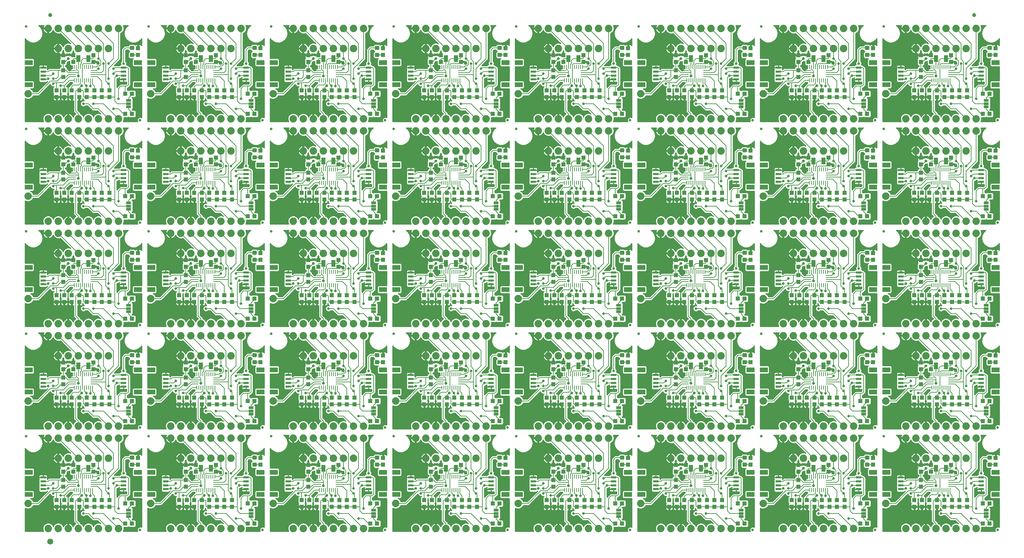
<source format=gtl>
G75*
%MOIN*%
%OFA0B0*%
%FSLAX25Y25*%
%IPPOS*%
%LPD*%
%AMOC8*
5,1,8,0,0,1.08239X$1,22.5*
%
%ADD10C,0.02500*%
%ADD11R,0.07874X0.04724*%
%ADD12R,0.05315X0.02362*%
%ADD13C,0.07400*%
%ADD14R,0.03937X0.04331*%
%ADD15R,0.00984X0.03937*%
%ADD16R,0.03937X0.00984*%
%ADD17R,0.04331X0.03937*%
%ADD18R,0.05000X0.02500*%
%ADD19R,0.03937X0.07087*%
%ADD20C,0.01181*%
%ADD21C,0.03937*%
%ADD22C,0.05906*%
%ADD23C,0.00600*%
%ADD24C,0.02600*%
%ADD25C,0.02900*%
%ADD26C,0.01000*%
D10*
X0145250Y0032250D03*
X0267250Y0032250D03*
X0389250Y0032250D03*
X0511250Y0032250D03*
X0633250Y0032250D03*
X0755250Y0032250D03*
X0877250Y0032250D03*
X0999250Y0032250D03*
X0885750Y0125750D03*
X0877250Y0134250D03*
X0763750Y0125750D03*
X0755250Y0134250D03*
X0641750Y0125750D03*
X0633250Y0134250D03*
X0519750Y0125750D03*
X0511250Y0134250D03*
X0397750Y0125750D03*
X0389250Y0134250D03*
X0275750Y0125750D03*
X0267250Y0134250D03*
X0153750Y0125750D03*
X0145250Y0134250D03*
X0031750Y0125750D03*
X0031750Y0227750D03*
X0145250Y0236250D03*
X0153750Y0227750D03*
X0267250Y0236250D03*
X0275750Y0227750D03*
X0389250Y0236250D03*
X0397750Y0227750D03*
X0511250Y0236250D03*
X0519750Y0227750D03*
X0633250Y0236250D03*
X0641750Y0227750D03*
X0755250Y0236250D03*
X0763750Y0227750D03*
X0877250Y0236250D03*
X0885750Y0227750D03*
X0999250Y0236250D03*
X0885750Y0329750D03*
X0877250Y0338250D03*
X0763750Y0329750D03*
X0755250Y0338250D03*
X0641750Y0329750D03*
X0633250Y0338250D03*
X0519750Y0329750D03*
X0511250Y0338250D03*
X0397750Y0329750D03*
X0389250Y0338250D03*
X0275750Y0329750D03*
X0267250Y0338250D03*
X0153750Y0329750D03*
X0145250Y0338250D03*
X0031750Y0329750D03*
X0031750Y0431750D03*
X0145250Y0440250D03*
X0153750Y0431750D03*
X0267250Y0440250D03*
X0275750Y0431750D03*
X0389250Y0440250D03*
X0397750Y0431750D03*
X0511250Y0440250D03*
X0519750Y0431750D03*
X0633250Y0440250D03*
X0641750Y0431750D03*
X0755250Y0440250D03*
X0763750Y0431750D03*
X0877250Y0440250D03*
X0885750Y0431750D03*
X0999250Y0440250D03*
X0885750Y0533750D03*
X0763750Y0533750D03*
X0641750Y0533750D03*
X0519750Y0533750D03*
X0397750Y0533750D03*
X0275750Y0533750D03*
X0153750Y0533750D03*
X0031750Y0533750D03*
X0999250Y0338250D03*
X0999250Y0134250D03*
D11*
X0997219Y0169726D03*
X0997219Y0191774D03*
X0888281Y0191774D03*
X0875219Y0191774D03*
X0875219Y0169726D03*
X0888281Y0169726D03*
X0766281Y0169726D03*
X0753219Y0169726D03*
X0753219Y0191774D03*
X0766281Y0191774D03*
X0644281Y0191774D03*
X0631219Y0191774D03*
X0631219Y0169726D03*
X0644281Y0169726D03*
X0522281Y0169726D03*
X0509219Y0169726D03*
X0509219Y0191774D03*
X0522281Y0191774D03*
X0400281Y0191774D03*
X0387219Y0191774D03*
X0387219Y0169726D03*
X0400281Y0169726D03*
X0278281Y0169726D03*
X0265219Y0169726D03*
X0265219Y0191774D03*
X0278281Y0191774D03*
X0156281Y0191774D03*
X0143219Y0191774D03*
X0143219Y0169726D03*
X0156281Y0169726D03*
X0034281Y0169726D03*
X0034281Y0191774D03*
X0034281Y0271726D03*
X0034281Y0293774D03*
X0143219Y0293774D03*
X0156281Y0293774D03*
X0156281Y0271726D03*
X0143219Y0271726D03*
X0265219Y0271726D03*
X0278281Y0271726D03*
X0278281Y0293774D03*
X0265219Y0293774D03*
X0387219Y0293774D03*
X0400281Y0293774D03*
X0400281Y0271726D03*
X0387219Y0271726D03*
X0509219Y0271726D03*
X0522281Y0271726D03*
X0522281Y0293774D03*
X0509219Y0293774D03*
X0631219Y0293774D03*
X0644281Y0293774D03*
X0644281Y0271726D03*
X0631219Y0271726D03*
X0753219Y0271726D03*
X0766281Y0271726D03*
X0766281Y0293774D03*
X0753219Y0293774D03*
X0875219Y0293774D03*
X0888281Y0293774D03*
X0888281Y0271726D03*
X0875219Y0271726D03*
X0997219Y0271726D03*
X0997219Y0293774D03*
X0997219Y0373726D03*
X0997219Y0395774D03*
X0888281Y0395774D03*
X0875219Y0395774D03*
X0875219Y0373726D03*
X0888281Y0373726D03*
X0766281Y0373726D03*
X0753219Y0373726D03*
X0753219Y0395774D03*
X0766281Y0395774D03*
X0644281Y0395774D03*
X0631219Y0395774D03*
X0631219Y0373726D03*
X0644281Y0373726D03*
X0522281Y0373726D03*
X0509219Y0373726D03*
X0509219Y0395774D03*
X0522281Y0395774D03*
X0400281Y0395774D03*
X0387219Y0395774D03*
X0387219Y0373726D03*
X0400281Y0373726D03*
X0278281Y0373726D03*
X0265219Y0373726D03*
X0265219Y0395774D03*
X0278281Y0395774D03*
X0156281Y0395774D03*
X0143219Y0395774D03*
X0143219Y0373726D03*
X0156281Y0373726D03*
X0034281Y0373726D03*
X0034281Y0395774D03*
X0034281Y0475726D03*
X0034281Y0497774D03*
X0143219Y0497774D03*
X0156281Y0497774D03*
X0156281Y0475726D03*
X0143219Y0475726D03*
X0265219Y0475726D03*
X0278281Y0475726D03*
X0278281Y0497774D03*
X0265219Y0497774D03*
X0387219Y0497774D03*
X0400281Y0497774D03*
X0400281Y0475726D03*
X0387219Y0475726D03*
X0509219Y0475726D03*
X0522281Y0475726D03*
X0522281Y0497774D03*
X0509219Y0497774D03*
X0631219Y0497774D03*
X0644281Y0497774D03*
X0644281Y0475726D03*
X0631219Y0475726D03*
X0753219Y0475726D03*
X0766281Y0475726D03*
X0766281Y0497774D03*
X0753219Y0497774D03*
X0875219Y0497774D03*
X0888281Y0497774D03*
X0888281Y0475726D03*
X0875219Y0475726D03*
X0997219Y0475726D03*
X0997219Y0497774D03*
X0997219Y0089774D03*
X0997219Y0067726D03*
X0888281Y0067726D03*
X0875219Y0067726D03*
X0875219Y0089774D03*
X0888281Y0089774D03*
X0766281Y0089774D03*
X0753219Y0089774D03*
X0753219Y0067726D03*
X0766281Y0067726D03*
X0644281Y0067726D03*
X0631219Y0067726D03*
X0631219Y0089774D03*
X0644281Y0089774D03*
X0522281Y0089774D03*
X0509219Y0089774D03*
X0509219Y0067726D03*
X0522281Y0067726D03*
X0400281Y0067726D03*
X0387219Y0067726D03*
X0387219Y0089774D03*
X0400281Y0089774D03*
X0278281Y0089774D03*
X0265219Y0089774D03*
X0265219Y0067726D03*
X0278281Y0067726D03*
X0156281Y0067726D03*
X0143219Y0067726D03*
X0143219Y0089774D03*
X0156281Y0089774D03*
X0034281Y0089774D03*
X0034281Y0067726D03*
D12*
X0048750Y0072844D03*
X0048750Y0076781D03*
X0048750Y0080719D03*
X0048750Y0084656D03*
X0128750Y0084656D03*
X0128750Y0080719D03*
X0128750Y0076781D03*
X0128750Y0072844D03*
X0170750Y0072844D03*
X0170750Y0076781D03*
X0170750Y0080719D03*
X0170750Y0084656D03*
X0250750Y0084656D03*
X0250750Y0080719D03*
X0250750Y0076781D03*
X0250750Y0072844D03*
X0292750Y0072844D03*
X0292750Y0076781D03*
X0292750Y0080719D03*
X0292750Y0084656D03*
X0372750Y0084656D03*
X0372750Y0080719D03*
X0372750Y0076781D03*
X0372750Y0072844D03*
X0414750Y0072844D03*
X0414750Y0076781D03*
X0414750Y0080719D03*
X0414750Y0084656D03*
X0494750Y0084656D03*
X0494750Y0080719D03*
X0494750Y0076781D03*
X0494750Y0072844D03*
X0536750Y0072844D03*
X0536750Y0076781D03*
X0536750Y0080719D03*
X0536750Y0084656D03*
X0616750Y0084656D03*
X0616750Y0080719D03*
X0616750Y0076781D03*
X0616750Y0072844D03*
X0658750Y0072844D03*
X0658750Y0076781D03*
X0658750Y0080719D03*
X0658750Y0084656D03*
X0738750Y0084656D03*
X0738750Y0080719D03*
X0738750Y0076781D03*
X0738750Y0072844D03*
X0780750Y0072844D03*
X0780750Y0076781D03*
X0780750Y0080719D03*
X0780750Y0084656D03*
X0860750Y0084656D03*
X0860750Y0080719D03*
X0860750Y0076781D03*
X0860750Y0072844D03*
X0902750Y0072844D03*
X0902750Y0076781D03*
X0902750Y0080719D03*
X0902750Y0084656D03*
X0982750Y0084656D03*
X0982750Y0080719D03*
X0982750Y0076781D03*
X0982750Y0072844D03*
X0982750Y0174844D03*
X0982750Y0178781D03*
X0982750Y0182719D03*
X0982750Y0186656D03*
X0902750Y0186656D03*
X0902750Y0182719D03*
X0902750Y0178781D03*
X0902750Y0174844D03*
X0860750Y0174844D03*
X0860750Y0178781D03*
X0860750Y0182719D03*
X0860750Y0186656D03*
X0780750Y0186656D03*
X0780750Y0182719D03*
X0780750Y0178781D03*
X0780750Y0174844D03*
X0738750Y0174844D03*
X0738750Y0178781D03*
X0738750Y0182719D03*
X0738750Y0186656D03*
X0658750Y0186656D03*
X0658750Y0182719D03*
X0658750Y0178781D03*
X0658750Y0174844D03*
X0616750Y0174844D03*
X0616750Y0178781D03*
X0616750Y0182719D03*
X0616750Y0186656D03*
X0536750Y0186656D03*
X0536750Y0182719D03*
X0536750Y0178781D03*
X0536750Y0174844D03*
X0494750Y0174844D03*
X0494750Y0178781D03*
X0494750Y0182719D03*
X0494750Y0186656D03*
X0414750Y0186656D03*
X0414750Y0182719D03*
X0414750Y0178781D03*
X0414750Y0174844D03*
X0372750Y0174844D03*
X0372750Y0178781D03*
X0372750Y0182719D03*
X0372750Y0186656D03*
X0292750Y0186656D03*
X0292750Y0182719D03*
X0292750Y0178781D03*
X0292750Y0174844D03*
X0250750Y0174844D03*
X0250750Y0178781D03*
X0250750Y0182719D03*
X0250750Y0186656D03*
X0170750Y0186656D03*
X0170750Y0182719D03*
X0170750Y0178781D03*
X0170750Y0174844D03*
X0128750Y0174844D03*
X0128750Y0178781D03*
X0128750Y0182719D03*
X0128750Y0186656D03*
X0048750Y0186656D03*
X0048750Y0182719D03*
X0048750Y0178781D03*
X0048750Y0174844D03*
X0048750Y0276844D03*
X0048750Y0280781D03*
X0048750Y0284719D03*
X0048750Y0288656D03*
X0128750Y0288656D03*
X0128750Y0284719D03*
X0128750Y0280781D03*
X0128750Y0276844D03*
X0170750Y0276844D03*
X0170750Y0280781D03*
X0170750Y0284719D03*
X0170750Y0288656D03*
X0250750Y0288656D03*
X0250750Y0284719D03*
X0250750Y0280781D03*
X0250750Y0276844D03*
X0292750Y0276844D03*
X0292750Y0280781D03*
X0292750Y0284719D03*
X0292750Y0288656D03*
X0372750Y0288656D03*
X0372750Y0284719D03*
X0372750Y0280781D03*
X0372750Y0276844D03*
X0414750Y0276844D03*
X0414750Y0280781D03*
X0414750Y0284719D03*
X0414750Y0288656D03*
X0494750Y0288656D03*
X0494750Y0284719D03*
X0494750Y0280781D03*
X0494750Y0276844D03*
X0536750Y0276844D03*
X0536750Y0280781D03*
X0536750Y0284719D03*
X0536750Y0288656D03*
X0616750Y0288656D03*
X0616750Y0284719D03*
X0616750Y0280781D03*
X0616750Y0276844D03*
X0658750Y0276844D03*
X0658750Y0280781D03*
X0658750Y0284719D03*
X0658750Y0288656D03*
X0738750Y0288656D03*
X0738750Y0284719D03*
X0738750Y0280781D03*
X0738750Y0276844D03*
X0780750Y0276844D03*
X0780750Y0280781D03*
X0780750Y0284719D03*
X0780750Y0288656D03*
X0860750Y0288656D03*
X0860750Y0284719D03*
X0860750Y0280781D03*
X0860750Y0276844D03*
X0902750Y0276844D03*
X0902750Y0280781D03*
X0902750Y0284719D03*
X0902750Y0288656D03*
X0982750Y0288656D03*
X0982750Y0284719D03*
X0982750Y0280781D03*
X0982750Y0276844D03*
X0982750Y0378844D03*
X0982750Y0382781D03*
X0982750Y0386719D03*
X0982750Y0390656D03*
X0902750Y0390656D03*
X0902750Y0386719D03*
X0902750Y0382781D03*
X0902750Y0378844D03*
X0860750Y0378844D03*
X0860750Y0382781D03*
X0860750Y0386719D03*
X0860750Y0390656D03*
X0780750Y0390656D03*
X0780750Y0386719D03*
X0780750Y0382781D03*
X0780750Y0378844D03*
X0738750Y0378844D03*
X0738750Y0382781D03*
X0738750Y0386719D03*
X0738750Y0390656D03*
X0658750Y0390656D03*
X0658750Y0386719D03*
X0658750Y0382781D03*
X0658750Y0378844D03*
X0616750Y0378844D03*
X0616750Y0382781D03*
X0616750Y0386719D03*
X0616750Y0390656D03*
X0536750Y0390656D03*
X0536750Y0386719D03*
X0536750Y0382781D03*
X0536750Y0378844D03*
X0494750Y0378844D03*
X0494750Y0382781D03*
X0494750Y0386719D03*
X0494750Y0390656D03*
X0414750Y0390656D03*
X0414750Y0386719D03*
X0414750Y0382781D03*
X0414750Y0378844D03*
X0372750Y0378844D03*
X0372750Y0382781D03*
X0372750Y0386719D03*
X0372750Y0390656D03*
X0292750Y0390656D03*
X0292750Y0386719D03*
X0292750Y0382781D03*
X0292750Y0378844D03*
X0250750Y0378844D03*
X0250750Y0382781D03*
X0250750Y0386719D03*
X0250750Y0390656D03*
X0170750Y0390656D03*
X0170750Y0386719D03*
X0170750Y0382781D03*
X0170750Y0378844D03*
X0128750Y0378844D03*
X0128750Y0382781D03*
X0128750Y0386719D03*
X0128750Y0390656D03*
X0048750Y0390656D03*
X0048750Y0386719D03*
X0048750Y0382781D03*
X0048750Y0378844D03*
X0048750Y0480844D03*
X0048750Y0484781D03*
X0048750Y0488719D03*
X0048750Y0492656D03*
X0128750Y0492656D03*
X0128750Y0488719D03*
X0128750Y0484781D03*
X0128750Y0480844D03*
X0170750Y0480844D03*
X0170750Y0484781D03*
X0170750Y0488719D03*
X0170750Y0492656D03*
X0250750Y0492656D03*
X0250750Y0488719D03*
X0250750Y0484781D03*
X0250750Y0480844D03*
X0292750Y0480844D03*
X0292750Y0484781D03*
X0292750Y0488719D03*
X0292750Y0492656D03*
X0372750Y0492656D03*
X0372750Y0488719D03*
X0372750Y0484781D03*
X0372750Y0480844D03*
X0414750Y0480844D03*
X0414750Y0484781D03*
X0414750Y0488719D03*
X0414750Y0492656D03*
X0494750Y0492656D03*
X0494750Y0488719D03*
X0494750Y0484781D03*
X0494750Y0480844D03*
X0536750Y0480844D03*
X0536750Y0484781D03*
X0536750Y0488719D03*
X0536750Y0492656D03*
X0616750Y0492656D03*
X0616750Y0488719D03*
X0616750Y0484781D03*
X0616750Y0480844D03*
X0658750Y0480844D03*
X0658750Y0484781D03*
X0658750Y0488719D03*
X0658750Y0492656D03*
X0738750Y0492656D03*
X0738750Y0488719D03*
X0738750Y0484781D03*
X0738750Y0480844D03*
X0780750Y0480844D03*
X0780750Y0484781D03*
X0780750Y0488719D03*
X0780750Y0492656D03*
X0860750Y0492656D03*
X0860750Y0488719D03*
X0860750Y0484781D03*
X0860750Y0480844D03*
X0902750Y0480844D03*
X0902750Y0484781D03*
X0902750Y0488719D03*
X0902750Y0492656D03*
X0982750Y0492656D03*
X0982750Y0488719D03*
X0982750Y0484781D03*
X0982750Y0480844D03*
D13*
X0967750Y0511750D03*
X0957750Y0511750D03*
X0947750Y0511750D03*
X0937750Y0511750D03*
X0927750Y0511750D03*
X0917750Y0511750D03*
X0917750Y0531750D03*
X0907750Y0531750D03*
X0927750Y0531750D03*
X0937750Y0531750D03*
X0947750Y0531750D03*
X0957750Y0531750D03*
X0967750Y0531750D03*
X0977750Y0531750D03*
X0887750Y0466750D03*
X0907750Y0441750D03*
X0917750Y0441750D03*
X0927750Y0441750D03*
X0937750Y0441750D03*
X0947750Y0441750D03*
X0957750Y0441750D03*
X0967750Y0441750D03*
X0977750Y0441750D03*
X0977750Y0429750D03*
X0967750Y0429750D03*
X0957750Y0429750D03*
X0947750Y0429750D03*
X0937750Y0429750D03*
X0927750Y0429750D03*
X0917750Y0429750D03*
X0907750Y0429750D03*
X0917750Y0409750D03*
X0927750Y0409750D03*
X0937750Y0409750D03*
X0947750Y0409750D03*
X0957750Y0409750D03*
X0967750Y0409750D03*
X0887750Y0364750D03*
X0907750Y0339750D03*
X0917750Y0339750D03*
X0927750Y0339750D03*
X0937750Y0339750D03*
X0947750Y0339750D03*
X0957750Y0339750D03*
X0967750Y0339750D03*
X0977750Y0339750D03*
X0977750Y0327750D03*
X0967750Y0327750D03*
X0957750Y0327750D03*
X0947750Y0327750D03*
X0937750Y0327750D03*
X0927750Y0327750D03*
X0917750Y0327750D03*
X0907750Y0327750D03*
X0917750Y0307750D03*
X0927750Y0307750D03*
X0937750Y0307750D03*
X0947750Y0307750D03*
X0957750Y0307750D03*
X0967750Y0307750D03*
X0887750Y0262750D03*
X0907750Y0237750D03*
X0917750Y0237750D03*
X0927750Y0237750D03*
X0937750Y0237750D03*
X0947750Y0237750D03*
X0957750Y0237750D03*
X0967750Y0237750D03*
X0977750Y0237750D03*
X0977750Y0225750D03*
X0967750Y0225750D03*
X0957750Y0225750D03*
X0947750Y0225750D03*
X0937750Y0225750D03*
X0927750Y0225750D03*
X0917750Y0225750D03*
X0907750Y0225750D03*
X0917750Y0205750D03*
X0927750Y0205750D03*
X0937750Y0205750D03*
X0947750Y0205750D03*
X0957750Y0205750D03*
X0967750Y0205750D03*
X0887750Y0160750D03*
X0907750Y0135750D03*
X0917750Y0135750D03*
X0927750Y0135750D03*
X0937750Y0135750D03*
X0947750Y0135750D03*
X0957750Y0135750D03*
X0967750Y0135750D03*
X0977750Y0135750D03*
X0977750Y0123750D03*
X0967750Y0123750D03*
X0957750Y0123750D03*
X0947750Y0123750D03*
X0937750Y0123750D03*
X0927750Y0123750D03*
X0917750Y0123750D03*
X0907750Y0123750D03*
X0917750Y0103750D03*
X0927750Y0103750D03*
X0937750Y0103750D03*
X0947750Y0103750D03*
X0957750Y0103750D03*
X0967750Y0103750D03*
X0887750Y0058750D03*
X0907750Y0033750D03*
X0917750Y0033750D03*
X0927750Y0033750D03*
X0937750Y0033750D03*
X0947750Y0033750D03*
X0957750Y0033750D03*
X0967750Y0033750D03*
X0977750Y0033750D03*
X0855750Y0033750D03*
X0845750Y0033750D03*
X0835750Y0033750D03*
X0825750Y0033750D03*
X0815750Y0033750D03*
X0805750Y0033750D03*
X0795750Y0033750D03*
X0785750Y0033750D03*
X0765750Y0058750D03*
X0733750Y0033750D03*
X0723750Y0033750D03*
X0713750Y0033750D03*
X0703750Y0033750D03*
X0693750Y0033750D03*
X0683750Y0033750D03*
X0673750Y0033750D03*
X0663750Y0033750D03*
X0643750Y0058750D03*
X0611750Y0033750D03*
X0601750Y0033750D03*
X0591750Y0033750D03*
X0581750Y0033750D03*
X0571750Y0033750D03*
X0561750Y0033750D03*
X0551750Y0033750D03*
X0541750Y0033750D03*
X0521750Y0058750D03*
X0489750Y0033750D03*
X0479750Y0033750D03*
X0469750Y0033750D03*
X0459750Y0033750D03*
X0449750Y0033750D03*
X0439750Y0033750D03*
X0429750Y0033750D03*
X0419750Y0033750D03*
X0399750Y0058750D03*
X0367750Y0033750D03*
X0357750Y0033750D03*
X0347750Y0033750D03*
X0337750Y0033750D03*
X0327750Y0033750D03*
X0317750Y0033750D03*
X0307750Y0033750D03*
X0297750Y0033750D03*
X0277750Y0058750D03*
X0245750Y0033750D03*
X0235750Y0033750D03*
X0225750Y0033750D03*
X0215750Y0033750D03*
X0205750Y0033750D03*
X0195750Y0033750D03*
X0185750Y0033750D03*
X0175750Y0033750D03*
X0155750Y0058750D03*
X0123750Y0033750D03*
X0113750Y0033750D03*
X0103750Y0033750D03*
X0093750Y0033750D03*
X0083750Y0033750D03*
X0073750Y0033750D03*
X0063750Y0033750D03*
X0053750Y0033750D03*
X0033750Y0058750D03*
X0063750Y0103750D03*
X0073750Y0103750D03*
X0083750Y0103750D03*
X0093750Y0103750D03*
X0103750Y0103750D03*
X0113750Y0103750D03*
X0113750Y0123750D03*
X0103750Y0123750D03*
X0093750Y0123750D03*
X0083750Y0123750D03*
X0073750Y0123750D03*
X0063750Y0123750D03*
X0053750Y0123750D03*
X0053750Y0135750D03*
X0063750Y0135750D03*
X0073750Y0135750D03*
X0083750Y0135750D03*
X0093750Y0135750D03*
X0103750Y0135750D03*
X0113750Y0135750D03*
X0123750Y0135750D03*
X0123750Y0123750D03*
X0175750Y0123750D03*
X0185750Y0123750D03*
X0195750Y0123750D03*
X0205750Y0123750D03*
X0215750Y0123750D03*
X0225750Y0123750D03*
X0235750Y0123750D03*
X0245750Y0123750D03*
X0245750Y0135750D03*
X0235750Y0135750D03*
X0225750Y0135750D03*
X0215750Y0135750D03*
X0205750Y0135750D03*
X0195750Y0135750D03*
X0185750Y0135750D03*
X0175750Y0135750D03*
X0155750Y0160750D03*
X0185750Y0205750D03*
X0195750Y0205750D03*
X0205750Y0205750D03*
X0215750Y0205750D03*
X0225750Y0205750D03*
X0235750Y0205750D03*
X0235750Y0225750D03*
X0225750Y0225750D03*
X0215750Y0225750D03*
X0205750Y0225750D03*
X0195750Y0225750D03*
X0185750Y0225750D03*
X0175750Y0225750D03*
X0175750Y0237750D03*
X0185750Y0237750D03*
X0195750Y0237750D03*
X0205750Y0237750D03*
X0215750Y0237750D03*
X0225750Y0237750D03*
X0235750Y0237750D03*
X0245750Y0237750D03*
X0245750Y0225750D03*
X0297750Y0225750D03*
X0307750Y0225750D03*
X0317750Y0225750D03*
X0327750Y0225750D03*
X0337750Y0225750D03*
X0347750Y0225750D03*
X0357750Y0225750D03*
X0367750Y0225750D03*
X0367750Y0237750D03*
X0357750Y0237750D03*
X0347750Y0237750D03*
X0337750Y0237750D03*
X0327750Y0237750D03*
X0317750Y0237750D03*
X0307750Y0237750D03*
X0297750Y0237750D03*
X0277750Y0262750D03*
X0307750Y0307750D03*
X0317750Y0307750D03*
X0327750Y0307750D03*
X0337750Y0307750D03*
X0347750Y0307750D03*
X0357750Y0307750D03*
X0357750Y0327750D03*
X0347750Y0327750D03*
X0337750Y0327750D03*
X0327750Y0327750D03*
X0317750Y0327750D03*
X0307750Y0327750D03*
X0297750Y0327750D03*
X0297750Y0339750D03*
X0307750Y0339750D03*
X0317750Y0339750D03*
X0327750Y0339750D03*
X0337750Y0339750D03*
X0347750Y0339750D03*
X0357750Y0339750D03*
X0367750Y0339750D03*
X0367750Y0327750D03*
X0419750Y0327750D03*
X0429750Y0327750D03*
X0439750Y0327750D03*
X0449750Y0327750D03*
X0459750Y0327750D03*
X0469750Y0327750D03*
X0479750Y0327750D03*
X0489750Y0327750D03*
X0489750Y0339750D03*
X0479750Y0339750D03*
X0469750Y0339750D03*
X0459750Y0339750D03*
X0449750Y0339750D03*
X0439750Y0339750D03*
X0429750Y0339750D03*
X0419750Y0339750D03*
X0399750Y0364750D03*
X0429750Y0409750D03*
X0439750Y0409750D03*
X0449750Y0409750D03*
X0459750Y0409750D03*
X0469750Y0409750D03*
X0479750Y0409750D03*
X0479750Y0429750D03*
X0469750Y0429750D03*
X0459750Y0429750D03*
X0449750Y0429750D03*
X0439750Y0429750D03*
X0429750Y0429750D03*
X0419750Y0429750D03*
X0419750Y0441750D03*
X0429750Y0441750D03*
X0439750Y0441750D03*
X0449750Y0441750D03*
X0459750Y0441750D03*
X0469750Y0441750D03*
X0479750Y0441750D03*
X0489750Y0441750D03*
X0489750Y0429750D03*
X0541750Y0429750D03*
X0551750Y0429750D03*
X0561750Y0429750D03*
X0571750Y0429750D03*
X0581750Y0429750D03*
X0591750Y0429750D03*
X0601750Y0429750D03*
X0611750Y0429750D03*
X0611750Y0441750D03*
X0601750Y0441750D03*
X0591750Y0441750D03*
X0581750Y0441750D03*
X0571750Y0441750D03*
X0561750Y0441750D03*
X0551750Y0441750D03*
X0541750Y0441750D03*
X0521750Y0466750D03*
X0551750Y0511750D03*
X0561750Y0511750D03*
X0571750Y0511750D03*
X0581750Y0511750D03*
X0591750Y0511750D03*
X0601750Y0511750D03*
X0601750Y0531750D03*
X0591750Y0531750D03*
X0581750Y0531750D03*
X0571750Y0531750D03*
X0561750Y0531750D03*
X0551750Y0531750D03*
X0541750Y0531750D03*
X0489750Y0531750D03*
X0479750Y0531750D03*
X0469750Y0531750D03*
X0459750Y0531750D03*
X0449750Y0531750D03*
X0439750Y0531750D03*
X0429750Y0531750D03*
X0419750Y0531750D03*
X0429750Y0511750D03*
X0439750Y0511750D03*
X0449750Y0511750D03*
X0459750Y0511750D03*
X0469750Y0511750D03*
X0479750Y0511750D03*
X0399750Y0466750D03*
X0367750Y0441750D03*
X0357750Y0441750D03*
X0347750Y0441750D03*
X0337750Y0441750D03*
X0327750Y0441750D03*
X0317750Y0441750D03*
X0307750Y0441750D03*
X0297750Y0441750D03*
X0297750Y0429750D03*
X0307750Y0429750D03*
X0317750Y0429750D03*
X0327750Y0429750D03*
X0337750Y0429750D03*
X0347750Y0429750D03*
X0357750Y0429750D03*
X0367750Y0429750D03*
X0357750Y0409750D03*
X0347750Y0409750D03*
X0337750Y0409750D03*
X0327750Y0409750D03*
X0317750Y0409750D03*
X0307750Y0409750D03*
X0245750Y0429750D03*
X0235750Y0429750D03*
X0225750Y0429750D03*
X0215750Y0429750D03*
X0205750Y0429750D03*
X0195750Y0429750D03*
X0185750Y0429750D03*
X0175750Y0429750D03*
X0175750Y0441750D03*
X0185750Y0441750D03*
X0195750Y0441750D03*
X0205750Y0441750D03*
X0215750Y0441750D03*
X0225750Y0441750D03*
X0235750Y0441750D03*
X0245750Y0441750D03*
X0277750Y0466750D03*
X0307750Y0511750D03*
X0317750Y0511750D03*
X0327750Y0511750D03*
X0337750Y0511750D03*
X0347750Y0511750D03*
X0357750Y0511750D03*
X0357750Y0531750D03*
X0347750Y0531750D03*
X0337750Y0531750D03*
X0327750Y0531750D03*
X0317750Y0531750D03*
X0307750Y0531750D03*
X0297750Y0531750D03*
X0245750Y0531750D03*
X0235750Y0531750D03*
X0225750Y0531750D03*
X0215750Y0531750D03*
X0205750Y0531750D03*
X0195750Y0531750D03*
X0185750Y0531750D03*
X0175750Y0531750D03*
X0185750Y0511750D03*
X0195750Y0511750D03*
X0205750Y0511750D03*
X0215750Y0511750D03*
X0225750Y0511750D03*
X0235750Y0511750D03*
X0155750Y0466750D03*
X0123750Y0441750D03*
X0113750Y0441750D03*
X0103750Y0441750D03*
X0093750Y0441750D03*
X0083750Y0441750D03*
X0073750Y0441750D03*
X0063750Y0441750D03*
X0053750Y0441750D03*
X0053750Y0429750D03*
X0063750Y0429750D03*
X0073750Y0429750D03*
X0083750Y0429750D03*
X0093750Y0429750D03*
X0103750Y0429750D03*
X0113750Y0429750D03*
X0123750Y0429750D03*
X0113750Y0409750D03*
X0103750Y0409750D03*
X0093750Y0409750D03*
X0083750Y0409750D03*
X0073750Y0409750D03*
X0063750Y0409750D03*
X0033750Y0364750D03*
X0053750Y0339750D03*
X0063750Y0339750D03*
X0073750Y0339750D03*
X0083750Y0339750D03*
X0093750Y0339750D03*
X0103750Y0339750D03*
X0113750Y0339750D03*
X0123750Y0339750D03*
X0123750Y0327750D03*
X0113750Y0327750D03*
X0103750Y0327750D03*
X0093750Y0327750D03*
X0083750Y0327750D03*
X0073750Y0327750D03*
X0063750Y0327750D03*
X0053750Y0327750D03*
X0063750Y0307750D03*
X0073750Y0307750D03*
X0083750Y0307750D03*
X0093750Y0307750D03*
X0103750Y0307750D03*
X0113750Y0307750D03*
X0175750Y0327750D03*
X0185750Y0327750D03*
X0195750Y0327750D03*
X0205750Y0327750D03*
X0215750Y0327750D03*
X0225750Y0327750D03*
X0235750Y0327750D03*
X0245750Y0327750D03*
X0245750Y0339750D03*
X0235750Y0339750D03*
X0225750Y0339750D03*
X0215750Y0339750D03*
X0205750Y0339750D03*
X0195750Y0339750D03*
X0185750Y0339750D03*
X0175750Y0339750D03*
X0155750Y0364750D03*
X0185750Y0409750D03*
X0195750Y0409750D03*
X0205750Y0409750D03*
X0215750Y0409750D03*
X0225750Y0409750D03*
X0235750Y0409750D03*
X0277750Y0364750D03*
X0235750Y0307750D03*
X0225750Y0307750D03*
X0215750Y0307750D03*
X0205750Y0307750D03*
X0195750Y0307750D03*
X0185750Y0307750D03*
X0155750Y0262750D03*
X0123750Y0237750D03*
X0113750Y0237750D03*
X0103750Y0237750D03*
X0093750Y0237750D03*
X0083750Y0237750D03*
X0073750Y0237750D03*
X0063750Y0237750D03*
X0053750Y0237750D03*
X0053750Y0225750D03*
X0063750Y0225750D03*
X0073750Y0225750D03*
X0083750Y0225750D03*
X0093750Y0225750D03*
X0103750Y0225750D03*
X0113750Y0225750D03*
X0123750Y0225750D03*
X0113750Y0205750D03*
X0103750Y0205750D03*
X0093750Y0205750D03*
X0083750Y0205750D03*
X0073750Y0205750D03*
X0063750Y0205750D03*
X0033750Y0160750D03*
X0185750Y0103750D03*
X0195750Y0103750D03*
X0205750Y0103750D03*
X0215750Y0103750D03*
X0225750Y0103750D03*
X0235750Y0103750D03*
X0297750Y0123750D03*
X0307750Y0123750D03*
X0317750Y0123750D03*
X0327750Y0123750D03*
X0337750Y0123750D03*
X0347750Y0123750D03*
X0357750Y0123750D03*
X0367750Y0123750D03*
X0367750Y0135750D03*
X0357750Y0135750D03*
X0347750Y0135750D03*
X0337750Y0135750D03*
X0327750Y0135750D03*
X0317750Y0135750D03*
X0307750Y0135750D03*
X0297750Y0135750D03*
X0277750Y0160750D03*
X0307750Y0205750D03*
X0317750Y0205750D03*
X0327750Y0205750D03*
X0337750Y0205750D03*
X0347750Y0205750D03*
X0357750Y0205750D03*
X0419750Y0225750D03*
X0429750Y0225750D03*
X0439750Y0225750D03*
X0449750Y0225750D03*
X0459750Y0225750D03*
X0469750Y0225750D03*
X0479750Y0225750D03*
X0489750Y0225750D03*
X0489750Y0237750D03*
X0479750Y0237750D03*
X0469750Y0237750D03*
X0459750Y0237750D03*
X0449750Y0237750D03*
X0439750Y0237750D03*
X0429750Y0237750D03*
X0419750Y0237750D03*
X0399750Y0262750D03*
X0429750Y0307750D03*
X0439750Y0307750D03*
X0449750Y0307750D03*
X0459750Y0307750D03*
X0469750Y0307750D03*
X0479750Y0307750D03*
X0541750Y0327750D03*
X0551750Y0327750D03*
X0561750Y0327750D03*
X0571750Y0327750D03*
X0581750Y0327750D03*
X0591750Y0327750D03*
X0601750Y0327750D03*
X0611750Y0327750D03*
X0611750Y0339750D03*
X0601750Y0339750D03*
X0591750Y0339750D03*
X0581750Y0339750D03*
X0571750Y0339750D03*
X0561750Y0339750D03*
X0551750Y0339750D03*
X0541750Y0339750D03*
X0521750Y0364750D03*
X0551750Y0409750D03*
X0561750Y0409750D03*
X0571750Y0409750D03*
X0581750Y0409750D03*
X0591750Y0409750D03*
X0601750Y0409750D03*
X0663750Y0429750D03*
X0673750Y0429750D03*
X0683750Y0429750D03*
X0693750Y0429750D03*
X0703750Y0429750D03*
X0713750Y0429750D03*
X0723750Y0429750D03*
X0733750Y0429750D03*
X0733750Y0441750D03*
X0723750Y0441750D03*
X0713750Y0441750D03*
X0703750Y0441750D03*
X0693750Y0441750D03*
X0683750Y0441750D03*
X0673750Y0441750D03*
X0663750Y0441750D03*
X0643750Y0466750D03*
X0673750Y0511750D03*
X0683750Y0511750D03*
X0693750Y0511750D03*
X0703750Y0511750D03*
X0713750Y0511750D03*
X0723750Y0511750D03*
X0723750Y0531750D03*
X0713750Y0531750D03*
X0703750Y0531750D03*
X0693750Y0531750D03*
X0683750Y0531750D03*
X0673750Y0531750D03*
X0663750Y0531750D03*
X0611750Y0531750D03*
X0733750Y0531750D03*
X0785750Y0531750D03*
X0795750Y0531750D03*
X0805750Y0531750D03*
X0815750Y0531750D03*
X0825750Y0531750D03*
X0835750Y0531750D03*
X0845750Y0531750D03*
X0855750Y0531750D03*
X0845750Y0511750D03*
X0835750Y0511750D03*
X0825750Y0511750D03*
X0815750Y0511750D03*
X0805750Y0511750D03*
X0795750Y0511750D03*
X0765750Y0466750D03*
X0785750Y0441750D03*
X0795750Y0441750D03*
X0805750Y0441750D03*
X0815750Y0441750D03*
X0825750Y0441750D03*
X0835750Y0441750D03*
X0845750Y0441750D03*
X0855750Y0441750D03*
X0855750Y0429750D03*
X0845750Y0429750D03*
X0835750Y0429750D03*
X0825750Y0429750D03*
X0815750Y0429750D03*
X0805750Y0429750D03*
X0795750Y0429750D03*
X0785750Y0429750D03*
X0795750Y0409750D03*
X0805750Y0409750D03*
X0815750Y0409750D03*
X0825750Y0409750D03*
X0835750Y0409750D03*
X0845750Y0409750D03*
X0765750Y0364750D03*
X0785750Y0339750D03*
X0795750Y0339750D03*
X0805750Y0339750D03*
X0815750Y0339750D03*
X0825750Y0339750D03*
X0835750Y0339750D03*
X0845750Y0339750D03*
X0855750Y0339750D03*
X0855750Y0327750D03*
X0845750Y0327750D03*
X0835750Y0327750D03*
X0825750Y0327750D03*
X0815750Y0327750D03*
X0805750Y0327750D03*
X0795750Y0327750D03*
X0785750Y0327750D03*
X0795750Y0307750D03*
X0805750Y0307750D03*
X0815750Y0307750D03*
X0825750Y0307750D03*
X0835750Y0307750D03*
X0845750Y0307750D03*
X0765750Y0262750D03*
X0785750Y0237750D03*
X0795750Y0237750D03*
X0805750Y0237750D03*
X0815750Y0237750D03*
X0825750Y0237750D03*
X0835750Y0237750D03*
X0845750Y0237750D03*
X0855750Y0237750D03*
X0855750Y0225750D03*
X0845750Y0225750D03*
X0835750Y0225750D03*
X0825750Y0225750D03*
X0815750Y0225750D03*
X0805750Y0225750D03*
X0795750Y0225750D03*
X0785750Y0225750D03*
X0795750Y0205750D03*
X0805750Y0205750D03*
X0815750Y0205750D03*
X0825750Y0205750D03*
X0835750Y0205750D03*
X0845750Y0205750D03*
X0765750Y0160750D03*
X0785750Y0135750D03*
X0795750Y0135750D03*
X0805750Y0135750D03*
X0815750Y0135750D03*
X0825750Y0135750D03*
X0835750Y0135750D03*
X0845750Y0135750D03*
X0855750Y0135750D03*
X0855750Y0123750D03*
X0845750Y0123750D03*
X0835750Y0123750D03*
X0825750Y0123750D03*
X0815750Y0123750D03*
X0805750Y0123750D03*
X0795750Y0123750D03*
X0785750Y0123750D03*
X0795750Y0103750D03*
X0805750Y0103750D03*
X0815750Y0103750D03*
X0825750Y0103750D03*
X0835750Y0103750D03*
X0845750Y0103750D03*
X0733750Y0123750D03*
X0723750Y0123750D03*
X0713750Y0123750D03*
X0703750Y0123750D03*
X0693750Y0123750D03*
X0683750Y0123750D03*
X0673750Y0123750D03*
X0663750Y0123750D03*
X0663750Y0135750D03*
X0673750Y0135750D03*
X0683750Y0135750D03*
X0693750Y0135750D03*
X0703750Y0135750D03*
X0713750Y0135750D03*
X0723750Y0135750D03*
X0733750Y0135750D03*
X0723750Y0103750D03*
X0713750Y0103750D03*
X0703750Y0103750D03*
X0693750Y0103750D03*
X0683750Y0103750D03*
X0673750Y0103750D03*
X0611750Y0123750D03*
X0601750Y0123750D03*
X0591750Y0123750D03*
X0581750Y0123750D03*
X0571750Y0123750D03*
X0561750Y0123750D03*
X0551750Y0123750D03*
X0541750Y0123750D03*
X0541750Y0135750D03*
X0551750Y0135750D03*
X0561750Y0135750D03*
X0571750Y0135750D03*
X0581750Y0135750D03*
X0591750Y0135750D03*
X0601750Y0135750D03*
X0611750Y0135750D03*
X0643750Y0160750D03*
X0673750Y0205750D03*
X0683750Y0205750D03*
X0693750Y0205750D03*
X0703750Y0205750D03*
X0713750Y0205750D03*
X0723750Y0205750D03*
X0723750Y0225750D03*
X0713750Y0225750D03*
X0703750Y0225750D03*
X0693750Y0225750D03*
X0683750Y0225750D03*
X0673750Y0225750D03*
X0663750Y0225750D03*
X0663750Y0237750D03*
X0673750Y0237750D03*
X0683750Y0237750D03*
X0693750Y0237750D03*
X0703750Y0237750D03*
X0713750Y0237750D03*
X0723750Y0237750D03*
X0733750Y0237750D03*
X0733750Y0225750D03*
X0643750Y0262750D03*
X0611750Y0237750D03*
X0601750Y0237750D03*
X0591750Y0237750D03*
X0581750Y0237750D03*
X0571750Y0237750D03*
X0561750Y0237750D03*
X0551750Y0237750D03*
X0541750Y0237750D03*
X0541750Y0225750D03*
X0551750Y0225750D03*
X0561750Y0225750D03*
X0571750Y0225750D03*
X0581750Y0225750D03*
X0591750Y0225750D03*
X0601750Y0225750D03*
X0611750Y0225750D03*
X0601750Y0205750D03*
X0591750Y0205750D03*
X0581750Y0205750D03*
X0571750Y0205750D03*
X0561750Y0205750D03*
X0551750Y0205750D03*
X0479750Y0205750D03*
X0469750Y0205750D03*
X0459750Y0205750D03*
X0449750Y0205750D03*
X0439750Y0205750D03*
X0429750Y0205750D03*
X0399750Y0160750D03*
X0419750Y0135750D03*
X0429750Y0135750D03*
X0439750Y0135750D03*
X0449750Y0135750D03*
X0459750Y0135750D03*
X0469750Y0135750D03*
X0479750Y0135750D03*
X0489750Y0135750D03*
X0489750Y0123750D03*
X0479750Y0123750D03*
X0469750Y0123750D03*
X0459750Y0123750D03*
X0449750Y0123750D03*
X0439750Y0123750D03*
X0429750Y0123750D03*
X0419750Y0123750D03*
X0429750Y0103750D03*
X0439750Y0103750D03*
X0449750Y0103750D03*
X0459750Y0103750D03*
X0469750Y0103750D03*
X0479750Y0103750D03*
X0551750Y0103750D03*
X0561750Y0103750D03*
X0571750Y0103750D03*
X0581750Y0103750D03*
X0591750Y0103750D03*
X0601750Y0103750D03*
X0521750Y0160750D03*
X0357750Y0103750D03*
X0347750Y0103750D03*
X0337750Y0103750D03*
X0327750Y0103750D03*
X0317750Y0103750D03*
X0307750Y0103750D03*
X0521750Y0262750D03*
X0551750Y0307750D03*
X0561750Y0307750D03*
X0571750Y0307750D03*
X0581750Y0307750D03*
X0591750Y0307750D03*
X0601750Y0307750D03*
X0663750Y0327750D03*
X0673750Y0327750D03*
X0683750Y0327750D03*
X0693750Y0327750D03*
X0703750Y0327750D03*
X0713750Y0327750D03*
X0723750Y0327750D03*
X0733750Y0327750D03*
X0733750Y0339750D03*
X0723750Y0339750D03*
X0713750Y0339750D03*
X0703750Y0339750D03*
X0693750Y0339750D03*
X0683750Y0339750D03*
X0673750Y0339750D03*
X0663750Y0339750D03*
X0643750Y0364750D03*
X0673750Y0409750D03*
X0683750Y0409750D03*
X0693750Y0409750D03*
X0703750Y0409750D03*
X0713750Y0409750D03*
X0723750Y0409750D03*
X0723750Y0307750D03*
X0713750Y0307750D03*
X0703750Y0307750D03*
X0693750Y0307750D03*
X0683750Y0307750D03*
X0673750Y0307750D03*
X0367750Y0531750D03*
X0123750Y0531750D03*
X0113750Y0531750D03*
X0103750Y0531750D03*
X0093750Y0531750D03*
X0083750Y0531750D03*
X0073750Y0531750D03*
X0063750Y0531750D03*
X0053750Y0531750D03*
X0063750Y0511750D03*
X0073750Y0511750D03*
X0083750Y0511750D03*
X0093750Y0511750D03*
X0103750Y0511750D03*
X0113750Y0511750D03*
X0033750Y0466750D03*
X0033750Y0262750D03*
D14*
X0062250Y0259404D03*
X0069750Y0259404D03*
X0077250Y0259404D03*
X0084750Y0259404D03*
X0092250Y0259404D03*
X0099750Y0259404D03*
X0107250Y0259404D03*
X0114750Y0259404D03*
X0114750Y0266096D03*
X0107250Y0266096D03*
X0099750Y0266096D03*
X0092250Y0266096D03*
X0084750Y0266096D03*
X0077250Y0266096D03*
X0069750Y0266096D03*
X0062250Y0266096D03*
X0068750Y0279404D03*
X0068750Y0286096D03*
X0068750Y0294404D03*
X0068750Y0301096D03*
X0078750Y0301096D03*
X0078750Y0294404D03*
X0098750Y0294404D03*
X0098750Y0301096D03*
X0143250Y0301404D03*
X0143250Y0308096D03*
X0190750Y0301096D03*
X0190750Y0294404D03*
X0190750Y0286096D03*
X0190750Y0279404D03*
X0191750Y0266096D03*
X0199250Y0266096D03*
X0206750Y0266096D03*
X0214250Y0266096D03*
X0221750Y0266096D03*
X0229250Y0266096D03*
X0236750Y0266096D03*
X0236750Y0259404D03*
X0229250Y0259404D03*
X0221750Y0259404D03*
X0214250Y0259404D03*
X0206750Y0259404D03*
X0199250Y0259404D03*
X0191750Y0259404D03*
X0184250Y0259404D03*
X0184250Y0266096D03*
X0200750Y0294404D03*
X0200750Y0301096D03*
X0220750Y0301096D03*
X0220750Y0294404D03*
X0265250Y0301404D03*
X0265250Y0308096D03*
X0312750Y0301096D03*
X0312750Y0294404D03*
X0312750Y0286096D03*
X0312750Y0279404D03*
X0313750Y0266096D03*
X0321250Y0266096D03*
X0328750Y0266096D03*
X0336250Y0266096D03*
X0343750Y0266096D03*
X0351250Y0266096D03*
X0358750Y0266096D03*
X0358750Y0259404D03*
X0351250Y0259404D03*
X0343750Y0259404D03*
X0336250Y0259404D03*
X0328750Y0259404D03*
X0321250Y0259404D03*
X0313750Y0259404D03*
X0306250Y0259404D03*
X0306250Y0266096D03*
X0322750Y0294404D03*
X0322750Y0301096D03*
X0342750Y0301096D03*
X0342750Y0294404D03*
X0387250Y0301404D03*
X0387250Y0308096D03*
X0434750Y0301096D03*
X0434750Y0294404D03*
X0434750Y0286096D03*
X0434750Y0279404D03*
X0435750Y0266096D03*
X0443250Y0266096D03*
X0450750Y0266096D03*
X0458250Y0266096D03*
X0465750Y0266096D03*
X0473250Y0266096D03*
X0480750Y0266096D03*
X0480750Y0259404D03*
X0473250Y0259404D03*
X0465750Y0259404D03*
X0458250Y0259404D03*
X0450750Y0259404D03*
X0443250Y0259404D03*
X0435750Y0259404D03*
X0428250Y0259404D03*
X0428250Y0266096D03*
X0444750Y0294404D03*
X0444750Y0301096D03*
X0464750Y0301096D03*
X0464750Y0294404D03*
X0509250Y0301404D03*
X0509250Y0308096D03*
X0556750Y0301096D03*
X0556750Y0294404D03*
X0556750Y0286096D03*
X0556750Y0279404D03*
X0557750Y0266096D03*
X0565250Y0266096D03*
X0572750Y0266096D03*
X0580250Y0266096D03*
X0587750Y0266096D03*
X0595250Y0266096D03*
X0602750Y0266096D03*
X0602750Y0259404D03*
X0595250Y0259404D03*
X0587750Y0259404D03*
X0580250Y0259404D03*
X0572750Y0259404D03*
X0565250Y0259404D03*
X0557750Y0259404D03*
X0550250Y0259404D03*
X0550250Y0266096D03*
X0566750Y0294404D03*
X0566750Y0301096D03*
X0586750Y0301096D03*
X0586750Y0294404D03*
X0631250Y0301404D03*
X0631250Y0308096D03*
X0678750Y0301096D03*
X0678750Y0294404D03*
X0678750Y0286096D03*
X0678750Y0279404D03*
X0679750Y0266096D03*
X0687250Y0266096D03*
X0694750Y0266096D03*
X0702250Y0266096D03*
X0709750Y0266096D03*
X0717250Y0266096D03*
X0724750Y0266096D03*
X0724750Y0259404D03*
X0717250Y0259404D03*
X0709750Y0259404D03*
X0702250Y0259404D03*
X0694750Y0259404D03*
X0687250Y0259404D03*
X0679750Y0259404D03*
X0672250Y0259404D03*
X0672250Y0266096D03*
X0688750Y0294404D03*
X0688750Y0301096D03*
X0708750Y0301096D03*
X0708750Y0294404D03*
X0753250Y0301404D03*
X0753250Y0308096D03*
X0800750Y0301096D03*
X0800750Y0294404D03*
X0800750Y0286096D03*
X0800750Y0279404D03*
X0801750Y0266096D03*
X0809250Y0266096D03*
X0816750Y0266096D03*
X0824250Y0266096D03*
X0831750Y0266096D03*
X0839250Y0266096D03*
X0846750Y0266096D03*
X0846750Y0259404D03*
X0839250Y0259404D03*
X0831750Y0259404D03*
X0824250Y0259404D03*
X0816750Y0259404D03*
X0809250Y0259404D03*
X0801750Y0259404D03*
X0794250Y0259404D03*
X0794250Y0266096D03*
X0810750Y0294404D03*
X0810750Y0301096D03*
X0830750Y0301096D03*
X0830750Y0294404D03*
X0875250Y0301404D03*
X0875250Y0308096D03*
X0922750Y0301096D03*
X0922750Y0294404D03*
X0922750Y0286096D03*
X0922750Y0279404D03*
X0923750Y0266096D03*
X0931250Y0266096D03*
X0938750Y0266096D03*
X0946250Y0266096D03*
X0953750Y0266096D03*
X0961250Y0266096D03*
X0968750Y0266096D03*
X0968750Y0259404D03*
X0961250Y0259404D03*
X0953750Y0259404D03*
X0946250Y0259404D03*
X0938750Y0259404D03*
X0931250Y0259404D03*
X0923750Y0259404D03*
X0916250Y0259404D03*
X0916250Y0266096D03*
X0932750Y0294404D03*
X0932750Y0301096D03*
X0952750Y0301096D03*
X0952750Y0294404D03*
X0997250Y0301404D03*
X0997250Y0308096D03*
X0968750Y0361404D03*
X0968750Y0368096D03*
X0961250Y0368096D03*
X0961250Y0361404D03*
X0953750Y0361404D03*
X0953750Y0368096D03*
X0946250Y0368096D03*
X0946250Y0361404D03*
X0938750Y0361404D03*
X0938750Y0368096D03*
X0931250Y0368096D03*
X0931250Y0361404D03*
X0923750Y0361404D03*
X0923750Y0368096D03*
X0916250Y0368096D03*
X0916250Y0361404D03*
X0922750Y0381404D03*
X0922750Y0388096D03*
X0922750Y0396404D03*
X0922750Y0403096D03*
X0932750Y0403096D03*
X0932750Y0396404D03*
X0952750Y0396404D03*
X0952750Y0403096D03*
X0997250Y0403404D03*
X0997250Y0410096D03*
X0968750Y0463404D03*
X0968750Y0470096D03*
X0961250Y0470096D03*
X0961250Y0463404D03*
X0953750Y0463404D03*
X0953750Y0470096D03*
X0946250Y0470096D03*
X0946250Y0463404D03*
X0938750Y0463404D03*
X0938750Y0470096D03*
X0931250Y0470096D03*
X0931250Y0463404D03*
X0923750Y0463404D03*
X0923750Y0470096D03*
X0916250Y0470096D03*
X0916250Y0463404D03*
X0922750Y0483404D03*
X0922750Y0490096D03*
X0922750Y0498404D03*
X0922750Y0505096D03*
X0932750Y0505096D03*
X0932750Y0498404D03*
X0952750Y0498404D03*
X0952750Y0505096D03*
X0997250Y0505404D03*
X0997250Y0512096D03*
X0875250Y0512096D03*
X0875250Y0505404D03*
X0830750Y0505096D03*
X0830750Y0498404D03*
X0810750Y0498404D03*
X0810750Y0505096D03*
X0800750Y0505096D03*
X0800750Y0498404D03*
X0800750Y0490096D03*
X0800750Y0483404D03*
X0801750Y0470096D03*
X0801750Y0463404D03*
X0809250Y0463404D03*
X0809250Y0470096D03*
X0816750Y0470096D03*
X0816750Y0463404D03*
X0824250Y0463404D03*
X0824250Y0470096D03*
X0831750Y0470096D03*
X0831750Y0463404D03*
X0839250Y0463404D03*
X0839250Y0470096D03*
X0846750Y0470096D03*
X0846750Y0463404D03*
X0794250Y0463404D03*
X0794250Y0470096D03*
X0753250Y0505404D03*
X0753250Y0512096D03*
X0708750Y0505096D03*
X0708750Y0498404D03*
X0688750Y0498404D03*
X0688750Y0505096D03*
X0678750Y0505096D03*
X0678750Y0498404D03*
X0678750Y0490096D03*
X0678750Y0483404D03*
X0679750Y0470096D03*
X0679750Y0463404D03*
X0687250Y0463404D03*
X0687250Y0470096D03*
X0694750Y0470096D03*
X0694750Y0463404D03*
X0702250Y0463404D03*
X0702250Y0470096D03*
X0709750Y0470096D03*
X0709750Y0463404D03*
X0717250Y0463404D03*
X0717250Y0470096D03*
X0724750Y0470096D03*
X0724750Y0463404D03*
X0672250Y0463404D03*
X0672250Y0470096D03*
X0631250Y0505404D03*
X0631250Y0512096D03*
X0586750Y0505096D03*
X0586750Y0498404D03*
X0566750Y0498404D03*
X0566750Y0505096D03*
X0556750Y0505096D03*
X0556750Y0498404D03*
X0556750Y0490096D03*
X0556750Y0483404D03*
X0557750Y0470096D03*
X0557750Y0463404D03*
X0565250Y0463404D03*
X0565250Y0470096D03*
X0572750Y0470096D03*
X0572750Y0463404D03*
X0580250Y0463404D03*
X0580250Y0470096D03*
X0587750Y0470096D03*
X0587750Y0463404D03*
X0595250Y0463404D03*
X0595250Y0470096D03*
X0602750Y0470096D03*
X0602750Y0463404D03*
X0550250Y0463404D03*
X0550250Y0470096D03*
X0509250Y0505404D03*
X0509250Y0512096D03*
X0464750Y0505096D03*
X0464750Y0498404D03*
X0444750Y0498404D03*
X0444750Y0505096D03*
X0434750Y0505096D03*
X0434750Y0498404D03*
X0434750Y0490096D03*
X0434750Y0483404D03*
X0435750Y0470096D03*
X0435750Y0463404D03*
X0443250Y0463404D03*
X0443250Y0470096D03*
X0450750Y0470096D03*
X0450750Y0463404D03*
X0458250Y0463404D03*
X0458250Y0470096D03*
X0465750Y0470096D03*
X0465750Y0463404D03*
X0473250Y0463404D03*
X0473250Y0470096D03*
X0480750Y0470096D03*
X0480750Y0463404D03*
X0428250Y0463404D03*
X0428250Y0470096D03*
X0387250Y0505404D03*
X0387250Y0512096D03*
X0342750Y0505096D03*
X0342750Y0498404D03*
X0322750Y0498404D03*
X0322750Y0505096D03*
X0312750Y0505096D03*
X0312750Y0498404D03*
X0312750Y0490096D03*
X0312750Y0483404D03*
X0313750Y0470096D03*
X0313750Y0463404D03*
X0321250Y0463404D03*
X0321250Y0470096D03*
X0328750Y0470096D03*
X0328750Y0463404D03*
X0336250Y0463404D03*
X0336250Y0470096D03*
X0343750Y0470096D03*
X0343750Y0463404D03*
X0351250Y0463404D03*
X0351250Y0470096D03*
X0358750Y0470096D03*
X0358750Y0463404D03*
X0306250Y0463404D03*
X0306250Y0470096D03*
X0265250Y0505404D03*
X0265250Y0512096D03*
X0220750Y0505096D03*
X0220750Y0498404D03*
X0200750Y0498404D03*
X0200750Y0505096D03*
X0190750Y0505096D03*
X0190750Y0498404D03*
X0190750Y0490096D03*
X0190750Y0483404D03*
X0191750Y0470096D03*
X0191750Y0463404D03*
X0199250Y0463404D03*
X0199250Y0470096D03*
X0206750Y0470096D03*
X0206750Y0463404D03*
X0214250Y0463404D03*
X0214250Y0470096D03*
X0221750Y0470096D03*
X0221750Y0463404D03*
X0229250Y0463404D03*
X0229250Y0470096D03*
X0236750Y0470096D03*
X0236750Y0463404D03*
X0184250Y0463404D03*
X0184250Y0470096D03*
X0143250Y0505404D03*
X0143250Y0512096D03*
X0098750Y0505096D03*
X0098750Y0498404D03*
X0078750Y0498404D03*
X0078750Y0505096D03*
X0068750Y0505096D03*
X0068750Y0498404D03*
X0068750Y0490096D03*
X0068750Y0483404D03*
X0069750Y0470096D03*
X0069750Y0463404D03*
X0077250Y0463404D03*
X0077250Y0470096D03*
X0084750Y0470096D03*
X0084750Y0463404D03*
X0092250Y0463404D03*
X0092250Y0470096D03*
X0099750Y0470096D03*
X0099750Y0463404D03*
X0107250Y0463404D03*
X0107250Y0470096D03*
X0114750Y0470096D03*
X0114750Y0463404D03*
X0062250Y0463404D03*
X0062250Y0470096D03*
X0143250Y0410096D03*
X0143250Y0403404D03*
X0098750Y0403096D03*
X0098750Y0396404D03*
X0078750Y0396404D03*
X0078750Y0403096D03*
X0068750Y0403096D03*
X0068750Y0396404D03*
X0068750Y0388096D03*
X0068750Y0381404D03*
X0069750Y0368096D03*
X0069750Y0361404D03*
X0077250Y0361404D03*
X0077250Y0368096D03*
X0084750Y0368096D03*
X0084750Y0361404D03*
X0092250Y0361404D03*
X0092250Y0368096D03*
X0099750Y0368096D03*
X0099750Y0361404D03*
X0107250Y0361404D03*
X0107250Y0368096D03*
X0114750Y0368096D03*
X0114750Y0361404D03*
X0062250Y0361404D03*
X0062250Y0368096D03*
X0184250Y0368096D03*
X0184250Y0361404D03*
X0191750Y0361404D03*
X0191750Y0368096D03*
X0199250Y0368096D03*
X0199250Y0361404D03*
X0206750Y0361404D03*
X0206750Y0368096D03*
X0214250Y0368096D03*
X0214250Y0361404D03*
X0221750Y0361404D03*
X0221750Y0368096D03*
X0229250Y0368096D03*
X0229250Y0361404D03*
X0236750Y0361404D03*
X0236750Y0368096D03*
X0190750Y0381404D03*
X0190750Y0388096D03*
X0190750Y0396404D03*
X0190750Y0403096D03*
X0200750Y0403096D03*
X0200750Y0396404D03*
X0220750Y0396404D03*
X0220750Y0403096D03*
X0265250Y0403404D03*
X0265250Y0410096D03*
X0312750Y0403096D03*
X0312750Y0396404D03*
X0312750Y0388096D03*
X0312750Y0381404D03*
X0322750Y0396404D03*
X0322750Y0403096D03*
X0342750Y0403096D03*
X0342750Y0396404D03*
X0387250Y0403404D03*
X0387250Y0410096D03*
X0434750Y0403096D03*
X0434750Y0396404D03*
X0434750Y0388096D03*
X0434750Y0381404D03*
X0444750Y0396404D03*
X0444750Y0403096D03*
X0464750Y0403096D03*
X0464750Y0396404D03*
X0509250Y0403404D03*
X0509250Y0410096D03*
X0556750Y0403096D03*
X0556750Y0396404D03*
X0556750Y0388096D03*
X0556750Y0381404D03*
X0566750Y0396404D03*
X0566750Y0403096D03*
X0586750Y0403096D03*
X0586750Y0396404D03*
X0631250Y0403404D03*
X0631250Y0410096D03*
X0678750Y0403096D03*
X0678750Y0396404D03*
X0678750Y0388096D03*
X0678750Y0381404D03*
X0688750Y0396404D03*
X0688750Y0403096D03*
X0708750Y0403096D03*
X0708750Y0396404D03*
X0753250Y0403404D03*
X0753250Y0410096D03*
X0800750Y0403096D03*
X0800750Y0396404D03*
X0800750Y0388096D03*
X0800750Y0381404D03*
X0810750Y0396404D03*
X0810750Y0403096D03*
X0830750Y0403096D03*
X0830750Y0396404D03*
X0875250Y0403404D03*
X0875250Y0410096D03*
X0846750Y0368096D03*
X0846750Y0361404D03*
X0839250Y0361404D03*
X0839250Y0368096D03*
X0831750Y0368096D03*
X0831750Y0361404D03*
X0824250Y0361404D03*
X0824250Y0368096D03*
X0816750Y0368096D03*
X0816750Y0361404D03*
X0809250Y0361404D03*
X0809250Y0368096D03*
X0801750Y0368096D03*
X0801750Y0361404D03*
X0794250Y0361404D03*
X0794250Y0368096D03*
X0724750Y0368096D03*
X0724750Y0361404D03*
X0717250Y0361404D03*
X0717250Y0368096D03*
X0709750Y0368096D03*
X0709750Y0361404D03*
X0702250Y0361404D03*
X0702250Y0368096D03*
X0694750Y0368096D03*
X0694750Y0361404D03*
X0687250Y0361404D03*
X0687250Y0368096D03*
X0679750Y0368096D03*
X0679750Y0361404D03*
X0672250Y0361404D03*
X0672250Y0368096D03*
X0602750Y0368096D03*
X0602750Y0361404D03*
X0595250Y0361404D03*
X0595250Y0368096D03*
X0587750Y0368096D03*
X0587750Y0361404D03*
X0580250Y0361404D03*
X0580250Y0368096D03*
X0572750Y0368096D03*
X0572750Y0361404D03*
X0565250Y0361404D03*
X0565250Y0368096D03*
X0557750Y0368096D03*
X0557750Y0361404D03*
X0550250Y0361404D03*
X0550250Y0368096D03*
X0480750Y0368096D03*
X0480750Y0361404D03*
X0473250Y0361404D03*
X0473250Y0368096D03*
X0465750Y0368096D03*
X0465750Y0361404D03*
X0458250Y0361404D03*
X0458250Y0368096D03*
X0450750Y0368096D03*
X0450750Y0361404D03*
X0443250Y0361404D03*
X0443250Y0368096D03*
X0435750Y0368096D03*
X0435750Y0361404D03*
X0428250Y0361404D03*
X0428250Y0368096D03*
X0358750Y0368096D03*
X0358750Y0361404D03*
X0351250Y0361404D03*
X0351250Y0368096D03*
X0343750Y0368096D03*
X0343750Y0361404D03*
X0336250Y0361404D03*
X0336250Y0368096D03*
X0328750Y0368096D03*
X0328750Y0361404D03*
X0321250Y0361404D03*
X0321250Y0368096D03*
X0313750Y0368096D03*
X0313750Y0361404D03*
X0306250Y0361404D03*
X0306250Y0368096D03*
X0265250Y0206096D03*
X0265250Y0199404D03*
X0220750Y0199096D03*
X0220750Y0192404D03*
X0200750Y0192404D03*
X0200750Y0199096D03*
X0190750Y0199096D03*
X0190750Y0192404D03*
X0190750Y0184096D03*
X0190750Y0177404D03*
X0191750Y0164096D03*
X0191750Y0157404D03*
X0199250Y0157404D03*
X0199250Y0164096D03*
X0206750Y0164096D03*
X0206750Y0157404D03*
X0214250Y0157404D03*
X0214250Y0164096D03*
X0221750Y0164096D03*
X0221750Y0157404D03*
X0229250Y0157404D03*
X0229250Y0164096D03*
X0236750Y0164096D03*
X0236750Y0157404D03*
X0184250Y0157404D03*
X0184250Y0164096D03*
X0143250Y0199404D03*
X0143250Y0206096D03*
X0098750Y0199096D03*
X0098750Y0192404D03*
X0078750Y0192404D03*
X0078750Y0199096D03*
X0068750Y0199096D03*
X0068750Y0192404D03*
X0068750Y0184096D03*
X0068750Y0177404D03*
X0069750Y0164096D03*
X0069750Y0157404D03*
X0077250Y0157404D03*
X0077250Y0164096D03*
X0084750Y0164096D03*
X0084750Y0157404D03*
X0092250Y0157404D03*
X0092250Y0164096D03*
X0099750Y0164096D03*
X0099750Y0157404D03*
X0107250Y0157404D03*
X0107250Y0164096D03*
X0114750Y0164096D03*
X0114750Y0157404D03*
X0062250Y0157404D03*
X0062250Y0164096D03*
X0143250Y0104096D03*
X0143250Y0097404D03*
X0098750Y0097096D03*
X0078750Y0097096D03*
X0068750Y0097096D03*
X0068750Y0090404D03*
X0068750Y0082096D03*
X0068750Y0075404D03*
X0069750Y0062096D03*
X0069750Y0055404D03*
X0077250Y0055404D03*
X0077250Y0062096D03*
X0084750Y0062096D03*
X0084750Y0055404D03*
X0092250Y0055404D03*
X0092250Y0062096D03*
X0099750Y0062096D03*
X0099750Y0055404D03*
X0107250Y0055404D03*
X0107250Y0062096D03*
X0114750Y0062096D03*
X0114750Y0055404D03*
X0098750Y0090404D03*
X0078750Y0090404D03*
X0062250Y0062096D03*
X0062250Y0055404D03*
X0184250Y0055404D03*
X0184250Y0062096D03*
X0191750Y0062096D03*
X0191750Y0055404D03*
X0199250Y0055404D03*
X0199250Y0062096D03*
X0206750Y0062096D03*
X0206750Y0055404D03*
X0214250Y0055404D03*
X0214250Y0062096D03*
X0221750Y0062096D03*
X0221750Y0055404D03*
X0229250Y0055404D03*
X0229250Y0062096D03*
X0236750Y0062096D03*
X0236750Y0055404D03*
X0190750Y0075404D03*
X0190750Y0082096D03*
X0190750Y0090404D03*
X0200750Y0090404D03*
X0220750Y0090404D03*
X0220750Y0097096D03*
X0200750Y0097096D03*
X0190750Y0097096D03*
X0265250Y0097404D03*
X0265250Y0104096D03*
X0312750Y0097096D03*
X0322750Y0097096D03*
X0342750Y0097096D03*
X0342750Y0090404D03*
X0322750Y0090404D03*
X0312750Y0090404D03*
X0312750Y0082096D03*
X0312750Y0075404D03*
X0313750Y0062096D03*
X0313750Y0055404D03*
X0321250Y0055404D03*
X0321250Y0062096D03*
X0328750Y0062096D03*
X0328750Y0055404D03*
X0336250Y0055404D03*
X0336250Y0062096D03*
X0343750Y0062096D03*
X0343750Y0055404D03*
X0351250Y0055404D03*
X0351250Y0062096D03*
X0358750Y0062096D03*
X0358750Y0055404D03*
X0306250Y0055404D03*
X0306250Y0062096D03*
X0387250Y0097404D03*
X0387250Y0104096D03*
X0434750Y0097096D03*
X0444750Y0097096D03*
X0464750Y0097096D03*
X0464750Y0090404D03*
X0444750Y0090404D03*
X0434750Y0090404D03*
X0434750Y0082096D03*
X0434750Y0075404D03*
X0435750Y0062096D03*
X0435750Y0055404D03*
X0443250Y0055404D03*
X0443250Y0062096D03*
X0450750Y0062096D03*
X0450750Y0055404D03*
X0458250Y0055404D03*
X0458250Y0062096D03*
X0465750Y0062096D03*
X0465750Y0055404D03*
X0473250Y0055404D03*
X0473250Y0062096D03*
X0480750Y0062096D03*
X0480750Y0055404D03*
X0428250Y0055404D03*
X0428250Y0062096D03*
X0509250Y0097404D03*
X0509250Y0104096D03*
X0556750Y0097096D03*
X0566750Y0097096D03*
X0586750Y0097096D03*
X0586750Y0090404D03*
X0566750Y0090404D03*
X0556750Y0090404D03*
X0556750Y0082096D03*
X0556750Y0075404D03*
X0557750Y0062096D03*
X0557750Y0055404D03*
X0565250Y0055404D03*
X0565250Y0062096D03*
X0572750Y0062096D03*
X0572750Y0055404D03*
X0580250Y0055404D03*
X0580250Y0062096D03*
X0587750Y0062096D03*
X0587750Y0055404D03*
X0595250Y0055404D03*
X0595250Y0062096D03*
X0602750Y0062096D03*
X0602750Y0055404D03*
X0550250Y0055404D03*
X0550250Y0062096D03*
X0631250Y0097404D03*
X0631250Y0104096D03*
X0678750Y0097096D03*
X0688750Y0097096D03*
X0708750Y0097096D03*
X0708750Y0090404D03*
X0688750Y0090404D03*
X0678750Y0090404D03*
X0678750Y0082096D03*
X0678750Y0075404D03*
X0679750Y0062096D03*
X0679750Y0055404D03*
X0687250Y0055404D03*
X0687250Y0062096D03*
X0694750Y0062096D03*
X0694750Y0055404D03*
X0702250Y0055404D03*
X0702250Y0062096D03*
X0709750Y0062096D03*
X0709750Y0055404D03*
X0717250Y0055404D03*
X0717250Y0062096D03*
X0724750Y0062096D03*
X0724750Y0055404D03*
X0672250Y0055404D03*
X0672250Y0062096D03*
X0753250Y0097404D03*
X0753250Y0104096D03*
X0800750Y0097096D03*
X0810750Y0097096D03*
X0830750Y0097096D03*
X0830750Y0090404D03*
X0810750Y0090404D03*
X0800750Y0090404D03*
X0800750Y0082096D03*
X0800750Y0075404D03*
X0801750Y0062096D03*
X0801750Y0055404D03*
X0809250Y0055404D03*
X0809250Y0062096D03*
X0816750Y0062096D03*
X0816750Y0055404D03*
X0824250Y0055404D03*
X0824250Y0062096D03*
X0831750Y0062096D03*
X0831750Y0055404D03*
X0839250Y0055404D03*
X0839250Y0062096D03*
X0846750Y0062096D03*
X0846750Y0055404D03*
X0794250Y0055404D03*
X0794250Y0062096D03*
X0875250Y0097404D03*
X0875250Y0104096D03*
X0922750Y0097096D03*
X0932750Y0097096D03*
X0952750Y0097096D03*
X0952750Y0090404D03*
X0932750Y0090404D03*
X0922750Y0090404D03*
X0922750Y0082096D03*
X0922750Y0075404D03*
X0923750Y0062096D03*
X0923750Y0055404D03*
X0931250Y0055404D03*
X0931250Y0062096D03*
X0938750Y0062096D03*
X0938750Y0055404D03*
X0946250Y0055404D03*
X0946250Y0062096D03*
X0953750Y0062096D03*
X0953750Y0055404D03*
X0961250Y0055404D03*
X0961250Y0062096D03*
X0968750Y0062096D03*
X0968750Y0055404D03*
X0916250Y0055404D03*
X0916250Y0062096D03*
X0997250Y0097404D03*
X0997250Y0104096D03*
X0968750Y0157404D03*
X0968750Y0164096D03*
X0961250Y0164096D03*
X0961250Y0157404D03*
X0953750Y0157404D03*
X0953750Y0164096D03*
X0946250Y0164096D03*
X0946250Y0157404D03*
X0938750Y0157404D03*
X0938750Y0164096D03*
X0931250Y0164096D03*
X0931250Y0157404D03*
X0923750Y0157404D03*
X0923750Y0164096D03*
X0916250Y0164096D03*
X0916250Y0157404D03*
X0922750Y0177404D03*
X0922750Y0184096D03*
X0922750Y0192404D03*
X0922750Y0199096D03*
X0932750Y0199096D03*
X0932750Y0192404D03*
X0952750Y0192404D03*
X0952750Y0199096D03*
X0997250Y0199404D03*
X0997250Y0206096D03*
X0875250Y0206096D03*
X0875250Y0199404D03*
X0830750Y0199096D03*
X0830750Y0192404D03*
X0810750Y0192404D03*
X0810750Y0199096D03*
X0800750Y0199096D03*
X0800750Y0192404D03*
X0800750Y0184096D03*
X0800750Y0177404D03*
X0801750Y0164096D03*
X0801750Y0157404D03*
X0809250Y0157404D03*
X0809250Y0164096D03*
X0816750Y0164096D03*
X0816750Y0157404D03*
X0824250Y0157404D03*
X0824250Y0164096D03*
X0831750Y0164096D03*
X0831750Y0157404D03*
X0839250Y0157404D03*
X0839250Y0164096D03*
X0846750Y0164096D03*
X0846750Y0157404D03*
X0794250Y0157404D03*
X0794250Y0164096D03*
X0753250Y0199404D03*
X0753250Y0206096D03*
X0708750Y0199096D03*
X0708750Y0192404D03*
X0688750Y0192404D03*
X0688750Y0199096D03*
X0678750Y0199096D03*
X0678750Y0192404D03*
X0678750Y0184096D03*
X0678750Y0177404D03*
X0679750Y0164096D03*
X0679750Y0157404D03*
X0687250Y0157404D03*
X0687250Y0164096D03*
X0694750Y0164096D03*
X0694750Y0157404D03*
X0702250Y0157404D03*
X0702250Y0164096D03*
X0709750Y0164096D03*
X0709750Y0157404D03*
X0717250Y0157404D03*
X0717250Y0164096D03*
X0724750Y0164096D03*
X0724750Y0157404D03*
X0672250Y0157404D03*
X0672250Y0164096D03*
X0631250Y0199404D03*
X0631250Y0206096D03*
X0586750Y0199096D03*
X0586750Y0192404D03*
X0566750Y0192404D03*
X0566750Y0199096D03*
X0556750Y0199096D03*
X0556750Y0192404D03*
X0556750Y0184096D03*
X0556750Y0177404D03*
X0557750Y0164096D03*
X0557750Y0157404D03*
X0565250Y0157404D03*
X0565250Y0164096D03*
X0572750Y0164096D03*
X0572750Y0157404D03*
X0580250Y0157404D03*
X0580250Y0164096D03*
X0587750Y0164096D03*
X0587750Y0157404D03*
X0595250Y0157404D03*
X0595250Y0164096D03*
X0602750Y0164096D03*
X0602750Y0157404D03*
X0550250Y0157404D03*
X0550250Y0164096D03*
X0509250Y0199404D03*
X0509250Y0206096D03*
X0464750Y0199096D03*
X0464750Y0192404D03*
X0444750Y0192404D03*
X0444750Y0199096D03*
X0434750Y0199096D03*
X0434750Y0192404D03*
X0434750Y0184096D03*
X0434750Y0177404D03*
X0435750Y0164096D03*
X0435750Y0157404D03*
X0443250Y0157404D03*
X0443250Y0164096D03*
X0450750Y0164096D03*
X0450750Y0157404D03*
X0458250Y0157404D03*
X0458250Y0164096D03*
X0465750Y0164096D03*
X0465750Y0157404D03*
X0473250Y0157404D03*
X0473250Y0164096D03*
X0480750Y0164096D03*
X0480750Y0157404D03*
X0428250Y0157404D03*
X0428250Y0164096D03*
X0387250Y0199404D03*
X0387250Y0206096D03*
X0342750Y0199096D03*
X0342750Y0192404D03*
X0322750Y0192404D03*
X0322750Y0199096D03*
X0312750Y0199096D03*
X0312750Y0192404D03*
X0312750Y0184096D03*
X0312750Y0177404D03*
X0313750Y0164096D03*
X0313750Y0157404D03*
X0321250Y0157404D03*
X0321250Y0164096D03*
X0328750Y0164096D03*
X0328750Y0157404D03*
X0336250Y0157404D03*
X0336250Y0164096D03*
X0343750Y0164096D03*
X0343750Y0157404D03*
X0351250Y0157404D03*
X0351250Y0164096D03*
X0358750Y0164096D03*
X0358750Y0157404D03*
X0306250Y0157404D03*
X0306250Y0164096D03*
D15*
X0323892Y0174057D03*
X0325860Y0174057D03*
X0327829Y0174057D03*
X0329797Y0174057D03*
X0331766Y0174057D03*
X0333734Y0174057D03*
X0335703Y0174057D03*
X0337671Y0174057D03*
X0339640Y0174057D03*
X0341608Y0174057D03*
X0341608Y0187443D03*
X0339640Y0187443D03*
X0337671Y0187443D03*
X0335703Y0187443D03*
X0333734Y0187443D03*
X0331766Y0187443D03*
X0329797Y0187443D03*
X0327829Y0187443D03*
X0325860Y0187443D03*
X0323892Y0187443D03*
X0219608Y0187443D03*
X0217640Y0187443D03*
X0215671Y0187443D03*
X0213703Y0187443D03*
X0211734Y0187443D03*
X0209766Y0187443D03*
X0207797Y0187443D03*
X0205829Y0187443D03*
X0203860Y0187443D03*
X0201892Y0187443D03*
X0201892Y0174057D03*
X0203860Y0174057D03*
X0205829Y0174057D03*
X0207797Y0174057D03*
X0209766Y0174057D03*
X0211734Y0174057D03*
X0213703Y0174057D03*
X0215671Y0174057D03*
X0217640Y0174057D03*
X0219608Y0174057D03*
X0097608Y0174057D03*
X0095640Y0174057D03*
X0093671Y0174057D03*
X0091703Y0174057D03*
X0089734Y0174057D03*
X0087766Y0174057D03*
X0085797Y0174057D03*
X0083829Y0174057D03*
X0081860Y0174057D03*
X0079892Y0174057D03*
X0079892Y0187443D03*
X0081860Y0187443D03*
X0083829Y0187443D03*
X0085797Y0187443D03*
X0087766Y0187443D03*
X0089734Y0187443D03*
X0091703Y0187443D03*
X0093671Y0187443D03*
X0095640Y0187443D03*
X0097608Y0187443D03*
X0097608Y0276057D03*
X0095640Y0276057D03*
X0093671Y0276057D03*
X0091703Y0276057D03*
X0089734Y0276057D03*
X0087766Y0276057D03*
X0085797Y0276057D03*
X0083829Y0276057D03*
X0081860Y0276057D03*
X0079892Y0276057D03*
X0079892Y0289443D03*
X0081860Y0289443D03*
X0083829Y0289443D03*
X0085797Y0289443D03*
X0087766Y0289443D03*
X0089734Y0289443D03*
X0091703Y0289443D03*
X0093671Y0289443D03*
X0095640Y0289443D03*
X0097608Y0289443D03*
X0201892Y0289443D03*
X0203860Y0289443D03*
X0205829Y0289443D03*
X0207797Y0289443D03*
X0209766Y0289443D03*
X0211734Y0289443D03*
X0213703Y0289443D03*
X0215671Y0289443D03*
X0217640Y0289443D03*
X0219608Y0289443D03*
X0219608Y0276057D03*
X0217640Y0276057D03*
X0215671Y0276057D03*
X0213703Y0276057D03*
X0211734Y0276057D03*
X0209766Y0276057D03*
X0207797Y0276057D03*
X0205829Y0276057D03*
X0203860Y0276057D03*
X0201892Y0276057D03*
X0323892Y0276057D03*
X0325860Y0276057D03*
X0327829Y0276057D03*
X0329797Y0276057D03*
X0331766Y0276057D03*
X0333734Y0276057D03*
X0335703Y0276057D03*
X0337671Y0276057D03*
X0339640Y0276057D03*
X0341608Y0276057D03*
X0341608Y0289443D03*
X0339640Y0289443D03*
X0337671Y0289443D03*
X0335703Y0289443D03*
X0333734Y0289443D03*
X0331766Y0289443D03*
X0329797Y0289443D03*
X0327829Y0289443D03*
X0325860Y0289443D03*
X0323892Y0289443D03*
X0445892Y0289443D03*
X0447860Y0289443D03*
X0449829Y0289443D03*
X0451797Y0289443D03*
X0453766Y0289443D03*
X0455734Y0289443D03*
X0457703Y0289443D03*
X0459671Y0289443D03*
X0461640Y0289443D03*
X0463608Y0289443D03*
X0463608Y0276057D03*
X0461640Y0276057D03*
X0459671Y0276057D03*
X0457703Y0276057D03*
X0455734Y0276057D03*
X0453766Y0276057D03*
X0451797Y0276057D03*
X0449829Y0276057D03*
X0447860Y0276057D03*
X0445892Y0276057D03*
X0567892Y0276057D03*
X0569860Y0276057D03*
X0571829Y0276057D03*
X0573797Y0276057D03*
X0575766Y0276057D03*
X0577734Y0276057D03*
X0579703Y0276057D03*
X0581671Y0276057D03*
X0583640Y0276057D03*
X0585608Y0276057D03*
X0585608Y0289443D03*
X0583640Y0289443D03*
X0581671Y0289443D03*
X0579703Y0289443D03*
X0577734Y0289443D03*
X0575766Y0289443D03*
X0573797Y0289443D03*
X0571829Y0289443D03*
X0569860Y0289443D03*
X0567892Y0289443D03*
X0689892Y0289443D03*
X0691860Y0289443D03*
X0693829Y0289443D03*
X0695797Y0289443D03*
X0697766Y0289443D03*
X0699734Y0289443D03*
X0701703Y0289443D03*
X0703671Y0289443D03*
X0705640Y0289443D03*
X0707608Y0289443D03*
X0707608Y0276057D03*
X0705640Y0276057D03*
X0703671Y0276057D03*
X0701703Y0276057D03*
X0699734Y0276057D03*
X0697766Y0276057D03*
X0695797Y0276057D03*
X0693829Y0276057D03*
X0691860Y0276057D03*
X0689892Y0276057D03*
X0811892Y0276057D03*
X0813860Y0276057D03*
X0815829Y0276057D03*
X0817797Y0276057D03*
X0819766Y0276057D03*
X0821734Y0276057D03*
X0823703Y0276057D03*
X0825671Y0276057D03*
X0827640Y0276057D03*
X0829608Y0276057D03*
X0829608Y0289443D03*
X0827640Y0289443D03*
X0825671Y0289443D03*
X0823703Y0289443D03*
X0821734Y0289443D03*
X0819766Y0289443D03*
X0817797Y0289443D03*
X0815829Y0289443D03*
X0813860Y0289443D03*
X0811892Y0289443D03*
X0933892Y0289443D03*
X0935860Y0289443D03*
X0937829Y0289443D03*
X0939797Y0289443D03*
X0941766Y0289443D03*
X0943734Y0289443D03*
X0945703Y0289443D03*
X0947671Y0289443D03*
X0949640Y0289443D03*
X0951608Y0289443D03*
X0951608Y0276057D03*
X0949640Y0276057D03*
X0947671Y0276057D03*
X0945703Y0276057D03*
X0943734Y0276057D03*
X0941766Y0276057D03*
X0939797Y0276057D03*
X0937829Y0276057D03*
X0935860Y0276057D03*
X0933892Y0276057D03*
X0933892Y0187443D03*
X0935860Y0187443D03*
X0937829Y0187443D03*
X0939797Y0187443D03*
X0941766Y0187443D03*
X0943734Y0187443D03*
X0945703Y0187443D03*
X0947671Y0187443D03*
X0949640Y0187443D03*
X0951608Y0187443D03*
X0951608Y0174057D03*
X0949640Y0174057D03*
X0947671Y0174057D03*
X0945703Y0174057D03*
X0943734Y0174057D03*
X0941766Y0174057D03*
X0939797Y0174057D03*
X0937829Y0174057D03*
X0935860Y0174057D03*
X0933892Y0174057D03*
X0829608Y0174057D03*
X0827640Y0174057D03*
X0825671Y0174057D03*
X0823703Y0174057D03*
X0821734Y0174057D03*
X0819766Y0174057D03*
X0817797Y0174057D03*
X0815829Y0174057D03*
X0813860Y0174057D03*
X0811892Y0174057D03*
X0811892Y0187443D03*
X0813860Y0187443D03*
X0815829Y0187443D03*
X0817797Y0187443D03*
X0819766Y0187443D03*
X0821734Y0187443D03*
X0823703Y0187443D03*
X0825671Y0187443D03*
X0827640Y0187443D03*
X0829608Y0187443D03*
X0707608Y0187443D03*
X0705640Y0187443D03*
X0703671Y0187443D03*
X0701703Y0187443D03*
X0699734Y0187443D03*
X0697766Y0187443D03*
X0695797Y0187443D03*
X0693829Y0187443D03*
X0691860Y0187443D03*
X0689892Y0187443D03*
X0689892Y0174057D03*
X0691860Y0174057D03*
X0693829Y0174057D03*
X0695797Y0174057D03*
X0697766Y0174057D03*
X0699734Y0174057D03*
X0701703Y0174057D03*
X0703671Y0174057D03*
X0705640Y0174057D03*
X0707608Y0174057D03*
X0585608Y0174057D03*
X0583640Y0174057D03*
X0581671Y0174057D03*
X0579703Y0174057D03*
X0577734Y0174057D03*
X0575766Y0174057D03*
X0573797Y0174057D03*
X0571829Y0174057D03*
X0569860Y0174057D03*
X0567892Y0174057D03*
X0567892Y0187443D03*
X0569860Y0187443D03*
X0571829Y0187443D03*
X0573797Y0187443D03*
X0575766Y0187443D03*
X0577734Y0187443D03*
X0579703Y0187443D03*
X0581671Y0187443D03*
X0583640Y0187443D03*
X0585608Y0187443D03*
X0463608Y0187443D03*
X0461640Y0187443D03*
X0459671Y0187443D03*
X0457703Y0187443D03*
X0455734Y0187443D03*
X0453766Y0187443D03*
X0451797Y0187443D03*
X0449829Y0187443D03*
X0447860Y0187443D03*
X0445892Y0187443D03*
X0445892Y0174057D03*
X0447860Y0174057D03*
X0449829Y0174057D03*
X0451797Y0174057D03*
X0453766Y0174057D03*
X0455734Y0174057D03*
X0457703Y0174057D03*
X0459671Y0174057D03*
X0461640Y0174057D03*
X0463608Y0174057D03*
X0463608Y0085443D03*
X0461640Y0085443D03*
X0459671Y0085443D03*
X0457703Y0085443D03*
X0455734Y0085443D03*
X0453766Y0085443D03*
X0451797Y0085443D03*
X0449829Y0085443D03*
X0447860Y0085443D03*
X0445892Y0085443D03*
X0445892Y0072057D03*
X0447860Y0072057D03*
X0449829Y0072057D03*
X0451797Y0072057D03*
X0453766Y0072057D03*
X0455734Y0072057D03*
X0457703Y0072057D03*
X0459671Y0072057D03*
X0461640Y0072057D03*
X0463608Y0072057D03*
X0567892Y0072057D03*
X0569860Y0072057D03*
X0571829Y0072057D03*
X0573797Y0072057D03*
X0575766Y0072057D03*
X0577734Y0072057D03*
X0579703Y0072057D03*
X0581671Y0072057D03*
X0583640Y0072057D03*
X0585608Y0072057D03*
X0585608Y0085443D03*
X0583640Y0085443D03*
X0581671Y0085443D03*
X0579703Y0085443D03*
X0577734Y0085443D03*
X0575766Y0085443D03*
X0573797Y0085443D03*
X0571829Y0085443D03*
X0569860Y0085443D03*
X0567892Y0085443D03*
X0689892Y0085443D03*
X0691860Y0085443D03*
X0693829Y0085443D03*
X0695797Y0085443D03*
X0697766Y0085443D03*
X0699734Y0085443D03*
X0701703Y0085443D03*
X0703671Y0085443D03*
X0705640Y0085443D03*
X0707608Y0085443D03*
X0707608Y0072057D03*
X0705640Y0072057D03*
X0703671Y0072057D03*
X0701703Y0072057D03*
X0699734Y0072057D03*
X0697766Y0072057D03*
X0695797Y0072057D03*
X0693829Y0072057D03*
X0691860Y0072057D03*
X0689892Y0072057D03*
X0811892Y0072057D03*
X0813860Y0072057D03*
X0815829Y0072057D03*
X0817797Y0072057D03*
X0819766Y0072057D03*
X0821734Y0072057D03*
X0823703Y0072057D03*
X0825671Y0072057D03*
X0827640Y0072057D03*
X0829608Y0072057D03*
X0829608Y0085443D03*
X0827640Y0085443D03*
X0825671Y0085443D03*
X0823703Y0085443D03*
X0821734Y0085443D03*
X0819766Y0085443D03*
X0817797Y0085443D03*
X0815829Y0085443D03*
X0813860Y0085443D03*
X0811892Y0085443D03*
X0933892Y0085443D03*
X0935860Y0085443D03*
X0937829Y0085443D03*
X0939797Y0085443D03*
X0941766Y0085443D03*
X0943734Y0085443D03*
X0945703Y0085443D03*
X0947671Y0085443D03*
X0949640Y0085443D03*
X0951608Y0085443D03*
X0951608Y0072057D03*
X0949640Y0072057D03*
X0947671Y0072057D03*
X0945703Y0072057D03*
X0943734Y0072057D03*
X0941766Y0072057D03*
X0939797Y0072057D03*
X0937829Y0072057D03*
X0935860Y0072057D03*
X0933892Y0072057D03*
X0933892Y0378057D03*
X0935860Y0378057D03*
X0937829Y0378057D03*
X0939797Y0378057D03*
X0941766Y0378057D03*
X0943734Y0378057D03*
X0945703Y0378057D03*
X0947671Y0378057D03*
X0949640Y0378057D03*
X0951608Y0378057D03*
X0951608Y0391443D03*
X0949640Y0391443D03*
X0947671Y0391443D03*
X0945703Y0391443D03*
X0943734Y0391443D03*
X0941766Y0391443D03*
X0939797Y0391443D03*
X0937829Y0391443D03*
X0935860Y0391443D03*
X0933892Y0391443D03*
X0829608Y0391443D03*
X0827640Y0391443D03*
X0825671Y0391443D03*
X0823703Y0391443D03*
X0821734Y0391443D03*
X0819766Y0391443D03*
X0817797Y0391443D03*
X0815829Y0391443D03*
X0813860Y0391443D03*
X0811892Y0391443D03*
X0811892Y0378057D03*
X0813860Y0378057D03*
X0815829Y0378057D03*
X0817797Y0378057D03*
X0819766Y0378057D03*
X0821734Y0378057D03*
X0823703Y0378057D03*
X0825671Y0378057D03*
X0827640Y0378057D03*
X0829608Y0378057D03*
X0707608Y0378057D03*
X0705640Y0378057D03*
X0703671Y0378057D03*
X0701703Y0378057D03*
X0699734Y0378057D03*
X0697766Y0378057D03*
X0695797Y0378057D03*
X0693829Y0378057D03*
X0691860Y0378057D03*
X0689892Y0378057D03*
X0689892Y0391443D03*
X0691860Y0391443D03*
X0693829Y0391443D03*
X0695797Y0391443D03*
X0697766Y0391443D03*
X0699734Y0391443D03*
X0701703Y0391443D03*
X0703671Y0391443D03*
X0705640Y0391443D03*
X0707608Y0391443D03*
X0585608Y0391443D03*
X0583640Y0391443D03*
X0581671Y0391443D03*
X0579703Y0391443D03*
X0577734Y0391443D03*
X0575766Y0391443D03*
X0573797Y0391443D03*
X0571829Y0391443D03*
X0569860Y0391443D03*
X0567892Y0391443D03*
X0567892Y0378057D03*
X0569860Y0378057D03*
X0571829Y0378057D03*
X0573797Y0378057D03*
X0575766Y0378057D03*
X0577734Y0378057D03*
X0579703Y0378057D03*
X0581671Y0378057D03*
X0583640Y0378057D03*
X0585608Y0378057D03*
X0463608Y0378057D03*
X0461640Y0378057D03*
X0459671Y0378057D03*
X0457703Y0378057D03*
X0455734Y0378057D03*
X0453766Y0378057D03*
X0451797Y0378057D03*
X0449829Y0378057D03*
X0447860Y0378057D03*
X0445892Y0378057D03*
X0445892Y0391443D03*
X0447860Y0391443D03*
X0449829Y0391443D03*
X0451797Y0391443D03*
X0453766Y0391443D03*
X0455734Y0391443D03*
X0457703Y0391443D03*
X0459671Y0391443D03*
X0461640Y0391443D03*
X0463608Y0391443D03*
X0341608Y0391443D03*
X0339640Y0391443D03*
X0337671Y0391443D03*
X0335703Y0391443D03*
X0333734Y0391443D03*
X0331766Y0391443D03*
X0329797Y0391443D03*
X0327829Y0391443D03*
X0325860Y0391443D03*
X0323892Y0391443D03*
X0323892Y0378057D03*
X0325860Y0378057D03*
X0327829Y0378057D03*
X0329797Y0378057D03*
X0331766Y0378057D03*
X0333734Y0378057D03*
X0335703Y0378057D03*
X0337671Y0378057D03*
X0339640Y0378057D03*
X0341608Y0378057D03*
X0219608Y0378057D03*
X0217640Y0378057D03*
X0215671Y0378057D03*
X0213703Y0378057D03*
X0211734Y0378057D03*
X0209766Y0378057D03*
X0207797Y0378057D03*
X0205829Y0378057D03*
X0203860Y0378057D03*
X0201892Y0378057D03*
X0201892Y0391443D03*
X0203860Y0391443D03*
X0205829Y0391443D03*
X0207797Y0391443D03*
X0209766Y0391443D03*
X0211734Y0391443D03*
X0213703Y0391443D03*
X0215671Y0391443D03*
X0217640Y0391443D03*
X0219608Y0391443D03*
X0097608Y0391443D03*
X0095640Y0391443D03*
X0093671Y0391443D03*
X0091703Y0391443D03*
X0089734Y0391443D03*
X0087766Y0391443D03*
X0085797Y0391443D03*
X0083829Y0391443D03*
X0081860Y0391443D03*
X0079892Y0391443D03*
X0079892Y0378057D03*
X0081860Y0378057D03*
X0083829Y0378057D03*
X0085797Y0378057D03*
X0087766Y0378057D03*
X0089734Y0378057D03*
X0091703Y0378057D03*
X0093671Y0378057D03*
X0095640Y0378057D03*
X0097608Y0378057D03*
X0097608Y0480057D03*
X0095640Y0480057D03*
X0093671Y0480057D03*
X0091703Y0480057D03*
X0089734Y0480057D03*
X0087766Y0480057D03*
X0085797Y0480057D03*
X0083829Y0480057D03*
X0081860Y0480057D03*
X0079892Y0480057D03*
X0079892Y0493443D03*
X0081860Y0493443D03*
X0083829Y0493443D03*
X0085797Y0493443D03*
X0087766Y0493443D03*
X0089734Y0493443D03*
X0091703Y0493443D03*
X0093671Y0493443D03*
X0095640Y0493443D03*
X0097608Y0493443D03*
X0201892Y0493443D03*
X0203860Y0493443D03*
X0205829Y0493443D03*
X0207797Y0493443D03*
X0209766Y0493443D03*
X0211734Y0493443D03*
X0213703Y0493443D03*
X0215671Y0493443D03*
X0217640Y0493443D03*
X0219608Y0493443D03*
X0219608Y0480057D03*
X0217640Y0480057D03*
X0215671Y0480057D03*
X0213703Y0480057D03*
X0211734Y0480057D03*
X0209766Y0480057D03*
X0207797Y0480057D03*
X0205829Y0480057D03*
X0203860Y0480057D03*
X0201892Y0480057D03*
X0323892Y0480057D03*
X0325860Y0480057D03*
X0327829Y0480057D03*
X0329797Y0480057D03*
X0331766Y0480057D03*
X0333734Y0480057D03*
X0335703Y0480057D03*
X0337671Y0480057D03*
X0339640Y0480057D03*
X0341608Y0480057D03*
X0341608Y0493443D03*
X0339640Y0493443D03*
X0337671Y0493443D03*
X0335703Y0493443D03*
X0333734Y0493443D03*
X0331766Y0493443D03*
X0329797Y0493443D03*
X0327829Y0493443D03*
X0325860Y0493443D03*
X0323892Y0493443D03*
X0445892Y0493443D03*
X0447860Y0493443D03*
X0449829Y0493443D03*
X0451797Y0493443D03*
X0453766Y0493443D03*
X0455734Y0493443D03*
X0457703Y0493443D03*
X0459671Y0493443D03*
X0461640Y0493443D03*
X0463608Y0493443D03*
X0463608Y0480057D03*
X0461640Y0480057D03*
X0459671Y0480057D03*
X0457703Y0480057D03*
X0455734Y0480057D03*
X0453766Y0480057D03*
X0451797Y0480057D03*
X0449829Y0480057D03*
X0447860Y0480057D03*
X0445892Y0480057D03*
X0567892Y0480057D03*
X0569860Y0480057D03*
X0571829Y0480057D03*
X0573797Y0480057D03*
X0575766Y0480057D03*
X0577734Y0480057D03*
X0579703Y0480057D03*
X0581671Y0480057D03*
X0583640Y0480057D03*
X0585608Y0480057D03*
X0585608Y0493443D03*
X0583640Y0493443D03*
X0581671Y0493443D03*
X0579703Y0493443D03*
X0577734Y0493443D03*
X0575766Y0493443D03*
X0573797Y0493443D03*
X0571829Y0493443D03*
X0569860Y0493443D03*
X0567892Y0493443D03*
X0689892Y0493443D03*
X0691860Y0493443D03*
X0693829Y0493443D03*
X0695797Y0493443D03*
X0697766Y0493443D03*
X0699734Y0493443D03*
X0701703Y0493443D03*
X0703671Y0493443D03*
X0705640Y0493443D03*
X0707608Y0493443D03*
X0707608Y0480057D03*
X0705640Y0480057D03*
X0703671Y0480057D03*
X0701703Y0480057D03*
X0699734Y0480057D03*
X0697766Y0480057D03*
X0695797Y0480057D03*
X0693829Y0480057D03*
X0691860Y0480057D03*
X0689892Y0480057D03*
X0811892Y0480057D03*
X0813860Y0480057D03*
X0815829Y0480057D03*
X0817797Y0480057D03*
X0819766Y0480057D03*
X0821734Y0480057D03*
X0823703Y0480057D03*
X0825671Y0480057D03*
X0827640Y0480057D03*
X0829608Y0480057D03*
X0829608Y0493443D03*
X0827640Y0493443D03*
X0825671Y0493443D03*
X0823703Y0493443D03*
X0821734Y0493443D03*
X0819766Y0493443D03*
X0817797Y0493443D03*
X0815829Y0493443D03*
X0813860Y0493443D03*
X0811892Y0493443D03*
X0933892Y0493443D03*
X0935860Y0493443D03*
X0937829Y0493443D03*
X0939797Y0493443D03*
X0941766Y0493443D03*
X0943734Y0493443D03*
X0945703Y0493443D03*
X0947671Y0493443D03*
X0949640Y0493443D03*
X0951608Y0493443D03*
X0951608Y0480057D03*
X0949640Y0480057D03*
X0947671Y0480057D03*
X0945703Y0480057D03*
X0943734Y0480057D03*
X0941766Y0480057D03*
X0939797Y0480057D03*
X0937829Y0480057D03*
X0935860Y0480057D03*
X0933892Y0480057D03*
X0341608Y0085443D03*
X0339640Y0085443D03*
X0337671Y0085443D03*
X0335703Y0085443D03*
X0333734Y0085443D03*
X0331766Y0085443D03*
X0329797Y0085443D03*
X0327829Y0085443D03*
X0325860Y0085443D03*
X0323892Y0085443D03*
X0323892Y0072057D03*
X0325860Y0072057D03*
X0327829Y0072057D03*
X0329797Y0072057D03*
X0331766Y0072057D03*
X0333734Y0072057D03*
X0335703Y0072057D03*
X0337671Y0072057D03*
X0339640Y0072057D03*
X0341608Y0072057D03*
X0219608Y0072057D03*
X0217640Y0072057D03*
X0215671Y0072057D03*
X0213703Y0072057D03*
X0211734Y0072057D03*
X0209766Y0072057D03*
X0207797Y0072057D03*
X0205829Y0072057D03*
X0203860Y0072057D03*
X0201892Y0072057D03*
X0201892Y0085443D03*
X0203860Y0085443D03*
X0205829Y0085443D03*
X0207797Y0085443D03*
X0209766Y0085443D03*
X0211734Y0085443D03*
X0213703Y0085443D03*
X0215671Y0085443D03*
X0217640Y0085443D03*
X0219608Y0085443D03*
X0097608Y0085443D03*
X0095640Y0085443D03*
X0093671Y0085443D03*
X0091703Y0085443D03*
X0089734Y0085443D03*
X0087766Y0085443D03*
X0085797Y0085443D03*
X0083829Y0085443D03*
X0081860Y0085443D03*
X0079892Y0085443D03*
X0079892Y0072057D03*
X0081860Y0072057D03*
X0083829Y0072057D03*
X0085797Y0072057D03*
X0087766Y0072057D03*
X0089734Y0072057D03*
X0091703Y0072057D03*
X0093671Y0072057D03*
X0095640Y0072057D03*
X0097608Y0072057D03*
D16*
X0098199Y0075797D03*
X0098199Y0077766D03*
X0098199Y0079734D03*
X0098199Y0081703D03*
X0079301Y0081703D03*
X0079301Y0079734D03*
X0079301Y0077766D03*
X0079301Y0075797D03*
X0201301Y0075797D03*
X0201301Y0077766D03*
X0201301Y0079734D03*
X0201301Y0081703D03*
X0220199Y0081703D03*
X0220199Y0079734D03*
X0220199Y0077766D03*
X0220199Y0075797D03*
X0323301Y0075797D03*
X0323301Y0077766D03*
X0323301Y0079734D03*
X0323301Y0081703D03*
X0342199Y0081703D03*
X0342199Y0079734D03*
X0342199Y0077766D03*
X0342199Y0075797D03*
X0445301Y0075797D03*
X0445301Y0077766D03*
X0445301Y0079734D03*
X0445301Y0081703D03*
X0464199Y0081703D03*
X0464199Y0079734D03*
X0464199Y0077766D03*
X0464199Y0075797D03*
X0567301Y0075797D03*
X0567301Y0077766D03*
X0567301Y0079734D03*
X0567301Y0081703D03*
X0586199Y0081703D03*
X0586199Y0079734D03*
X0586199Y0077766D03*
X0586199Y0075797D03*
X0689301Y0075797D03*
X0689301Y0077766D03*
X0689301Y0079734D03*
X0689301Y0081703D03*
X0708199Y0081703D03*
X0708199Y0079734D03*
X0708199Y0077766D03*
X0708199Y0075797D03*
X0811301Y0075797D03*
X0811301Y0077766D03*
X0811301Y0079734D03*
X0811301Y0081703D03*
X0830199Y0081703D03*
X0830199Y0079734D03*
X0830199Y0077766D03*
X0830199Y0075797D03*
X0933301Y0075797D03*
X0933301Y0077766D03*
X0933301Y0079734D03*
X0933301Y0081703D03*
X0952199Y0081703D03*
X0952199Y0079734D03*
X0952199Y0077766D03*
X0952199Y0075797D03*
X0952199Y0177797D03*
X0952199Y0179766D03*
X0952199Y0181734D03*
X0952199Y0183703D03*
X0933301Y0183703D03*
X0933301Y0181734D03*
X0933301Y0179766D03*
X0933301Y0177797D03*
X0830199Y0177797D03*
X0830199Y0179766D03*
X0830199Y0181734D03*
X0830199Y0183703D03*
X0811301Y0183703D03*
X0811301Y0181734D03*
X0811301Y0179766D03*
X0811301Y0177797D03*
X0708199Y0177797D03*
X0708199Y0179766D03*
X0708199Y0181734D03*
X0708199Y0183703D03*
X0689301Y0183703D03*
X0689301Y0181734D03*
X0689301Y0179766D03*
X0689301Y0177797D03*
X0586199Y0177797D03*
X0586199Y0179766D03*
X0586199Y0181734D03*
X0586199Y0183703D03*
X0567301Y0183703D03*
X0567301Y0181734D03*
X0567301Y0179766D03*
X0567301Y0177797D03*
X0464199Y0177797D03*
X0464199Y0179766D03*
X0464199Y0181734D03*
X0464199Y0183703D03*
X0445301Y0183703D03*
X0445301Y0181734D03*
X0445301Y0179766D03*
X0445301Y0177797D03*
X0342199Y0177797D03*
X0342199Y0179766D03*
X0342199Y0181734D03*
X0342199Y0183703D03*
X0323301Y0183703D03*
X0323301Y0181734D03*
X0323301Y0179766D03*
X0323301Y0177797D03*
X0220199Y0177797D03*
X0220199Y0179766D03*
X0220199Y0181734D03*
X0220199Y0183703D03*
X0201301Y0183703D03*
X0201301Y0181734D03*
X0201301Y0179766D03*
X0201301Y0177797D03*
X0098199Y0177797D03*
X0098199Y0179766D03*
X0098199Y0181734D03*
X0098199Y0183703D03*
X0079301Y0183703D03*
X0079301Y0181734D03*
X0079301Y0179766D03*
X0079301Y0177797D03*
X0079301Y0279797D03*
X0079301Y0281766D03*
X0079301Y0283734D03*
X0079301Y0285703D03*
X0098199Y0285703D03*
X0098199Y0283734D03*
X0098199Y0281766D03*
X0098199Y0279797D03*
X0201301Y0279797D03*
X0201301Y0281766D03*
X0201301Y0283734D03*
X0201301Y0285703D03*
X0220199Y0285703D03*
X0220199Y0283734D03*
X0220199Y0281766D03*
X0220199Y0279797D03*
X0323301Y0279797D03*
X0323301Y0281766D03*
X0323301Y0283734D03*
X0323301Y0285703D03*
X0342199Y0285703D03*
X0342199Y0283734D03*
X0342199Y0281766D03*
X0342199Y0279797D03*
X0445301Y0279797D03*
X0445301Y0281766D03*
X0445301Y0283734D03*
X0445301Y0285703D03*
X0464199Y0285703D03*
X0464199Y0283734D03*
X0464199Y0281766D03*
X0464199Y0279797D03*
X0567301Y0279797D03*
X0567301Y0281766D03*
X0567301Y0283734D03*
X0567301Y0285703D03*
X0586199Y0285703D03*
X0586199Y0283734D03*
X0586199Y0281766D03*
X0586199Y0279797D03*
X0689301Y0279797D03*
X0689301Y0281766D03*
X0689301Y0283734D03*
X0689301Y0285703D03*
X0708199Y0285703D03*
X0708199Y0283734D03*
X0708199Y0281766D03*
X0708199Y0279797D03*
X0811301Y0279797D03*
X0811301Y0281766D03*
X0811301Y0283734D03*
X0811301Y0285703D03*
X0830199Y0285703D03*
X0830199Y0283734D03*
X0830199Y0281766D03*
X0830199Y0279797D03*
X0933301Y0279797D03*
X0933301Y0281766D03*
X0933301Y0283734D03*
X0933301Y0285703D03*
X0952199Y0285703D03*
X0952199Y0283734D03*
X0952199Y0281766D03*
X0952199Y0279797D03*
X0952199Y0381797D03*
X0952199Y0383766D03*
X0952199Y0385734D03*
X0952199Y0387703D03*
X0933301Y0387703D03*
X0933301Y0385734D03*
X0933301Y0383766D03*
X0933301Y0381797D03*
X0830199Y0381797D03*
X0830199Y0383766D03*
X0830199Y0385734D03*
X0830199Y0387703D03*
X0811301Y0387703D03*
X0811301Y0385734D03*
X0811301Y0383766D03*
X0811301Y0381797D03*
X0708199Y0381797D03*
X0708199Y0383766D03*
X0708199Y0385734D03*
X0708199Y0387703D03*
X0689301Y0387703D03*
X0689301Y0385734D03*
X0689301Y0383766D03*
X0689301Y0381797D03*
X0586199Y0381797D03*
X0586199Y0383766D03*
X0586199Y0385734D03*
X0586199Y0387703D03*
X0567301Y0387703D03*
X0567301Y0385734D03*
X0567301Y0383766D03*
X0567301Y0381797D03*
X0464199Y0381797D03*
X0464199Y0383766D03*
X0464199Y0385734D03*
X0464199Y0387703D03*
X0445301Y0387703D03*
X0445301Y0385734D03*
X0445301Y0383766D03*
X0445301Y0381797D03*
X0342199Y0381797D03*
X0342199Y0383766D03*
X0342199Y0385734D03*
X0342199Y0387703D03*
X0323301Y0387703D03*
X0323301Y0385734D03*
X0323301Y0383766D03*
X0323301Y0381797D03*
X0220199Y0381797D03*
X0220199Y0383766D03*
X0220199Y0385734D03*
X0220199Y0387703D03*
X0201301Y0387703D03*
X0201301Y0385734D03*
X0201301Y0383766D03*
X0201301Y0381797D03*
X0098199Y0381797D03*
X0098199Y0383766D03*
X0098199Y0385734D03*
X0098199Y0387703D03*
X0079301Y0387703D03*
X0079301Y0385734D03*
X0079301Y0383766D03*
X0079301Y0381797D03*
X0079301Y0483797D03*
X0079301Y0485766D03*
X0079301Y0487734D03*
X0079301Y0489703D03*
X0098199Y0489703D03*
X0098199Y0487734D03*
X0098199Y0485766D03*
X0098199Y0483797D03*
X0201301Y0483797D03*
X0201301Y0485766D03*
X0201301Y0487734D03*
X0201301Y0489703D03*
X0220199Y0489703D03*
X0220199Y0487734D03*
X0220199Y0485766D03*
X0220199Y0483797D03*
X0323301Y0483797D03*
X0323301Y0485766D03*
X0323301Y0487734D03*
X0323301Y0489703D03*
X0342199Y0489703D03*
X0342199Y0487734D03*
X0342199Y0485766D03*
X0342199Y0483797D03*
X0445301Y0483797D03*
X0445301Y0485766D03*
X0445301Y0487734D03*
X0445301Y0489703D03*
X0464199Y0489703D03*
X0464199Y0487734D03*
X0464199Y0485766D03*
X0464199Y0483797D03*
X0567301Y0483797D03*
X0567301Y0485766D03*
X0567301Y0487734D03*
X0567301Y0489703D03*
X0586199Y0489703D03*
X0586199Y0487734D03*
X0586199Y0485766D03*
X0586199Y0483797D03*
X0689301Y0483797D03*
X0689301Y0485766D03*
X0689301Y0487734D03*
X0689301Y0489703D03*
X0708199Y0489703D03*
X0708199Y0487734D03*
X0708199Y0485766D03*
X0708199Y0483797D03*
X0811301Y0483797D03*
X0811301Y0485766D03*
X0811301Y0487734D03*
X0811301Y0489703D03*
X0830199Y0489703D03*
X0830199Y0487734D03*
X0830199Y0485766D03*
X0830199Y0483797D03*
X0933301Y0483797D03*
X0933301Y0485766D03*
X0933301Y0487734D03*
X0933301Y0489703D03*
X0952199Y0489703D03*
X0952199Y0487734D03*
X0952199Y0485766D03*
X0952199Y0483797D03*
D17*
X0984404Y0466750D03*
X0991096Y0466750D03*
X0991096Y0446750D03*
X0984404Y0446750D03*
X0869096Y0446750D03*
X0862404Y0446750D03*
X0862404Y0466750D03*
X0869096Y0466750D03*
X0747096Y0466750D03*
X0740404Y0466750D03*
X0740404Y0446750D03*
X0747096Y0446750D03*
X0625096Y0446750D03*
X0618404Y0446750D03*
X0618404Y0466750D03*
X0625096Y0466750D03*
X0503096Y0466750D03*
X0496404Y0466750D03*
X0496404Y0446750D03*
X0503096Y0446750D03*
X0381096Y0446750D03*
X0374404Y0446750D03*
X0374404Y0466750D03*
X0381096Y0466750D03*
X0259096Y0466750D03*
X0252404Y0466750D03*
X0252404Y0446750D03*
X0259096Y0446750D03*
X0137096Y0446750D03*
X0130404Y0446750D03*
X0130404Y0466750D03*
X0137096Y0466750D03*
X0137096Y0364750D03*
X0130404Y0364750D03*
X0130404Y0344750D03*
X0137096Y0344750D03*
X0252404Y0344750D03*
X0259096Y0344750D03*
X0259096Y0364750D03*
X0252404Y0364750D03*
X0374404Y0364750D03*
X0381096Y0364750D03*
X0381096Y0344750D03*
X0374404Y0344750D03*
X0496404Y0344750D03*
X0503096Y0344750D03*
X0503096Y0364750D03*
X0496404Y0364750D03*
X0618404Y0364750D03*
X0625096Y0364750D03*
X0625096Y0344750D03*
X0618404Y0344750D03*
X0740404Y0344750D03*
X0747096Y0344750D03*
X0747096Y0364750D03*
X0740404Y0364750D03*
X0862404Y0364750D03*
X0869096Y0364750D03*
X0869096Y0344750D03*
X0862404Y0344750D03*
X0984404Y0344750D03*
X0991096Y0344750D03*
X0991096Y0364750D03*
X0984404Y0364750D03*
X0984404Y0262750D03*
X0991096Y0262750D03*
X0991096Y0242750D03*
X0984404Y0242750D03*
X0869096Y0242750D03*
X0862404Y0242750D03*
X0862404Y0262750D03*
X0869096Y0262750D03*
X0747096Y0262750D03*
X0740404Y0262750D03*
X0740404Y0242750D03*
X0747096Y0242750D03*
X0625096Y0242750D03*
X0618404Y0242750D03*
X0618404Y0262750D03*
X0625096Y0262750D03*
X0503096Y0262750D03*
X0496404Y0262750D03*
X0496404Y0242750D03*
X0503096Y0242750D03*
X0381096Y0242750D03*
X0374404Y0242750D03*
X0374404Y0262750D03*
X0381096Y0262750D03*
X0259096Y0262750D03*
X0252404Y0262750D03*
X0252404Y0242750D03*
X0259096Y0242750D03*
X0137096Y0242750D03*
X0130404Y0242750D03*
X0130404Y0262750D03*
X0137096Y0262750D03*
X0137096Y0160750D03*
X0130404Y0160750D03*
X0130404Y0140750D03*
X0137096Y0140750D03*
X0252404Y0140750D03*
X0259096Y0140750D03*
X0259096Y0160750D03*
X0252404Y0160750D03*
X0374404Y0160750D03*
X0381096Y0160750D03*
X0381096Y0140750D03*
X0374404Y0140750D03*
X0496404Y0140750D03*
X0503096Y0140750D03*
X0503096Y0160750D03*
X0496404Y0160750D03*
X0618404Y0160750D03*
X0625096Y0160750D03*
X0625096Y0140750D03*
X0618404Y0140750D03*
X0740404Y0140750D03*
X0747096Y0140750D03*
X0747096Y0160750D03*
X0740404Y0160750D03*
X0862404Y0160750D03*
X0869096Y0160750D03*
X0869096Y0140750D03*
X0862404Y0140750D03*
X0984404Y0140750D03*
X0991096Y0140750D03*
X0991096Y0160750D03*
X0984404Y0160750D03*
X0984404Y0058750D03*
X0991096Y0058750D03*
X0991096Y0038750D03*
X0984404Y0038750D03*
X0869096Y0038750D03*
X0862404Y0038750D03*
X0862404Y0058750D03*
X0869096Y0058750D03*
X0747096Y0058750D03*
X0740404Y0058750D03*
X0740404Y0038750D03*
X0747096Y0038750D03*
X0625096Y0038750D03*
X0618404Y0038750D03*
X0618404Y0058750D03*
X0625096Y0058750D03*
X0503096Y0058750D03*
X0496404Y0058750D03*
X0496404Y0038750D03*
X0503096Y0038750D03*
X0381096Y0038750D03*
X0374404Y0038750D03*
X0374404Y0058750D03*
X0381096Y0058750D03*
X0259096Y0058750D03*
X0252404Y0058750D03*
X0252404Y0038750D03*
X0259096Y0038750D03*
X0137096Y0038750D03*
X0130404Y0038750D03*
X0130404Y0058750D03*
X0137096Y0058750D03*
D18*
X0133750Y0051950D03*
X0133750Y0048750D03*
X0133750Y0045550D03*
X0255750Y0045550D03*
X0255750Y0048750D03*
X0255750Y0051950D03*
X0377750Y0051950D03*
X0377750Y0048750D03*
X0377750Y0045550D03*
X0499750Y0045550D03*
X0499750Y0048750D03*
X0499750Y0051950D03*
X0621750Y0051950D03*
X0621750Y0048750D03*
X0621750Y0045550D03*
X0743750Y0045550D03*
X0743750Y0048750D03*
X0743750Y0051950D03*
X0865750Y0051950D03*
X0865750Y0048750D03*
X0865750Y0045550D03*
X0987750Y0045550D03*
X0987750Y0048750D03*
X0987750Y0051950D03*
X0987750Y0147550D03*
X0987750Y0150750D03*
X0987750Y0153950D03*
X0865750Y0153950D03*
X0865750Y0150750D03*
X0865750Y0147550D03*
X0743750Y0147550D03*
X0743750Y0150750D03*
X0743750Y0153950D03*
X0621750Y0153950D03*
X0621750Y0150750D03*
X0621750Y0147550D03*
X0499750Y0147550D03*
X0499750Y0150750D03*
X0499750Y0153950D03*
X0377750Y0153950D03*
X0377750Y0150750D03*
X0377750Y0147550D03*
X0255750Y0147550D03*
X0255750Y0150750D03*
X0255750Y0153950D03*
X0133750Y0153950D03*
X0133750Y0150750D03*
X0133750Y0147550D03*
X0133750Y0249550D03*
X0133750Y0252750D03*
X0133750Y0255950D03*
X0255750Y0255950D03*
X0255750Y0252750D03*
X0255750Y0249550D03*
X0377750Y0249550D03*
X0377750Y0252750D03*
X0377750Y0255950D03*
X0499750Y0255950D03*
X0499750Y0252750D03*
X0499750Y0249550D03*
X0621750Y0249550D03*
X0621750Y0252750D03*
X0621750Y0255950D03*
X0743750Y0255950D03*
X0743750Y0252750D03*
X0743750Y0249550D03*
X0865750Y0249550D03*
X0865750Y0252750D03*
X0865750Y0255950D03*
X0987750Y0255950D03*
X0987750Y0252750D03*
X0987750Y0249550D03*
X0987750Y0351550D03*
X0987750Y0354750D03*
X0987750Y0357950D03*
X0865750Y0357950D03*
X0865750Y0354750D03*
X0865750Y0351550D03*
X0743750Y0351550D03*
X0743750Y0354750D03*
X0743750Y0357950D03*
X0621750Y0357950D03*
X0621750Y0354750D03*
X0621750Y0351550D03*
X0499750Y0351550D03*
X0499750Y0354750D03*
X0499750Y0357950D03*
X0377750Y0357950D03*
X0377750Y0354750D03*
X0377750Y0351550D03*
X0255750Y0351550D03*
X0255750Y0354750D03*
X0255750Y0357950D03*
X0133750Y0357950D03*
X0133750Y0354750D03*
X0133750Y0351550D03*
X0133750Y0453550D03*
X0133750Y0456750D03*
X0133750Y0459950D03*
X0255750Y0459950D03*
X0255750Y0456750D03*
X0255750Y0453550D03*
X0377750Y0453550D03*
X0377750Y0456750D03*
X0377750Y0459950D03*
X0499750Y0459950D03*
X0499750Y0456750D03*
X0499750Y0453550D03*
X0621750Y0453550D03*
X0621750Y0456750D03*
X0621750Y0459950D03*
X0743750Y0459950D03*
X0743750Y0456750D03*
X0743750Y0453550D03*
X0865750Y0453550D03*
X0865750Y0456750D03*
X0865750Y0459950D03*
X0987750Y0459950D03*
X0987750Y0456750D03*
X0987750Y0453550D03*
D19*
X0947671Y0501750D03*
X0937829Y0501750D03*
X0825671Y0501750D03*
X0815829Y0501750D03*
X0703671Y0501750D03*
X0693829Y0501750D03*
X0581671Y0501750D03*
X0571829Y0501750D03*
X0459671Y0501750D03*
X0449829Y0501750D03*
X0337671Y0501750D03*
X0327829Y0501750D03*
X0215671Y0501750D03*
X0205829Y0501750D03*
X0093671Y0501750D03*
X0083829Y0501750D03*
X0083829Y0399750D03*
X0093671Y0399750D03*
X0205829Y0399750D03*
X0215671Y0399750D03*
X0327829Y0399750D03*
X0337671Y0399750D03*
X0449829Y0399750D03*
X0459671Y0399750D03*
X0571829Y0399750D03*
X0581671Y0399750D03*
X0693829Y0399750D03*
X0703671Y0399750D03*
X0815829Y0399750D03*
X0825671Y0399750D03*
X0937829Y0399750D03*
X0947671Y0399750D03*
X0947671Y0297750D03*
X0937829Y0297750D03*
X0825671Y0297750D03*
X0815829Y0297750D03*
X0703671Y0297750D03*
X0693829Y0297750D03*
X0581671Y0297750D03*
X0571829Y0297750D03*
X0459671Y0297750D03*
X0449829Y0297750D03*
X0337671Y0297750D03*
X0327829Y0297750D03*
X0215671Y0297750D03*
X0205829Y0297750D03*
X0093671Y0297750D03*
X0083829Y0297750D03*
X0083829Y0195750D03*
X0093671Y0195750D03*
X0205829Y0195750D03*
X0215671Y0195750D03*
X0327829Y0195750D03*
X0337671Y0195750D03*
X0449829Y0195750D03*
X0459671Y0195750D03*
X0571829Y0195750D03*
X0581671Y0195750D03*
X0693829Y0195750D03*
X0703671Y0195750D03*
X0815829Y0195750D03*
X0825671Y0195750D03*
X0937829Y0195750D03*
X0947671Y0195750D03*
X0947671Y0093750D03*
X0937829Y0093750D03*
X0825671Y0093750D03*
X0815829Y0093750D03*
X0703671Y0093750D03*
X0693829Y0093750D03*
X0581671Y0093750D03*
X0571829Y0093750D03*
X0459671Y0093750D03*
X0449829Y0093750D03*
X0337671Y0093750D03*
X0327829Y0093750D03*
X0215671Y0093750D03*
X0205829Y0093750D03*
X0093671Y0093750D03*
X0083829Y0093750D03*
D20*
X0135872Y0098675D02*
X0138628Y0098675D01*
X0138628Y0095919D01*
X0135872Y0095919D01*
X0135872Y0098675D01*
X0135872Y0097099D02*
X0138628Y0097099D01*
X0138628Y0098279D02*
X0135872Y0098279D01*
X0135872Y0105581D02*
X0138628Y0105581D01*
X0138628Y0102825D01*
X0135872Y0102825D01*
X0135872Y0105581D01*
X0135872Y0104005D02*
X0138628Y0104005D01*
X0138628Y0105185D02*
X0135872Y0105185D01*
X0257872Y0105581D02*
X0260628Y0105581D01*
X0260628Y0102825D01*
X0257872Y0102825D01*
X0257872Y0105581D01*
X0257872Y0104005D02*
X0260628Y0104005D01*
X0260628Y0105185D02*
X0257872Y0105185D01*
X0257872Y0098675D02*
X0260628Y0098675D01*
X0260628Y0095919D01*
X0257872Y0095919D01*
X0257872Y0098675D01*
X0257872Y0097099D02*
X0260628Y0097099D01*
X0260628Y0098279D02*
X0257872Y0098279D01*
X0379872Y0098675D02*
X0382628Y0098675D01*
X0382628Y0095919D01*
X0379872Y0095919D01*
X0379872Y0098675D01*
X0379872Y0097099D02*
X0382628Y0097099D01*
X0382628Y0098279D02*
X0379872Y0098279D01*
X0379872Y0105581D02*
X0382628Y0105581D01*
X0382628Y0102825D01*
X0379872Y0102825D01*
X0379872Y0105581D01*
X0379872Y0104005D02*
X0382628Y0104005D01*
X0382628Y0105185D02*
X0379872Y0105185D01*
X0501872Y0105581D02*
X0504628Y0105581D01*
X0504628Y0102825D01*
X0501872Y0102825D01*
X0501872Y0105581D01*
X0501872Y0104005D02*
X0504628Y0104005D01*
X0504628Y0105185D02*
X0501872Y0105185D01*
X0501872Y0098675D02*
X0504628Y0098675D01*
X0504628Y0095919D01*
X0501872Y0095919D01*
X0501872Y0098675D01*
X0501872Y0097099D02*
X0504628Y0097099D01*
X0504628Y0098279D02*
X0501872Y0098279D01*
X0623872Y0098675D02*
X0626628Y0098675D01*
X0626628Y0095919D01*
X0623872Y0095919D01*
X0623872Y0098675D01*
X0623872Y0097099D02*
X0626628Y0097099D01*
X0626628Y0098279D02*
X0623872Y0098279D01*
X0623872Y0105581D02*
X0626628Y0105581D01*
X0626628Y0102825D01*
X0623872Y0102825D01*
X0623872Y0105581D01*
X0623872Y0104005D02*
X0626628Y0104005D01*
X0626628Y0105185D02*
X0623872Y0105185D01*
X0745872Y0105581D02*
X0748628Y0105581D01*
X0748628Y0102825D01*
X0745872Y0102825D01*
X0745872Y0105581D01*
X0745872Y0104005D02*
X0748628Y0104005D01*
X0748628Y0105185D02*
X0745872Y0105185D01*
X0745872Y0098675D02*
X0748628Y0098675D01*
X0748628Y0095919D01*
X0745872Y0095919D01*
X0745872Y0098675D01*
X0745872Y0097099D02*
X0748628Y0097099D01*
X0748628Y0098279D02*
X0745872Y0098279D01*
X0867872Y0098675D02*
X0870628Y0098675D01*
X0870628Y0095919D01*
X0867872Y0095919D01*
X0867872Y0098675D01*
X0867872Y0097099D02*
X0870628Y0097099D01*
X0870628Y0098279D02*
X0867872Y0098279D01*
X0867872Y0105581D02*
X0870628Y0105581D01*
X0870628Y0102825D01*
X0867872Y0102825D01*
X0867872Y0105581D01*
X0867872Y0104005D02*
X0870628Y0104005D01*
X0870628Y0105185D02*
X0867872Y0105185D01*
X0989872Y0105581D02*
X0992628Y0105581D01*
X0992628Y0102825D01*
X0989872Y0102825D01*
X0989872Y0105581D01*
X0989872Y0104005D02*
X0992628Y0104005D01*
X0992628Y0105185D02*
X0989872Y0105185D01*
X0989872Y0098675D02*
X0992628Y0098675D01*
X0992628Y0095919D01*
X0989872Y0095919D01*
X0989872Y0098675D01*
X0989872Y0097099D02*
X0992628Y0097099D01*
X0992628Y0098279D02*
X0989872Y0098279D01*
X0989872Y0200675D02*
X0992628Y0200675D01*
X0992628Y0197919D01*
X0989872Y0197919D01*
X0989872Y0200675D01*
X0989872Y0199099D02*
X0992628Y0199099D01*
X0992628Y0200279D02*
X0989872Y0200279D01*
X0989872Y0207581D02*
X0992628Y0207581D01*
X0992628Y0204825D01*
X0989872Y0204825D01*
X0989872Y0207581D01*
X0989872Y0206005D02*
X0992628Y0206005D01*
X0992628Y0207185D02*
X0989872Y0207185D01*
X0870628Y0207581D02*
X0867872Y0207581D01*
X0870628Y0207581D02*
X0870628Y0204825D01*
X0867872Y0204825D01*
X0867872Y0207581D01*
X0867872Y0206005D02*
X0870628Y0206005D01*
X0870628Y0207185D02*
X0867872Y0207185D01*
X0867872Y0200675D02*
X0870628Y0200675D01*
X0870628Y0197919D01*
X0867872Y0197919D01*
X0867872Y0200675D01*
X0867872Y0199099D02*
X0870628Y0199099D01*
X0870628Y0200279D02*
X0867872Y0200279D01*
X0748628Y0200675D02*
X0745872Y0200675D01*
X0748628Y0200675D02*
X0748628Y0197919D01*
X0745872Y0197919D01*
X0745872Y0200675D01*
X0745872Y0199099D02*
X0748628Y0199099D01*
X0748628Y0200279D02*
X0745872Y0200279D01*
X0745872Y0207581D02*
X0748628Y0207581D01*
X0748628Y0204825D01*
X0745872Y0204825D01*
X0745872Y0207581D01*
X0745872Y0206005D02*
X0748628Y0206005D01*
X0748628Y0207185D02*
X0745872Y0207185D01*
X0626628Y0207581D02*
X0623872Y0207581D01*
X0626628Y0207581D02*
X0626628Y0204825D01*
X0623872Y0204825D01*
X0623872Y0207581D01*
X0623872Y0206005D02*
X0626628Y0206005D01*
X0626628Y0207185D02*
X0623872Y0207185D01*
X0623872Y0200675D02*
X0626628Y0200675D01*
X0626628Y0197919D01*
X0623872Y0197919D01*
X0623872Y0200675D01*
X0623872Y0199099D02*
X0626628Y0199099D01*
X0626628Y0200279D02*
X0623872Y0200279D01*
X0504628Y0200675D02*
X0501872Y0200675D01*
X0504628Y0200675D02*
X0504628Y0197919D01*
X0501872Y0197919D01*
X0501872Y0200675D01*
X0501872Y0199099D02*
X0504628Y0199099D01*
X0504628Y0200279D02*
X0501872Y0200279D01*
X0501872Y0207581D02*
X0504628Y0207581D01*
X0504628Y0204825D01*
X0501872Y0204825D01*
X0501872Y0207581D01*
X0501872Y0206005D02*
X0504628Y0206005D01*
X0504628Y0207185D02*
X0501872Y0207185D01*
X0382628Y0207581D02*
X0379872Y0207581D01*
X0382628Y0207581D02*
X0382628Y0204825D01*
X0379872Y0204825D01*
X0379872Y0207581D01*
X0379872Y0206005D02*
X0382628Y0206005D01*
X0382628Y0207185D02*
X0379872Y0207185D01*
X0379872Y0200675D02*
X0382628Y0200675D01*
X0382628Y0197919D01*
X0379872Y0197919D01*
X0379872Y0200675D01*
X0379872Y0199099D02*
X0382628Y0199099D01*
X0382628Y0200279D02*
X0379872Y0200279D01*
X0260628Y0200675D02*
X0257872Y0200675D01*
X0260628Y0200675D02*
X0260628Y0197919D01*
X0257872Y0197919D01*
X0257872Y0200675D01*
X0257872Y0199099D02*
X0260628Y0199099D01*
X0260628Y0200279D02*
X0257872Y0200279D01*
X0257872Y0207581D02*
X0260628Y0207581D01*
X0260628Y0204825D01*
X0257872Y0204825D01*
X0257872Y0207581D01*
X0257872Y0206005D02*
X0260628Y0206005D01*
X0260628Y0207185D02*
X0257872Y0207185D01*
X0138628Y0207581D02*
X0135872Y0207581D01*
X0138628Y0207581D02*
X0138628Y0204825D01*
X0135872Y0204825D01*
X0135872Y0207581D01*
X0135872Y0206005D02*
X0138628Y0206005D01*
X0138628Y0207185D02*
X0135872Y0207185D01*
X0135872Y0200675D02*
X0138628Y0200675D01*
X0138628Y0197919D01*
X0135872Y0197919D01*
X0135872Y0200675D01*
X0135872Y0199099D02*
X0138628Y0199099D01*
X0138628Y0200279D02*
X0135872Y0200279D01*
X0135872Y0302675D02*
X0138628Y0302675D01*
X0138628Y0299919D01*
X0135872Y0299919D01*
X0135872Y0302675D01*
X0135872Y0301099D02*
X0138628Y0301099D01*
X0138628Y0302279D02*
X0135872Y0302279D01*
X0135872Y0309581D02*
X0138628Y0309581D01*
X0138628Y0306825D01*
X0135872Y0306825D01*
X0135872Y0309581D01*
X0135872Y0308005D02*
X0138628Y0308005D01*
X0138628Y0309185D02*
X0135872Y0309185D01*
X0257872Y0309581D02*
X0260628Y0309581D01*
X0260628Y0306825D01*
X0257872Y0306825D01*
X0257872Y0309581D01*
X0257872Y0308005D02*
X0260628Y0308005D01*
X0260628Y0309185D02*
X0257872Y0309185D01*
X0257872Y0302675D02*
X0260628Y0302675D01*
X0260628Y0299919D01*
X0257872Y0299919D01*
X0257872Y0302675D01*
X0257872Y0301099D02*
X0260628Y0301099D01*
X0260628Y0302279D02*
X0257872Y0302279D01*
X0379872Y0302675D02*
X0382628Y0302675D01*
X0382628Y0299919D01*
X0379872Y0299919D01*
X0379872Y0302675D01*
X0379872Y0301099D02*
X0382628Y0301099D01*
X0382628Y0302279D02*
X0379872Y0302279D01*
X0379872Y0309581D02*
X0382628Y0309581D01*
X0382628Y0306825D01*
X0379872Y0306825D01*
X0379872Y0309581D01*
X0379872Y0308005D02*
X0382628Y0308005D01*
X0382628Y0309185D02*
X0379872Y0309185D01*
X0501872Y0309581D02*
X0504628Y0309581D01*
X0504628Y0306825D01*
X0501872Y0306825D01*
X0501872Y0309581D01*
X0501872Y0308005D02*
X0504628Y0308005D01*
X0504628Y0309185D02*
X0501872Y0309185D01*
X0501872Y0302675D02*
X0504628Y0302675D01*
X0504628Y0299919D01*
X0501872Y0299919D01*
X0501872Y0302675D01*
X0501872Y0301099D02*
X0504628Y0301099D01*
X0504628Y0302279D02*
X0501872Y0302279D01*
X0623872Y0302675D02*
X0626628Y0302675D01*
X0626628Y0299919D01*
X0623872Y0299919D01*
X0623872Y0302675D01*
X0623872Y0301099D02*
X0626628Y0301099D01*
X0626628Y0302279D02*
X0623872Y0302279D01*
X0623872Y0309581D02*
X0626628Y0309581D01*
X0626628Y0306825D01*
X0623872Y0306825D01*
X0623872Y0309581D01*
X0623872Y0308005D02*
X0626628Y0308005D01*
X0626628Y0309185D02*
X0623872Y0309185D01*
X0745872Y0309581D02*
X0748628Y0309581D01*
X0748628Y0306825D01*
X0745872Y0306825D01*
X0745872Y0309581D01*
X0745872Y0308005D02*
X0748628Y0308005D01*
X0748628Y0309185D02*
X0745872Y0309185D01*
X0745872Y0302675D02*
X0748628Y0302675D01*
X0748628Y0299919D01*
X0745872Y0299919D01*
X0745872Y0302675D01*
X0745872Y0301099D02*
X0748628Y0301099D01*
X0748628Y0302279D02*
X0745872Y0302279D01*
X0867872Y0302675D02*
X0870628Y0302675D01*
X0870628Y0299919D01*
X0867872Y0299919D01*
X0867872Y0302675D01*
X0867872Y0301099D02*
X0870628Y0301099D01*
X0870628Y0302279D02*
X0867872Y0302279D01*
X0867872Y0309581D02*
X0870628Y0309581D01*
X0870628Y0306825D01*
X0867872Y0306825D01*
X0867872Y0309581D01*
X0867872Y0308005D02*
X0870628Y0308005D01*
X0870628Y0309185D02*
X0867872Y0309185D01*
X0989872Y0309581D02*
X0992628Y0309581D01*
X0992628Y0306825D01*
X0989872Y0306825D01*
X0989872Y0309581D01*
X0989872Y0308005D02*
X0992628Y0308005D01*
X0992628Y0309185D02*
X0989872Y0309185D01*
X0989872Y0302675D02*
X0992628Y0302675D01*
X0992628Y0299919D01*
X0989872Y0299919D01*
X0989872Y0302675D01*
X0989872Y0301099D02*
X0992628Y0301099D01*
X0992628Y0302279D02*
X0989872Y0302279D01*
X0989872Y0404675D02*
X0992628Y0404675D01*
X0992628Y0401919D01*
X0989872Y0401919D01*
X0989872Y0404675D01*
X0989872Y0403099D02*
X0992628Y0403099D01*
X0992628Y0404279D02*
X0989872Y0404279D01*
X0989872Y0411581D02*
X0992628Y0411581D01*
X0992628Y0408825D01*
X0989872Y0408825D01*
X0989872Y0411581D01*
X0989872Y0410005D02*
X0992628Y0410005D01*
X0992628Y0411185D02*
X0989872Y0411185D01*
X0870628Y0411581D02*
X0867872Y0411581D01*
X0870628Y0411581D02*
X0870628Y0408825D01*
X0867872Y0408825D01*
X0867872Y0411581D01*
X0867872Y0410005D02*
X0870628Y0410005D01*
X0870628Y0411185D02*
X0867872Y0411185D01*
X0867872Y0404675D02*
X0870628Y0404675D01*
X0870628Y0401919D01*
X0867872Y0401919D01*
X0867872Y0404675D01*
X0867872Y0403099D02*
X0870628Y0403099D01*
X0870628Y0404279D02*
X0867872Y0404279D01*
X0748628Y0404675D02*
X0745872Y0404675D01*
X0748628Y0404675D02*
X0748628Y0401919D01*
X0745872Y0401919D01*
X0745872Y0404675D01*
X0745872Y0403099D02*
X0748628Y0403099D01*
X0748628Y0404279D02*
X0745872Y0404279D01*
X0745872Y0411581D02*
X0748628Y0411581D01*
X0748628Y0408825D01*
X0745872Y0408825D01*
X0745872Y0411581D01*
X0745872Y0410005D02*
X0748628Y0410005D01*
X0748628Y0411185D02*
X0745872Y0411185D01*
X0626628Y0411581D02*
X0623872Y0411581D01*
X0626628Y0411581D02*
X0626628Y0408825D01*
X0623872Y0408825D01*
X0623872Y0411581D01*
X0623872Y0410005D02*
X0626628Y0410005D01*
X0626628Y0411185D02*
X0623872Y0411185D01*
X0623872Y0404675D02*
X0626628Y0404675D01*
X0626628Y0401919D01*
X0623872Y0401919D01*
X0623872Y0404675D01*
X0623872Y0403099D02*
X0626628Y0403099D01*
X0626628Y0404279D02*
X0623872Y0404279D01*
X0504628Y0404675D02*
X0501872Y0404675D01*
X0504628Y0404675D02*
X0504628Y0401919D01*
X0501872Y0401919D01*
X0501872Y0404675D01*
X0501872Y0403099D02*
X0504628Y0403099D01*
X0504628Y0404279D02*
X0501872Y0404279D01*
X0501872Y0411581D02*
X0504628Y0411581D01*
X0504628Y0408825D01*
X0501872Y0408825D01*
X0501872Y0411581D01*
X0501872Y0410005D02*
X0504628Y0410005D01*
X0504628Y0411185D02*
X0501872Y0411185D01*
X0382628Y0411581D02*
X0379872Y0411581D01*
X0382628Y0411581D02*
X0382628Y0408825D01*
X0379872Y0408825D01*
X0379872Y0411581D01*
X0379872Y0410005D02*
X0382628Y0410005D01*
X0382628Y0411185D02*
X0379872Y0411185D01*
X0379872Y0404675D02*
X0382628Y0404675D01*
X0382628Y0401919D01*
X0379872Y0401919D01*
X0379872Y0404675D01*
X0379872Y0403099D02*
X0382628Y0403099D01*
X0382628Y0404279D02*
X0379872Y0404279D01*
X0260628Y0404675D02*
X0257872Y0404675D01*
X0260628Y0404675D02*
X0260628Y0401919D01*
X0257872Y0401919D01*
X0257872Y0404675D01*
X0257872Y0403099D02*
X0260628Y0403099D01*
X0260628Y0404279D02*
X0257872Y0404279D01*
X0257872Y0411581D02*
X0260628Y0411581D01*
X0260628Y0408825D01*
X0257872Y0408825D01*
X0257872Y0411581D01*
X0257872Y0410005D02*
X0260628Y0410005D01*
X0260628Y0411185D02*
X0257872Y0411185D01*
X0138628Y0411581D02*
X0135872Y0411581D01*
X0138628Y0411581D02*
X0138628Y0408825D01*
X0135872Y0408825D01*
X0135872Y0411581D01*
X0135872Y0410005D02*
X0138628Y0410005D01*
X0138628Y0411185D02*
X0135872Y0411185D01*
X0135872Y0404675D02*
X0138628Y0404675D01*
X0138628Y0401919D01*
X0135872Y0401919D01*
X0135872Y0404675D01*
X0135872Y0403099D02*
X0138628Y0403099D01*
X0138628Y0404279D02*
X0135872Y0404279D01*
X0135872Y0506675D02*
X0138628Y0506675D01*
X0138628Y0503919D01*
X0135872Y0503919D01*
X0135872Y0506675D01*
X0135872Y0505099D02*
X0138628Y0505099D01*
X0138628Y0506279D02*
X0135872Y0506279D01*
X0135872Y0513581D02*
X0138628Y0513581D01*
X0138628Y0510825D01*
X0135872Y0510825D01*
X0135872Y0513581D01*
X0135872Y0512005D02*
X0138628Y0512005D01*
X0138628Y0513185D02*
X0135872Y0513185D01*
X0257872Y0513581D02*
X0260628Y0513581D01*
X0260628Y0510825D01*
X0257872Y0510825D01*
X0257872Y0513581D01*
X0257872Y0512005D02*
X0260628Y0512005D01*
X0260628Y0513185D02*
X0257872Y0513185D01*
X0257872Y0506675D02*
X0260628Y0506675D01*
X0260628Y0503919D01*
X0257872Y0503919D01*
X0257872Y0506675D01*
X0257872Y0505099D02*
X0260628Y0505099D01*
X0260628Y0506279D02*
X0257872Y0506279D01*
X0379872Y0506675D02*
X0382628Y0506675D01*
X0382628Y0503919D01*
X0379872Y0503919D01*
X0379872Y0506675D01*
X0379872Y0505099D02*
X0382628Y0505099D01*
X0382628Y0506279D02*
X0379872Y0506279D01*
X0379872Y0513581D02*
X0382628Y0513581D01*
X0382628Y0510825D01*
X0379872Y0510825D01*
X0379872Y0513581D01*
X0379872Y0512005D02*
X0382628Y0512005D01*
X0382628Y0513185D02*
X0379872Y0513185D01*
X0501872Y0513581D02*
X0504628Y0513581D01*
X0504628Y0510825D01*
X0501872Y0510825D01*
X0501872Y0513581D01*
X0501872Y0512005D02*
X0504628Y0512005D01*
X0504628Y0513185D02*
X0501872Y0513185D01*
X0501872Y0506675D02*
X0504628Y0506675D01*
X0504628Y0503919D01*
X0501872Y0503919D01*
X0501872Y0506675D01*
X0501872Y0505099D02*
X0504628Y0505099D01*
X0504628Y0506279D02*
X0501872Y0506279D01*
X0623872Y0506675D02*
X0626628Y0506675D01*
X0626628Y0503919D01*
X0623872Y0503919D01*
X0623872Y0506675D01*
X0623872Y0505099D02*
X0626628Y0505099D01*
X0626628Y0506279D02*
X0623872Y0506279D01*
X0623872Y0513581D02*
X0626628Y0513581D01*
X0626628Y0510825D01*
X0623872Y0510825D01*
X0623872Y0513581D01*
X0623872Y0512005D02*
X0626628Y0512005D01*
X0626628Y0513185D02*
X0623872Y0513185D01*
X0745872Y0513581D02*
X0748628Y0513581D01*
X0748628Y0510825D01*
X0745872Y0510825D01*
X0745872Y0513581D01*
X0745872Y0512005D02*
X0748628Y0512005D01*
X0748628Y0513185D02*
X0745872Y0513185D01*
X0745872Y0506675D02*
X0748628Y0506675D01*
X0748628Y0503919D01*
X0745872Y0503919D01*
X0745872Y0506675D01*
X0745872Y0505099D02*
X0748628Y0505099D01*
X0748628Y0506279D02*
X0745872Y0506279D01*
X0867872Y0506675D02*
X0870628Y0506675D01*
X0870628Y0503919D01*
X0867872Y0503919D01*
X0867872Y0506675D01*
X0867872Y0505099D02*
X0870628Y0505099D01*
X0870628Y0506279D02*
X0867872Y0506279D01*
X0867872Y0513581D02*
X0870628Y0513581D01*
X0870628Y0510825D01*
X0867872Y0510825D01*
X0867872Y0513581D01*
X0867872Y0512005D02*
X0870628Y0512005D01*
X0870628Y0513185D02*
X0867872Y0513185D01*
X0989872Y0513581D02*
X0992628Y0513581D01*
X0992628Y0510825D01*
X0989872Y0510825D01*
X0989872Y0513581D01*
X0989872Y0512005D02*
X0992628Y0512005D01*
X0992628Y0513185D02*
X0989872Y0513185D01*
X0989872Y0506675D02*
X0992628Y0506675D01*
X0992628Y0503919D01*
X0989872Y0503919D01*
X0989872Y0506675D01*
X0989872Y0505099D02*
X0992628Y0505099D01*
X0992628Y0506279D02*
X0989872Y0506279D01*
D21*
X0975750Y0545000D03*
X0055750Y0545000D03*
D22*
X0055750Y0020500D03*
D23*
X0083750Y0033750D02*
X0083750Y0038750D01*
X0081250Y0041250D01*
X0081250Y0061250D01*
X0082096Y0062096D01*
X0084750Y0062096D01*
X0087904Y0062096D01*
X0088750Y0061250D01*
X0088750Y0056250D01*
X0089596Y0055404D01*
X0092250Y0055404D01*
X0099750Y0055404D01*
X0107250Y0055404D01*
X0114750Y0055404D01*
X0120096Y0055404D01*
X0120250Y0055250D01*
X0120250Y0051250D01*
X0122750Y0048750D01*
X0133750Y0048750D01*
X0133750Y0051950D02*
X0133750Y0054250D01*
X0137096Y0057596D01*
X0137096Y0058750D01*
X0130404Y0058750D02*
X0130404Y0066096D01*
X0130250Y0066250D01*
X0132250Y0066250D01*
X0133750Y0067750D01*
X0133750Y0083750D01*
X0132844Y0084656D01*
X0128750Y0084656D01*
X0119656Y0084656D01*
X0118750Y0083750D01*
X0120719Y0080719D02*
X0118750Y0078750D01*
X0120719Y0080719D02*
X0128750Y0080719D01*
X0128750Y0076781D02*
X0122281Y0076781D01*
X0122250Y0076750D01*
X0120250Y0074750D01*
X0120250Y0055250D01*
X0123750Y0053750D02*
X0123750Y0063750D01*
X0126250Y0066250D01*
X0130250Y0066250D01*
X0114750Y0067750D02*
X0114750Y0062096D01*
X0114750Y0067750D02*
X0113750Y0068750D01*
X0111250Y0071250D01*
X0111250Y0077750D01*
X0111234Y0077766D01*
X0098199Y0077766D01*
X0098199Y0079734D02*
X0106734Y0079734D01*
X0108750Y0081750D01*
X0108750Y0088750D01*
X0106250Y0087750D02*
X0104750Y0086250D01*
X0102750Y0086250D01*
X0101943Y0085443D01*
X0097608Y0085443D01*
X0097096Y0088750D02*
X0098750Y0090404D01*
X0097096Y0088750D02*
X0088750Y0088750D01*
X0087766Y0087766D01*
X0087766Y0085443D01*
X0087766Y0072057D01*
X0089734Y0072057D02*
X0089734Y0068766D01*
X0091750Y0066750D01*
X0092250Y0066250D01*
X0092250Y0062096D01*
X0095750Y0066250D02*
X0095640Y0066360D01*
X0095640Y0072057D01*
X0097608Y0072057D02*
X0097608Y0068392D01*
X0099750Y0066250D01*
X0099750Y0062096D01*
X0107250Y0062096D02*
X0107250Y0071250D01*
X0102703Y0075797D01*
X0098199Y0075797D01*
X0098199Y0081703D02*
X0101703Y0081703D01*
X0103750Y0083750D01*
X0106250Y0087750D02*
X0106250Y0091250D01*
X0103750Y0093750D01*
X0103750Y0103750D01*
X0083750Y0123750D01*
X0073750Y0123750D02*
X0093750Y0103750D01*
X0098750Y0097096D02*
X0098750Y0094250D01*
X0098250Y0093750D01*
X0093671Y0093750D01*
X0088750Y0093750D01*
X0086750Y0091750D01*
X0086750Y0088750D01*
X0085797Y0087797D01*
X0085797Y0085443D01*
X0083829Y0085443D02*
X0083829Y0093750D01*
X0079250Y0093750D01*
X0078750Y0093250D01*
X0078750Y0090404D01*
X0081860Y0085443D02*
X0081860Y0083140D01*
X0083750Y0081250D01*
X0083750Y0079750D01*
X0083734Y0079734D01*
X0079301Y0079734D01*
X0079317Y0079750D01*
X0079301Y0079734D02*
X0073766Y0079734D01*
X0071404Y0082096D01*
X0068750Y0082096D01*
X0068750Y0090404D01*
X0070404Y0090404D01*
X0073750Y0093750D01*
X0073750Y0083750D02*
X0075797Y0081703D01*
X0079301Y0081703D01*
X0079301Y0077766D02*
X0074266Y0077766D01*
X0071904Y0075404D01*
X0068750Y0075404D01*
X0066904Y0075404D01*
X0062750Y0071250D01*
X0056250Y0071250D01*
X0043750Y0058750D01*
X0033750Y0058750D01*
X0058750Y0068750D02*
X0059750Y0069750D01*
X0062250Y0069750D01*
X0062250Y0062096D01*
X0066250Y0066750D02*
X0069750Y0066750D01*
X0069750Y0062096D01*
X0069750Y0066750D02*
X0075057Y0072057D01*
X0079892Y0072057D01*
X0079301Y0075797D02*
X0074797Y0075797D01*
X0068750Y0069750D01*
X0062250Y0069750D01*
X0061750Y0073750D02*
X0063750Y0075750D01*
X0063750Y0082096D01*
X0055096Y0082096D01*
X0053750Y0080750D01*
X0048781Y0080750D01*
X0048750Y0080719D01*
X0048750Y0076781D02*
X0056781Y0076781D01*
X0058750Y0078750D01*
X0058750Y0073750D02*
X0061750Y0073750D01*
X0053750Y0073750D02*
X0052844Y0072844D01*
X0048750Y0072844D01*
X0063750Y0082096D02*
X0068750Y0082096D01*
X0083750Y0079750D02*
X0083750Y0076250D01*
X0085797Y0072057D02*
X0085797Y0068797D01*
X0084250Y0067250D01*
X0078750Y0067250D01*
X0077250Y0065750D01*
X0077250Y0062096D01*
X0084750Y0062096D02*
X0084750Y0064250D01*
X0087250Y0066750D01*
X0088750Y0048750D02*
X0093750Y0048750D01*
X0098750Y0043750D01*
X0103750Y0043750D01*
X0113750Y0033750D01*
X0123750Y0033750D02*
X0108750Y0048750D01*
X0098750Y0048750D01*
X0118750Y0043750D02*
X0123750Y0043750D01*
X0128750Y0038750D01*
X0130404Y0038750D01*
X0133750Y0043250D02*
X0137096Y0039904D01*
X0137096Y0038750D01*
X0133750Y0043250D02*
X0133750Y0045550D01*
X0155750Y0058750D02*
X0165750Y0058750D01*
X0178250Y0071250D01*
X0184750Y0071250D01*
X0188904Y0075404D01*
X0190750Y0075404D01*
X0193904Y0075404D01*
X0196266Y0077766D01*
X0201301Y0077766D01*
X0201301Y0079734D02*
X0195766Y0079734D01*
X0193404Y0082096D01*
X0190750Y0082096D01*
X0190750Y0090404D01*
X0192404Y0090404D01*
X0195750Y0093750D01*
X0200750Y0093250D02*
X0200750Y0090404D01*
X0200750Y0093250D02*
X0201250Y0093750D01*
X0205829Y0093750D01*
X0205829Y0085443D01*
X0207797Y0085443D02*
X0207797Y0087797D01*
X0208750Y0088750D01*
X0208750Y0091750D01*
X0210750Y0093750D01*
X0215671Y0093750D01*
X0220250Y0093750D01*
X0220750Y0094250D01*
X0220750Y0097096D01*
X0225750Y0093750D02*
X0228250Y0091250D01*
X0228250Y0087750D01*
X0226750Y0086250D01*
X0224750Y0086250D01*
X0223943Y0085443D01*
X0219608Y0085443D01*
X0219096Y0088750D02*
X0220750Y0090404D01*
X0219096Y0088750D02*
X0210750Y0088750D01*
X0209766Y0087766D01*
X0209766Y0085443D01*
X0209766Y0072057D01*
X0211734Y0072057D02*
X0211734Y0068766D01*
X0213750Y0066750D01*
X0214250Y0066250D01*
X0214250Y0062096D01*
X0210750Y0061250D02*
X0210750Y0056250D01*
X0211596Y0055404D01*
X0214250Y0055404D01*
X0221750Y0055404D01*
X0229250Y0055404D01*
X0236750Y0055404D01*
X0242096Y0055404D01*
X0242250Y0055250D01*
X0242250Y0051250D01*
X0244750Y0048750D01*
X0255750Y0048750D01*
X0255750Y0051950D02*
X0255750Y0054250D01*
X0259096Y0057596D01*
X0259096Y0058750D01*
X0252404Y0058750D02*
X0252404Y0066096D01*
X0252250Y0066250D01*
X0254250Y0066250D01*
X0255750Y0067750D01*
X0255750Y0083750D01*
X0254844Y0084656D01*
X0250750Y0084656D01*
X0241656Y0084656D01*
X0240750Y0083750D01*
X0242719Y0080719D02*
X0240750Y0078750D01*
X0242719Y0080719D02*
X0250750Y0080719D01*
X0250750Y0076781D02*
X0244281Y0076781D01*
X0244250Y0076750D01*
X0242250Y0074750D01*
X0242250Y0055250D01*
X0245750Y0053750D02*
X0245750Y0063750D01*
X0248250Y0066250D01*
X0252250Y0066250D01*
X0236750Y0067750D02*
X0236750Y0062096D01*
X0236750Y0067750D02*
X0235750Y0068750D01*
X0233250Y0071250D01*
X0233250Y0077750D01*
X0233234Y0077766D01*
X0220199Y0077766D01*
X0220199Y0079734D02*
X0228734Y0079734D01*
X0230750Y0081750D01*
X0230750Y0088750D01*
X0233250Y0090750D02*
X0230750Y0093250D01*
X0230750Y0108750D01*
X0215750Y0123750D01*
X0205750Y0123750D02*
X0225750Y0103750D01*
X0225750Y0093750D01*
X0233250Y0090750D02*
X0233250Y0077750D01*
X0235750Y0073750D02*
X0235750Y0083750D01*
X0245750Y0093750D01*
X0245750Y0123750D01*
X0245750Y0135750D02*
X0230750Y0150750D01*
X0220750Y0150750D01*
X0220750Y0145750D02*
X0225750Y0145750D01*
X0235750Y0135750D01*
X0245750Y0145750D02*
X0250750Y0140750D01*
X0252404Y0140750D01*
X0255750Y0145250D02*
X0259096Y0141904D01*
X0259096Y0140750D01*
X0255750Y0145250D02*
X0255750Y0147550D01*
X0255750Y0150750D02*
X0244750Y0150750D01*
X0242250Y0153250D01*
X0242250Y0157250D01*
X0242096Y0157404D01*
X0236750Y0157404D01*
X0229250Y0157404D01*
X0221750Y0157404D01*
X0214250Y0157404D01*
X0211596Y0157404D01*
X0210750Y0158250D01*
X0210750Y0163250D01*
X0209904Y0164096D01*
X0206750Y0164096D01*
X0206750Y0166250D01*
X0209250Y0168750D01*
X0207797Y0170797D02*
X0206250Y0169250D01*
X0200750Y0169250D01*
X0199250Y0167750D01*
X0199250Y0164096D01*
X0203250Y0163250D02*
X0203250Y0143250D01*
X0205750Y0140750D01*
X0205750Y0135750D01*
X0195750Y0123750D02*
X0215750Y0103750D01*
X0205750Y0103750D02*
X0185750Y0123750D01*
X0210750Y0150750D02*
X0215750Y0150750D01*
X0220750Y0145750D01*
X0240750Y0145750D02*
X0245750Y0145750D01*
X0245750Y0155750D02*
X0245750Y0165750D01*
X0248250Y0168250D01*
X0252250Y0168250D01*
X0252404Y0168096D01*
X0252404Y0160750D01*
X0255750Y0156250D02*
X0259096Y0159596D01*
X0259096Y0160750D01*
X0255750Y0156250D02*
X0255750Y0153950D01*
X0242250Y0157250D02*
X0242250Y0176750D01*
X0244250Y0178750D01*
X0244281Y0178781D01*
X0250750Y0178781D01*
X0250750Y0182719D02*
X0242719Y0182719D01*
X0240750Y0180750D01*
X0240750Y0185750D02*
X0241656Y0186656D01*
X0250750Y0186656D01*
X0254844Y0186656D01*
X0255750Y0185750D01*
X0255750Y0169750D01*
X0254250Y0168250D01*
X0252250Y0168250D01*
X0236750Y0169750D02*
X0236750Y0164096D01*
X0236750Y0169750D02*
X0235750Y0170750D01*
X0233250Y0173250D01*
X0233250Y0179750D01*
X0233234Y0179766D01*
X0220199Y0179766D01*
X0220199Y0181734D02*
X0228734Y0181734D01*
X0230750Y0183750D01*
X0230750Y0190750D01*
X0228250Y0189750D02*
X0226750Y0188250D01*
X0224750Y0188250D01*
X0223943Y0187443D01*
X0219608Y0187443D01*
X0219096Y0190750D02*
X0220750Y0192404D01*
X0219096Y0190750D02*
X0210750Y0190750D01*
X0209766Y0189766D01*
X0209766Y0187443D01*
X0209766Y0174057D01*
X0211734Y0174057D02*
X0211734Y0170766D01*
X0213750Y0168750D01*
X0214250Y0168250D01*
X0214250Y0164096D01*
X0217750Y0168250D02*
X0217640Y0168360D01*
X0217640Y0174057D01*
X0219608Y0174057D02*
X0219608Y0170392D01*
X0221750Y0168250D01*
X0221750Y0164096D01*
X0229250Y0164096D02*
X0229250Y0173250D01*
X0224703Y0177797D01*
X0220199Y0177797D01*
X0220199Y0183703D02*
X0223703Y0183703D01*
X0225750Y0185750D01*
X0228250Y0189750D02*
X0228250Y0193250D01*
X0225750Y0195750D01*
X0225750Y0205750D01*
X0205750Y0225750D01*
X0195750Y0225750D02*
X0215750Y0205750D01*
X0205750Y0205750D02*
X0185750Y0225750D01*
X0205750Y0237750D02*
X0205750Y0242750D01*
X0203250Y0245250D01*
X0203250Y0265250D01*
X0204096Y0266096D01*
X0206750Y0266096D01*
X0209904Y0266096D01*
X0210750Y0265250D01*
X0210750Y0260250D01*
X0211596Y0259404D01*
X0214250Y0259404D01*
X0221750Y0259404D01*
X0229250Y0259404D01*
X0236750Y0259404D01*
X0242096Y0259404D01*
X0242250Y0259250D01*
X0242250Y0255250D01*
X0244750Y0252750D01*
X0255750Y0252750D01*
X0255750Y0249550D02*
X0255750Y0247250D01*
X0259096Y0243904D01*
X0259096Y0242750D01*
X0252404Y0242750D02*
X0250750Y0242750D01*
X0245750Y0247750D01*
X0240750Y0247750D01*
X0230750Y0252750D02*
X0245750Y0237750D01*
X0235750Y0237750D02*
X0225750Y0247750D01*
X0220750Y0247750D01*
X0215750Y0252750D01*
X0210750Y0252750D01*
X0220750Y0252750D02*
X0230750Y0252750D01*
X0242250Y0259250D02*
X0242250Y0278750D01*
X0244250Y0280750D01*
X0244281Y0280781D01*
X0250750Y0280781D01*
X0250750Y0284719D02*
X0242719Y0284719D01*
X0240750Y0282750D01*
X0240750Y0287750D02*
X0241656Y0288656D01*
X0250750Y0288656D01*
X0254844Y0288656D01*
X0255750Y0287750D01*
X0255750Y0271750D01*
X0254250Y0270250D01*
X0252250Y0270250D01*
X0252404Y0270096D01*
X0252404Y0262750D01*
X0255750Y0258250D02*
X0259096Y0261596D01*
X0259096Y0262750D01*
X0255750Y0258250D02*
X0255750Y0255950D01*
X0245750Y0257750D02*
X0245750Y0267750D01*
X0248250Y0270250D01*
X0252250Y0270250D01*
X0236750Y0271750D02*
X0235750Y0272750D01*
X0233250Y0275250D01*
X0233250Y0281750D01*
X0233234Y0281766D01*
X0220199Y0281766D01*
X0220199Y0283734D02*
X0228734Y0283734D01*
X0230750Y0285750D01*
X0230750Y0292750D01*
X0228250Y0291750D02*
X0226750Y0290250D01*
X0224750Y0290250D01*
X0223943Y0289443D01*
X0219608Y0289443D01*
X0219096Y0292750D02*
X0210750Y0292750D01*
X0209766Y0291766D01*
X0209766Y0289443D01*
X0209766Y0276057D01*
X0211734Y0276057D02*
X0211734Y0272766D01*
X0213750Y0270750D01*
X0214250Y0270250D01*
X0214250Y0266096D01*
X0217750Y0270250D02*
X0217640Y0270360D01*
X0217640Y0276057D01*
X0219608Y0276057D02*
X0219608Y0272392D01*
X0221750Y0270250D01*
X0221750Y0266096D01*
X0229250Y0266096D02*
X0229250Y0275250D01*
X0224703Y0279797D01*
X0220199Y0279797D01*
X0220199Y0285703D02*
X0223703Y0285703D01*
X0225750Y0287750D01*
X0228250Y0291750D02*
X0228250Y0295250D01*
X0225750Y0297750D01*
X0225750Y0307750D01*
X0205750Y0327750D01*
X0195750Y0327750D02*
X0215750Y0307750D01*
X0220750Y0301096D02*
X0220750Y0298250D01*
X0220250Y0297750D01*
X0215671Y0297750D01*
X0210750Y0297750D01*
X0208750Y0295750D01*
X0208750Y0292750D01*
X0207797Y0291797D01*
X0207797Y0289443D01*
X0205829Y0289443D02*
X0205829Y0297750D01*
X0201250Y0297750D01*
X0200750Y0297250D01*
X0200750Y0294404D01*
X0203860Y0289443D02*
X0203860Y0287140D01*
X0205750Y0285250D01*
X0205750Y0283750D01*
X0205734Y0283734D01*
X0201301Y0283734D01*
X0201317Y0283750D01*
X0201301Y0283734D02*
X0195766Y0283734D01*
X0193404Y0286096D01*
X0190750Y0286096D01*
X0190750Y0294404D01*
X0192404Y0294404D01*
X0195750Y0297750D01*
X0205750Y0307750D02*
X0185750Y0327750D01*
X0205750Y0339750D02*
X0205750Y0344750D01*
X0203250Y0347250D01*
X0203250Y0367250D01*
X0204096Y0368096D01*
X0206750Y0368096D01*
X0209904Y0368096D01*
X0210750Y0367250D01*
X0210750Y0362250D01*
X0211596Y0361404D01*
X0214250Y0361404D01*
X0221750Y0361404D01*
X0229250Y0361404D01*
X0236750Y0361404D01*
X0242096Y0361404D01*
X0242250Y0361250D01*
X0242250Y0357250D01*
X0244750Y0354750D01*
X0255750Y0354750D01*
X0255750Y0351550D02*
X0255750Y0349250D01*
X0259096Y0345904D01*
X0259096Y0344750D01*
X0252404Y0344750D02*
X0250750Y0344750D01*
X0245750Y0349750D01*
X0240750Y0349750D01*
X0230750Y0354750D02*
X0245750Y0339750D01*
X0235750Y0339750D02*
X0225750Y0349750D01*
X0220750Y0349750D01*
X0215750Y0354750D01*
X0210750Y0354750D01*
X0220750Y0354750D02*
X0230750Y0354750D01*
X0242250Y0361250D02*
X0242250Y0380750D01*
X0244250Y0382750D01*
X0244281Y0382781D01*
X0250750Y0382781D01*
X0250750Y0386719D02*
X0242719Y0386719D01*
X0240750Y0384750D01*
X0240750Y0389750D02*
X0241656Y0390656D01*
X0250750Y0390656D01*
X0254844Y0390656D01*
X0255750Y0389750D01*
X0255750Y0373750D01*
X0254250Y0372250D01*
X0252250Y0372250D01*
X0252404Y0372096D01*
X0252404Y0364750D01*
X0255750Y0360250D02*
X0259096Y0363596D01*
X0259096Y0364750D01*
X0255750Y0360250D02*
X0255750Y0357950D01*
X0245750Y0359750D02*
X0245750Y0369750D01*
X0248250Y0372250D01*
X0252250Y0372250D01*
X0236750Y0373750D02*
X0236750Y0368096D01*
X0236750Y0373750D02*
X0235750Y0374750D01*
X0233250Y0377250D01*
X0233250Y0383750D01*
X0233234Y0383766D01*
X0220199Y0383766D01*
X0220199Y0385734D02*
X0228734Y0385734D01*
X0230750Y0387750D01*
X0230750Y0394750D01*
X0228250Y0393750D02*
X0226750Y0392250D01*
X0224750Y0392250D01*
X0223943Y0391443D01*
X0219608Y0391443D01*
X0219096Y0394750D02*
X0210750Y0394750D01*
X0209766Y0393766D01*
X0209766Y0391443D01*
X0209766Y0378057D01*
X0211734Y0378057D02*
X0211734Y0374766D01*
X0213750Y0372750D01*
X0214250Y0372250D01*
X0214250Y0368096D01*
X0217750Y0372250D02*
X0217640Y0372360D01*
X0217640Y0378057D01*
X0219608Y0378057D02*
X0219608Y0374392D01*
X0221750Y0372250D01*
X0221750Y0368096D01*
X0229250Y0368096D02*
X0229250Y0377250D01*
X0224703Y0381797D01*
X0220199Y0381797D01*
X0220199Y0387703D02*
X0223703Y0387703D01*
X0225750Y0389750D01*
X0228250Y0393750D02*
X0228250Y0397250D01*
X0225750Y0399750D01*
X0225750Y0409750D01*
X0205750Y0429750D01*
X0195750Y0429750D02*
X0215750Y0409750D01*
X0220750Y0403096D02*
X0220750Y0400250D01*
X0220250Y0399750D01*
X0215671Y0399750D01*
X0210750Y0399750D01*
X0208750Y0397750D01*
X0208750Y0394750D01*
X0207797Y0393797D01*
X0207797Y0391443D01*
X0205829Y0391443D02*
X0205829Y0399750D01*
X0201250Y0399750D01*
X0200750Y0399250D01*
X0200750Y0396404D01*
X0203860Y0391443D02*
X0203860Y0389140D01*
X0205750Y0387250D01*
X0205750Y0385750D01*
X0205734Y0385734D01*
X0201301Y0385734D01*
X0201317Y0385750D01*
X0201301Y0385734D02*
X0195766Y0385734D01*
X0193404Y0388096D01*
X0190750Y0388096D01*
X0190750Y0396404D01*
X0192404Y0396404D01*
X0195750Y0399750D01*
X0205750Y0409750D02*
X0185750Y0429750D01*
X0205750Y0441750D02*
X0205750Y0446750D01*
X0203250Y0449250D01*
X0203250Y0469250D01*
X0204096Y0470096D01*
X0206750Y0470096D01*
X0209904Y0470096D01*
X0210750Y0469250D01*
X0210750Y0464250D01*
X0211596Y0463404D01*
X0214250Y0463404D01*
X0221750Y0463404D01*
X0229250Y0463404D01*
X0236750Y0463404D01*
X0242096Y0463404D01*
X0242250Y0463250D01*
X0242250Y0459250D01*
X0244750Y0456750D01*
X0255750Y0456750D01*
X0255750Y0453550D02*
X0255750Y0451250D01*
X0259096Y0447904D01*
X0259096Y0446750D01*
X0252404Y0446750D02*
X0250750Y0446750D01*
X0245750Y0451750D01*
X0240750Y0451750D01*
X0230750Y0456750D02*
X0245750Y0441750D01*
X0235750Y0441750D02*
X0225750Y0451750D01*
X0220750Y0451750D01*
X0215750Y0456750D01*
X0210750Y0456750D01*
X0220750Y0456750D02*
X0230750Y0456750D01*
X0242250Y0463250D02*
X0242250Y0482750D01*
X0244250Y0484750D01*
X0244281Y0484781D01*
X0250750Y0484781D01*
X0250750Y0488719D02*
X0242719Y0488719D01*
X0240750Y0486750D01*
X0240750Y0491750D02*
X0241656Y0492656D01*
X0250750Y0492656D01*
X0254844Y0492656D01*
X0255750Y0491750D01*
X0255750Y0475750D01*
X0254250Y0474250D01*
X0252250Y0474250D01*
X0252404Y0474096D01*
X0252404Y0466750D01*
X0255750Y0462250D02*
X0259096Y0465596D01*
X0259096Y0466750D01*
X0255750Y0462250D02*
X0255750Y0459950D01*
X0245750Y0461750D02*
X0245750Y0471750D01*
X0248250Y0474250D01*
X0252250Y0474250D01*
X0236750Y0475750D02*
X0236750Y0470096D01*
X0236750Y0475750D02*
X0235750Y0476750D01*
X0233250Y0479250D01*
X0233250Y0485750D01*
X0233234Y0485766D01*
X0220199Y0485766D01*
X0220199Y0487734D02*
X0228734Y0487734D01*
X0230750Y0489750D01*
X0230750Y0496750D01*
X0228250Y0495750D02*
X0228250Y0499250D01*
X0225750Y0501750D01*
X0225750Y0511750D01*
X0205750Y0531750D01*
X0195750Y0531750D02*
X0215750Y0511750D01*
X0220750Y0505096D02*
X0220750Y0502250D01*
X0220250Y0501750D01*
X0215671Y0501750D01*
X0210750Y0501750D01*
X0208750Y0499750D01*
X0208750Y0496750D01*
X0207797Y0495797D01*
X0207797Y0493443D01*
X0205829Y0493443D02*
X0205829Y0501750D01*
X0201250Y0501750D01*
X0200750Y0501250D01*
X0200750Y0498404D01*
X0203860Y0493443D02*
X0203860Y0491140D01*
X0205750Y0489250D01*
X0205750Y0487750D01*
X0205734Y0487734D01*
X0201301Y0487734D01*
X0201317Y0487750D01*
X0201301Y0487734D02*
X0195766Y0487734D01*
X0193404Y0490096D01*
X0190750Y0490096D01*
X0190750Y0498404D01*
X0192404Y0498404D01*
X0195750Y0501750D01*
X0195750Y0491750D02*
X0197797Y0489703D01*
X0201301Y0489703D01*
X0201301Y0485766D02*
X0196266Y0485766D01*
X0193904Y0483404D01*
X0190750Y0483404D01*
X0188904Y0483404D01*
X0184750Y0479250D01*
X0178250Y0479250D01*
X0165750Y0466750D01*
X0155750Y0466750D01*
X0137096Y0466750D02*
X0137096Y0465596D01*
X0133750Y0462250D01*
X0133750Y0459950D01*
X0133750Y0456750D02*
X0122750Y0456750D01*
X0120250Y0459250D01*
X0120250Y0463250D01*
X0120096Y0463404D01*
X0114750Y0463404D01*
X0107250Y0463404D01*
X0099750Y0463404D01*
X0092250Y0463404D01*
X0089596Y0463404D01*
X0088750Y0464250D01*
X0088750Y0469250D01*
X0087904Y0470096D01*
X0084750Y0470096D01*
X0084750Y0472250D01*
X0087250Y0474750D01*
X0085797Y0476797D02*
X0084250Y0475250D01*
X0078750Y0475250D01*
X0077250Y0473750D01*
X0077250Y0470096D01*
X0081250Y0469250D02*
X0081250Y0449250D01*
X0083750Y0446750D01*
X0083750Y0441750D01*
X0098750Y0451750D02*
X0103750Y0451750D01*
X0113750Y0441750D01*
X0123750Y0441750D02*
X0108750Y0456750D01*
X0098750Y0456750D01*
X0093750Y0456750D02*
X0098750Y0451750D01*
X0093750Y0456750D02*
X0088750Y0456750D01*
X0092250Y0470096D02*
X0092250Y0474250D01*
X0091750Y0474750D01*
X0089734Y0476766D01*
X0089734Y0480057D01*
X0087766Y0480057D02*
X0087766Y0493443D01*
X0087766Y0495766D01*
X0088750Y0496750D01*
X0097096Y0496750D01*
X0098750Y0498404D01*
X0098250Y0501750D02*
X0098750Y0502250D01*
X0098750Y0505096D01*
X0098250Y0501750D02*
X0093671Y0501750D01*
X0088750Y0501750D01*
X0086750Y0499750D01*
X0086750Y0496750D01*
X0085797Y0495797D01*
X0085797Y0493443D01*
X0083829Y0493443D02*
X0083829Y0501750D01*
X0079250Y0501750D01*
X0078750Y0501250D01*
X0078750Y0498404D01*
X0081860Y0493443D02*
X0081860Y0491140D01*
X0083750Y0489250D01*
X0083750Y0487750D01*
X0083734Y0487734D01*
X0079301Y0487734D01*
X0079317Y0487750D01*
X0079301Y0487734D02*
X0073766Y0487734D01*
X0071404Y0490096D01*
X0068750Y0490096D01*
X0068750Y0498404D01*
X0070404Y0498404D01*
X0073750Y0501750D01*
X0073750Y0491750D02*
X0075797Y0489703D01*
X0079301Y0489703D01*
X0079301Y0485766D02*
X0074266Y0485766D01*
X0071904Y0483404D01*
X0068750Y0483404D01*
X0066904Y0483404D01*
X0062750Y0479250D01*
X0056250Y0479250D01*
X0043750Y0466750D01*
X0033750Y0466750D01*
X0048750Y0480844D02*
X0052844Y0480844D01*
X0053750Y0481750D01*
X0056781Y0484781D02*
X0048750Y0484781D01*
X0048750Y0488719D02*
X0048781Y0488750D01*
X0053750Y0488750D01*
X0055096Y0490096D01*
X0063750Y0490096D01*
X0063750Y0483750D01*
X0061750Y0481750D01*
X0058750Y0481750D01*
X0056781Y0484781D02*
X0058750Y0486750D01*
X0063750Y0490096D02*
X0068750Y0490096D01*
X0074797Y0483797D02*
X0068750Y0477750D01*
X0062250Y0477750D01*
X0062250Y0470096D01*
X0066250Y0474750D02*
X0069750Y0474750D01*
X0069750Y0470096D01*
X0069750Y0474750D02*
X0075057Y0480057D01*
X0079892Y0480057D01*
X0079301Y0483797D02*
X0074797Y0483797D01*
X0083750Y0484250D02*
X0083750Y0487750D01*
X0085797Y0480057D02*
X0085797Y0476797D01*
X0084750Y0470096D02*
X0082096Y0470096D01*
X0081250Y0469250D01*
X0095640Y0474360D02*
X0095750Y0474250D01*
X0095640Y0474360D02*
X0095640Y0480057D01*
X0097608Y0480057D02*
X0097608Y0476392D01*
X0099750Y0474250D01*
X0099750Y0470096D01*
X0107250Y0470096D02*
X0107250Y0479250D01*
X0102703Y0483797D01*
X0098199Y0483797D01*
X0098199Y0485766D02*
X0111234Y0485766D01*
X0111250Y0485750D01*
X0111250Y0479250D01*
X0113750Y0476750D01*
X0114750Y0475750D01*
X0114750Y0470096D01*
X0120250Y0463250D02*
X0120250Y0482750D01*
X0122250Y0484750D01*
X0122281Y0484781D01*
X0128750Y0484781D01*
X0128750Y0488719D02*
X0120719Y0488719D01*
X0118750Y0486750D01*
X0118750Y0491750D02*
X0119656Y0492656D01*
X0128750Y0492656D01*
X0132844Y0492656D01*
X0133750Y0491750D01*
X0133750Y0475750D01*
X0132250Y0474250D01*
X0130250Y0474250D01*
X0130404Y0474096D01*
X0130404Y0466750D01*
X0130250Y0474250D02*
X0126250Y0474250D01*
X0123750Y0471750D01*
X0123750Y0461750D01*
X0133750Y0453550D02*
X0133750Y0451250D01*
X0137096Y0447904D01*
X0137096Y0446750D01*
X0130404Y0446750D02*
X0128750Y0446750D01*
X0123750Y0451750D01*
X0118750Y0451750D01*
X0123750Y0429750D02*
X0123750Y0399750D01*
X0113750Y0389750D01*
X0113750Y0379750D01*
X0111250Y0377250D02*
X0113750Y0374750D01*
X0114750Y0373750D01*
X0114750Y0368096D01*
X0114750Y0361404D02*
X0107250Y0361404D01*
X0099750Y0361404D01*
X0092250Y0361404D01*
X0089596Y0361404D01*
X0088750Y0362250D01*
X0088750Y0367250D01*
X0087904Y0368096D01*
X0084750Y0368096D01*
X0084750Y0370250D01*
X0087250Y0372750D01*
X0085797Y0374797D02*
X0084250Y0373250D01*
X0078750Y0373250D01*
X0077250Y0371750D01*
X0077250Y0368096D01*
X0081250Y0367250D02*
X0081250Y0347250D01*
X0083750Y0344750D01*
X0083750Y0339750D01*
X0098750Y0349750D02*
X0103750Y0349750D01*
X0113750Y0339750D01*
X0123750Y0339750D02*
X0108750Y0354750D01*
X0098750Y0354750D01*
X0093750Y0354750D02*
X0098750Y0349750D01*
X0093750Y0354750D02*
X0088750Y0354750D01*
X0092250Y0368096D02*
X0092250Y0372250D01*
X0091750Y0372750D01*
X0089734Y0374766D01*
X0089734Y0378057D01*
X0087766Y0378057D02*
X0087766Y0391443D01*
X0087766Y0393766D01*
X0088750Y0394750D01*
X0097096Y0394750D01*
X0098750Y0396404D01*
X0098250Y0399750D02*
X0098750Y0400250D01*
X0098750Y0403096D01*
X0098250Y0399750D02*
X0093671Y0399750D01*
X0088750Y0399750D01*
X0086750Y0397750D01*
X0086750Y0394750D01*
X0085797Y0393797D01*
X0085797Y0391443D01*
X0083829Y0391443D02*
X0083829Y0399750D01*
X0079250Y0399750D01*
X0078750Y0399250D01*
X0078750Y0396404D01*
X0081860Y0391443D02*
X0081860Y0389140D01*
X0083750Y0387250D01*
X0083750Y0385750D01*
X0083734Y0385734D01*
X0079301Y0385734D01*
X0079317Y0385750D01*
X0079301Y0385734D02*
X0073766Y0385734D01*
X0071404Y0388096D01*
X0068750Y0388096D01*
X0068750Y0396404D01*
X0070404Y0396404D01*
X0073750Y0399750D01*
X0083750Y0409750D02*
X0063750Y0429750D01*
X0073750Y0429750D02*
X0093750Y0409750D01*
X0103750Y0409750D02*
X0103750Y0399750D01*
X0106250Y0397250D01*
X0106250Y0393750D01*
X0104750Y0392250D01*
X0102750Y0392250D01*
X0101943Y0391443D01*
X0097608Y0391443D01*
X0098199Y0387703D02*
X0101703Y0387703D01*
X0103750Y0389750D01*
X0106734Y0385734D02*
X0108750Y0387750D01*
X0108750Y0394750D01*
X0111250Y0396750D02*
X0108750Y0399250D01*
X0108750Y0414750D01*
X0093750Y0429750D01*
X0083750Y0429750D02*
X0103750Y0409750D01*
X0118750Y0414750D02*
X0118750Y0399750D01*
X0113750Y0394750D01*
X0111250Y0396750D02*
X0111250Y0383750D01*
X0111234Y0383766D01*
X0098199Y0383766D01*
X0098199Y0385734D02*
X0106734Y0385734D01*
X0111250Y0383750D02*
X0111250Y0377250D01*
X0107250Y0377250D02*
X0102703Y0381797D01*
X0098199Y0381797D01*
X0097608Y0378057D02*
X0097608Y0374392D01*
X0099750Y0372250D01*
X0099750Y0368096D01*
X0095750Y0372250D02*
X0095640Y0372360D01*
X0095640Y0378057D01*
X0085797Y0378057D02*
X0085797Y0374797D01*
X0079892Y0378057D02*
X0075057Y0378057D01*
X0069750Y0372750D01*
X0066250Y0372750D01*
X0069750Y0372750D02*
X0069750Y0368096D01*
X0062250Y0368096D02*
X0062250Y0375750D01*
X0059750Y0375750D01*
X0058750Y0374750D01*
X0056250Y0377250D02*
X0043750Y0364750D01*
X0033750Y0364750D01*
X0048750Y0378844D02*
X0052844Y0378844D01*
X0053750Y0379750D01*
X0056250Y0377250D02*
X0062750Y0377250D01*
X0066904Y0381404D01*
X0068750Y0381404D01*
X0071904Y0381404D01*
X0074266Y0383766D01*
X0079301Y0383766D01*
X0079301Y0381797D02*
X0074797Y0381797D01*
X0068750Y0375750D01*
X0062250Y0375750D01*
X0061750Y0379750D02*
X0063750Y0381750D01*
X0063750Y0388096D01*
X0055096Y0388096D01*
X0053750Y0386750D01*
X0048781Y0386750D01*
X0048750Y0386719D01*
X0048750Y0382781D02*
X0056781Y0382781D01*
X0058750Y0384750D01*
X0058750Y0379750D02*
X0061750Y0379750D01*
X0063750Y0388096D02*
X0068750Y0388096D01*
X0073750Y0389750D02*
X0075797Y0387703D01*
X0079301Y0387703D01*
X0083750Y0385750D02*
X0083750Y0382250D01*
X0107250Y0377250D02*
X0107250Y0368096D01*
X0114750Y0361404D02*
X0120096Y0361404D01*
X0120250Y0361250D01*
X0120250Y0357250D01*
X0122750Y0354750D01*
X0133750Y0354750D01*
X0133750Y0351550D02*
X0133750Y0349250D01*
X0137096Y0345904D01*
X0137096Y0344750D01*
X0130404Y0344750D02*
X0128750Y0344750D01*
X0123750Y0349750D01*
X0118750Y0349750D01*
X0123750Y0359750D02*
X0123750Y0369750D01*
X0126250Y0372250D01*
X0130250Y0372250D01*
X0130404Y0372096D01*
X0130404Y0364750D01*
X0133750Y0360250D02*
X0137096Y0363596D01*
X0137096Y0364750D01*
X0133750Y0360250D02*
X0133750Y0357950D01*
X0120250Y0361250D02*
X0120250Y0380750D01*
X0122250Y0382750D01*
X0122281Y0382781D01*
X0128750Y0382781D01*
X0128750Y0386719D02*
X0120719Y0386719D01*
X0118750Y0384750D01*
X0118750Y0389750D02*
X0119656Y0390656D01*
X0128750Y0390656D01*
X0132844Y0390656D01*
X0133750Y0389750D01*
X0133750Y0373750D01*
X0132250Y0372250D01*
X0130250Y0372250D01*
X0155750Y0364750D02*
X0165750Y0364750D01*
X0178250Y0377250D01*
X0184750Y0377250D01*
X0188904Y0381404D01*
X0190750Y0381404D01*
X0193904Y0381404D01*
X0196266Y0383766D01*
X0201301Y0383766D01*
X0201301Y0381797D02*
X0196797Y0381797D01*
X0190750Y0375750D01*
X0184250Y0375750D01*
X0184250Y0368096D01*
X0188250Y0372750D02*
X0191750Y0372750D01*
X0191750Y0368096D01*
X0191750Y0372750D02*
X0197057Y0378057D01*
X0201892Y0378057D01*
X0200750Y0373250D02*
X0199250Y0371750D01*
X0199250Y0368096D01*
X0200750Y0373250D02*
X0206250Y0373250D01*
X0207797Y0374797D01*
X0207797Y0378057D01*
X0205750Y0382250D02*
X0205750Y0385750D01*
X0201301Y0387703D02*
X0197797Y0387703D01*
X0195750Y0389750D01*
X0190750Y0388096D02*
X0185750Y0388096D01*
X0185750Y0381750D01*
X0183750Y0379750D01*
X0180750Y0379750D01*
X0178781Y0382781D02*
X0170750Y0382781D01*
X0170750Y0378844D02*
X0174844Y0378844D01*
X0175750Y0379750D01*
X0178781Y0382781D02*
X0180750Y0384750D01*
X0177096Y0388096D02*
X0175750Y0386750D01*
X0170781Y0386750D01*
X0170750Y0386719D01*
X0177096Y0388096D02*
X0185750Y0388096D01*
X0184250Y0375750D02*
X0181750Y0375750D01*
X0180750Y0374750D01*
X0206750Y0370250D02*
X0206750Y0368096D01*
X0206750Y0370250D02*
X0209250Y0372750D01*
X0233250Y0383750D02*
X0233250Y0396750D01*
X0230750Y0399250D01*
X0230750Y0414750D01*
X0215750Y0429750D01*
X0225750Y0429750D02*
X0240750Y0414750D01*
X0240750Y0399750D01*
X0235750Y0394750D01*
X0235750Y0389750D02*
X0235750Y0379750D01*
X0235750Y0389750D02*
X0245750Y0399750D01*
X0245750Y0429750D01*
X0252703Y0410203D02*
X0250750Y0408250D01*
X0250750Y0394750D01*
X0259250Y0403297D02*
X0265144Y0403297D01*
X0265250Y0403404D01*
X0259250Y0410203D02*
X0252703Y0410203D01*
X0220750Y0396404D02*
X0219096Y0394750D01*
X0277750Y0364750D02*
X0287750Y0364750D01*
X0300250Y0377250D01*
X0306750Y0377250D01*
X0310904Y0381404D01*
X0312750Y0381404D01*
X0315904Y0381404D01*
X0318266Y0383766D01*
X0323301Y0383766D01*
X0323301Y0385734D02*
X0327734Y0385734D01*
X0327750Y0385750D01*
X0327750Y0382250D01*
X0327750Y0385750D02*
X0327750Y0387250D01*
X0325860Y0389140D01*
X0325860Y0391443D01*
X0327829Y0391443D02*
X0327829Y0399750D01*
X0323250Y0399750D01*
X0322750Y0399250D01*
X0322750Y0396404D01*
X0317750Y0399750D02*
X0314404Y0396404D01*
X0312750Y0396404D01*
X0312750Y0388096D01*
X0307750Y0388096D01*
X0307750Y0381750D01*
X0305750Y0379750D01*
X0302750Y0379750D01*
X0300781Y0382781D02*
X0292750Y0382781D01*
X0292750Y0378844D02*
X0296844Y0378844D01*
X0297750Y0379750D01*
X0300781Y0382781D02*
X0302750Y0384750D01*
X0299096Y0388096D02*
X0297750Y0386750D01*
X0292781Y0386750D01*
X0292750Y0386719D01*
X0299096Y0388096D02*
X0307750Y0388096D01*
X0312750Y0388096D02*
X0315404Y0388096D01*
X0317766Y0385734D01*
X0323301Y0385734D01*
X0323317Y0385750D01*
X0323301Y0387703D02*
X0319797Y0387703D01*
X0317750Y0389750D01*
X0318797Y0381797D02*
X0312750Y0375750D01*
X0306250Y0375750D01*
X0306250Y0368096D01*
X0310250Y0372750D02*
X0313750Y0372750D01*
X0313750Y0368096D01*
X0313750Y0372750D02*
X0319057Y0378057D01*
X0323892Y0378057D01*
X0323301Y0381797D02*
X0318797Y0381797D01*
X0329797Y0378057D02*
X0329797Y0374797D01*
X0328250Y0373250D01*
X0322750Y0373250D01*
X0321250Y0371750D01*
X0321250Y0368096D01*
X0325250Y0367250D02*
X0325250Y0347250D01*
X0327750Y0344750D01*
X0327750Y0339750D01*
X0342750Y0349750D02*
X0347750Y0349750D01*
X0357750Y0339750D01*
X0367750Y0339750D02*
X0352750Y0354750D01*
X0342750Y0354750D01*
X0337750Y0354750D02*
X0342750Y0349750D01*
X0337750Y0354750D02*
X0332750Y0354750D01*
X0333596Y0361404D02*
X0332750Y0362250D01*
X0332750Y0367250D01*
X0331904Y0368096D01*
X0328750Y0368096D01*
X0328750Y0370250D01*
X0331250Y0372750D01*
X0333734Y0374766D02*
X0333734Y0378057D01*
X0331766Y0378057D02*
X0331766Y0391443D01*
X0331766Y0393766D01*
X0332750Y0394750D01*
X0341096Y0394750D01*
X0342750Y0396404D01*
X0342250Y0399750D02*
X0342750Y0400250D01*
X0342750Y0403096D01*
X0342250Y0399750D02*
X0337671Y0399750D01*
X0332750Y0399750D01*
X0330750Y0397750D01*
X0330750Y0394750D01*
X0329797Y0393797D01*
X0329797Y0391443D01*
X0341608Y0391443D02*
X0345943Y0391443D01*
X0346750Y0392250D01*
X0348750Y0392250D01*
X0350250Y0393750D01*
X0350250Y0397250D01*
X0347750Y0399750D01*
X0347750Y0409750D01*
X0327750Y0429750D01*
X0317750Y0429750D02*
X0337750Y0409750D01*
X0327750Y0409750D02*
X0307750Y0429750D01*
X0327750Y0441750D02*
X0327750Y0446750D01*
X0325250Y0449250D01*
X0325250Y0469250D01*
X0326096Y0470096D01*
X0328750Y0470096D01*
X0331904Y0470096D01*
X0332750Y0469250D01*
X0332750Y0464250D01*
X0333596Y0463404D01*
X0336250Y0463404D01*
X0343750Y0463404D01*
X0351250Y0463404D01*
X0358750Y0463404D01*
X0364096Y0463404D01*
X0364250Y0463250D01*
X0364250Y0459250D01*
X0366750Y0456750D01*
X0377750Y0456750D01*
X0377750Y0453550D02*
X0377750Y0451250D01*
X0381096Y0447904D01*
X0381096Y0446750D01*
X0374404Y0446750D02*
X0372750Y0446750D01*
X0367750Y0451750D01*
X0362750Y0451750D01*
X0352750Y0456750D02*
X0367750Y0441750D01*
X0357750Y0441750D02*
X0347750Y0451750D01*
X0342750Y0451750D01*
X0337750Y0456750D01*
X0332750Y0456750D01*
X0342750Y0456750D02*
X0352750Y0456750D01*
X0364250Y0463250D02*
X0364250Y0482750D01*
X0366250Y0484750D01*
X0366281Y0484781D01*
X0372750Y0484781D01*
X0372750Y0488719D02*
X0364719Y0488719D01*
X0362750Y0486750D01*
X0362750Y0491750D02*
X0363656Y0492656D01*
X0372750Y0492656D01*
X0376844Y0492656D01*
X0377750Y0491750D01*
X0377750Y0475750D01*
X0376250Y0474250D01*
X0374250Y0474250D01*
X0374404Y0474096D01*
X0374404Y0466750D01*
X0377750Y0462250D02*
X0381096Y0465596D01*
X0381096Y0466750D01*
X0377750Y0462250D02*
X0377750Y0459950D01*
X0367750Y0461750D02*
X0367750Y0471750D01*
X0370250Y0474250D01*
X0374250Y0474250D01*
X0358750Y0475750D02*
X0358750Y0470096D01*
X0358750Y0475750D02*
X0357750Y0476750D01*
X0355250Y0479250D01*
X0355250Y0485750D01*
X0355234Y0485766D01*
X0342199Y0485766D01*
X0342199Y0487734D02*
X0350734Y0487734D01*
X0352750Y0489750D01*
X0352750Y0496750D01*
X0350250Y0495750D02*
X0350250Y0499250D01*
X0347750Y0501750D01*
X0347750Y0511750D01*
X0327750Y0531750D01*
X0317750Y0531750D02*
X0337750Y0511750D01*
X0342750Y0505096D02*
X0342750Y0502250D01*
X0342250Y0501750D01*
X0337671Y0501750D01*
X0332750Y0501750D01*
X0330750Y0499750D01*
X0330750Y0496750D01*
X0329797Y0495797D01*
X0329797Y0493443D01*
X0327829Y0493443D02*
X0327829Y0501750D01*
X0323250Y0501750D01*
X0322750Y0501250D01*
X0322750Y0498404D01*
X0325860Y0493443D02*
X0325860Y0491140D01*
X0327750Y0489250D01*
X0327750Y0487750D01*
X0327734Y0487734D01*
X0323301Y0487734D01*
X0323317Y0487750D01*
X0323301Y0487734D02*
X0317766Y0487734D01*
X0315404Y0490096D01*
X0312750Y0490096D01*
X0312750Y0498404D01*
X0314404Y0498404D01*
X0317750Y0501750D01*
X0317750Y0491750D02*
X0319797Y0489703D01*
X0323301Y0489703D01*
X0323301Y0485766D02*
X0318266Y0485766D01*
X0315904Y0483404D01*
X0312750Y0483404D01*
X0310904Y0483404D01*
X0306750Y0479250D01*
X0300250Y0479250D01*
X0287750Y0466750D01*
X0277750Y0466750D01*
X0292750Y0480844D02*
X0296844Y0480844D01*
X0297750Y0481750D01*
X0300781Y0484781D02*
X0292750Y0484781D01*
X0292750Y0488719D02*
X0292781Y0488750D01*
X0297750Y0488750D01*
X0299096Y0490096D01*
X0307750Y0490096D01*
X0307750Y0483750D01*
X0305750Y0481750D01*
X0302750Y0481750D01*
X0300781Y0484781D02*
X0302750Y0486750D01*
X0307750Y0490096D02*
X0312750Y0490096D01*
X0318797Y0483797D02*
X0312750Y0477750D01*
X0306250Y0477750D01*
X0306250Y0470096D01*
X0310250Y0474750D02*
X0313750Y0474750D01*
X0313750Y0470096D01*
X0313750Y0474750D02*
X0319057Y0480057D01*
X0323892Y0480057D01*
X0323301Y0483797D02*
X0318797Y0483797D01*
X0327750Y0484250D02*
X0327750Y0487750D01*
X0331766Y0493443D02*
X0331766Y0480057D01*
X0333734Y0480057D02*
X0333734Y0476766D01*
X0335750Y0474750D01*
X0336250Y0474250D01*
X0336250Y0470096D01*
X0339750Y0474250D02*
X0339640Y0474360D01*
X0339640Y0480057D01*
X0341608Y0480057D02*
X0341608Y0476392D01*
X0343750Y0474250D01*
X0343750Y0470096D01*
X0351250Y0470096D02*
X0351250Y0479250D01*
X0346703Y0483797D01*
X0342199Y0483797D01*
X0342199Y0489703D02*
X0345703Y0489703D01*
X0347750Y0491750D01*
X0345943Y0493443D02*
X0346750Y0494250D01*
X0348750Y0494250D01*
X0350250Y0495750D01*
X0345943Y0493443D02*
X0341608Y0493443D01*
X0341096Y0496750D02*
X0332750Y0496750D01*
X0331766Y0495766D01*
X0331766Y0493443D01*
X0341096Y0496750D02*
X0342750Y0498404D01*
X0352750Y0501250D02*
X0352750Y0516750D01*
X0337750Y0531750D01*
X0347750Y0531750D02*
X0362750Y0516750D01*
X0362750Y0501750D01*
X0357750Y0496750D01*
X0355250Y0498750D02*
X0355250Y0485750D01*
X0357750Y0481750D02*
X0357750Y0491750D01*
X0367750Y0501750D01*
X0367750Y0531750D01*
X0374703Y0512203D02*
X0372750Y0510250D01*
X0372750Y0496750D01*
X0381250Y0505297D02*
X0387144Y0505297D01*
X0387250Y0505404D01*
X0381250Y0512203D02*
X0374703Y0512203D01*
X0355250Y0498750D02*
X0352750Y0501250D01*
X0327750Y0511750D02*
X0307750Y0531750D01*
X0265250Y0505404D02*
X0265144Y0505297D01*
X0259250Y0505297D01*
X0259250Y0512203D02*
X0252703Y0512203D01*
X0250750Y0510250D01*
X0250750Y0496750D01*
X0245750Y0501750D02*
X0235750Y0491750D01*
X0235750Y0481750D01*
X0233250Y0485750D02*
X0233250Y0498750D01*
X0230750Y0501250D01*
X0230750Y0516750D01*
X0215750Y0531750D01*
X0225750Y0531750D02*
X0240750Y0516750D01*
X0240750Y0501750D01*
X0235750Y0496750D01*
X0228250Y0495750D02*
X0226750Y0494250D01*
X0224750Y0494250D01*
X0223943Y0493443D01*
X0219608Y0493443D01*
X0219096Y0496750D02*
X0210750Y0496750D01*
X0209766Y0495766D01*
X0209766Y0493443D01*
X0209766Y0480057D01*
X0211734Y0480057D02*
X0211734Y0476766D01*
X0213750Y0474750D01*
X0214250Y0474250D01*
X0214250Y0470096D01*
X0217750Y0474250D02*
X0217640Y0474360D01*
X0217640Y0480057D01*
X0219608Y0480057D02*
X0219608Y0476392D01*
X0221750Y0474250D01*
X0221750Y0470096D01*
X0229250Y0470096D02*
X0229250Y0479250D01*
X0224703Y0483797D01*
X0220199Y0483797D01*
X0220199Y0489703D02*
X0223703Y0489703D01*
X0225750Y0491750D01*
X0219096Y0496750D02*
X0220750Y0498404D01*
X0205750Y0487750D02*
X0205750Y0484250D01*
X0201301Y0483797D02*
X0196797Y0483797D01*
X0190750Y0477750D01*
X0184250Y0477750D01*
X0184250Y0470096D01*
X0188250Y0474750D02*
X0191750Y0474750D01*
X0191750Y0470096D01*
X0191750Y0474750D02*
X0197057Y0480057D01*
X0201892Y0480057D01*
X0200750Y0475250D02*
X0199250Y0473750D01*
X0199250Y0470096D01*
X0200750Y0475250D02*
X0206250Y0475250D01*
X0207797Y0476797D01*
X0207797Y0480057D01*
X0209250Y0474750D02*
X0206750Y0472250D01*
X0206750Y0470096D01*
X0184250Y0477750D02*
X0181750Y0477750D01*
X0180750Y0476750D01*
X0180750Y0481750D02*
X0183750Y0481750D01*
X0185750Y0483750D01*
X0185750Y0490096D01*
X0177096Y0490096D01*
X0175750Y0488750D01*
X0170781Y0488750D01*
X0170750Y0488719D01*
X0170750Y0484781D02*
X0178781Y0484781D01*
X0180750Y0486750D01*
X0185750Y0490096D02*
X0190750Y0490096D01*
X0175750Y0481750D02*
X0174844Y0480844D01*
X0170750Y0480844D01*
X0143250Y0505404D02*
X0143144Y0505297D01*
X0137250Y0505297D01*
X0137250Y0512203D02*
X0130703Y0512203D01*
X0128750Y0510250D01*
X0128750Y0496750D01*
X0123750Y0501750D02*
X0113750Y0491750D01*
X0113750Y0481750D01*
X0111250Y0485750D02*
X0111250Y0498750D01*
X0108750Y0501250D01*
X0108750Y0516750D01*
X0093750Y0531750D01*
X0083750Y0531750D02*
X0103750Y0511750D01*
X0103750Y0501750D01*
X0106250Y0499250D01*
X0106250Y0495750D01*
X0104750Y0494250D01*
X0102750Y0494250D01*
X0101943Y0493443D01*
X0097608Y0493443D01*
X0098199Y0489703D02*
X0101703Y0489703D01*
X0103750Y0491750D01*
X0106734Y0487734D02*
X0108750Y0489750D01*
X0108750Y0496750D01*
X0113750Y0496750D02*
X0118750Y0501750D01*
X0118750Y0516750D01*
X0103750Y0531750D01*
X0123750Y0531750D02*
X0123750Y0501750D01*
X0106734Y0487734D02*
X0098199Y0487734D01*
X0062250Y0477750D02*
X0059750Y0477750D01*
X0058750Y0476750D01*
X0083750Y0511750D02*
X0063750Y0531750D01*
X0073750Y0531750D02*
X0093750Y0511750D01*
X0185750Y0531750D02*
X0205750Y0511750D01*
X0245750Y0501750D02*
X0245750Y0531750D01*
X0302750Y0476750D02*
X0303750Y0477750D01*
X0306250Y0477750D01*
X0321250Y0473750D02*
X0321250Y0470096D01*
X0321250Y0473750D02*
X0322750Y0475250D01*
X0328250Y0475250D01*
X0329797Y0476797D01*
X0329797Y0480057D01*
X0331250Y0474750D02*
X0328750Y0472250D01*
X0328750Y0470096D01*
X0337750Y0429750D02*
X0352750Y0414750D01*
X0352750Y0399250D01*
X0355250Y0396750D01*
X0355250Y0383750D01*
X0355234Y0383766D01*
X0342199Y0383766D01*
X0342199Y0385734D02*
X0350734Y0385734D01*
X0352750Y0387750D01*
X0352750Y0394750D01*
X0357750Y0394750D02*
X0362750Y0399750D01*
X0362750Y0414750D01*
X0347750Y0429750D01*
X0367750Y0429750D02*
X0367750Y0399750D01*
X0357750Y0389750D01*
X0357750Y0379750D01*
X0355250Y0377250D02*
X0357750Y0374750D01*
X0358750Y0373750D01*
X0358750Y0368096D01*
X0358750Y0361404D02*
X0351250Y0361404D01*
X0343750Y0361404D01*
X0336250Y0361404D01*
X0333596Y0361404D01*
X0336250Y0368096D02*
X0336250Y0372250D01*
X0335750Y0372750D01*
X0333734Y0374766D01*
X0339640Y0372360D02*
X0339750Y0372250D01*
X0339640Y0372360D02*
X0339640Y0378057D01*
X0341608Y0378057D02*
X0341608Y0374392D01*
X0343750Y0372250D01*
X0343750Y0368096D01*
X0351250Y0368096D02*
X0351250Y0377250D01*
X0346703Y0381797D01*
X0342199Y0381797D01*
X0342199Y0387703D02*
X0345703Y0387703D01*
X0347750Y0389750D01*
X0355250Y0383750D02*
X0355250Y0377250D01*
X0364250Y0380750D02*
X0366250Y0382750D01*
X0366281Y0382781D01*
X0372750Y0382781D01*
X0372750Y0386719D02*
X0364719Y0386719D01*
X0362750Y0384750D01*
X0364250Y0380750D02*
X0364250Y0361250D01*
X0364096Y0361404D01*
X0358750Y0361404D01*
X0364250Y0361250D02*
X0364250Y0357250D01*
X0366750Y0354750D01*
X0377750Y0354750D01*
X0377750Y0351550D02*
X0377750Y0349250D01*
X0381096Y0345904D01*
X0381096Y0344750D01*
X0374404Y0344750D02*
X0372750Y0344750D01*
X0367750Y0349750D01*
X0362750Y0349750D01*
X0367750Y0359750D02*
X0367750Y0369750D01*
X0370250Y0372250D01*
X0374250Y0372250D01*
X0374404Y0372096D01*
X0374404Y0364750D01*
X0377750Y0360250D02*
X0381096Y0363596D01*
X0381096Y0364750D01*
X0377750Y0360250D02*
X0377750Y0357950D01*
X0376250Y0372250D02*
X0377750Y0373750D01*
X0377750Y0389750D01*
X0376844Y0390656D01*
X0372750Y0390656D01*
X0363656Y0390656D01*
X0362750Y0389750D01*
X0372750Y0394750D02*
X0372750Y0408250D01*
X0374703Y0410203D01*
X0381250Y0410203D01*
X0381250Y0403297D02*
X0387144Y0403297D01*
X0387250Y0403404D01*
X0414750Y0386719D02*
X0414781Y0386750D01*
X0419750Y0386750D01*
X0421096Y0388096D01*
X0429750Y0388096D01*
X0429750Y0381750D01*
X0427750Y0379750D01*
X0424750Y0379750D01*
X0422250Y0377250D02*
X0409750Y0364750D01*
X0399750Y0364750D01*
X0414750Y0378844D02*
X0418844Y0378844D01*
X0419750Y0379750D01*
X0422250Y0377250D02*
X0428750Y0377250D01*
X0432904Y0381404D01*
X0434750Y0381404D01*
X0437904Y0381404D01*
X0440266Y0383766D01*
X0445301Y0383766D01*
X0445301Y0385734D02*
X0449734Y0385734D01*
X0449750Y0385750D01*
X0449750Y0382250D01*
X0449750Y0385750D02*
X0449750Y0387250D01*
X0447860Y0389140D01*
X0447860Y0391443D01*
X0449829Y0391443D02*
X0449829Y0399750D01*
X0445250Y0399750D01*
X0444750Y0399250D01*
X0444750Y0396404D01*
X0439750Y0399750D02*
X0436404Y0396404D01*
X0434750Y0396404D01*
X0434750Y0388096D01*
X0429750Y0388096D01*
X0434750Y0388096D02*
X0437404Y0388096D01*
X0439766Y0385734D01*
X0445301Y0385734D01*
X0445317Y0385750D01*
X0445301Y0387703D02*
X0441797Y0387703D01*
X0439750Y0389750D01*
X0440797Y0381797D02*
X0434750Y0375750D01*
X0428250Y0375750D01*
X0428250Y0368096D01*
X0432250Y0372750D02*
X0435750Y0372750D01*
X0435750Y0368096D01*
X0435750Y0372750D02*
X0441057Y0378057D01*
X0445892Y0378057D01*
X0445301Y0381797D02*
X0440797Y0381797D01*
X0451797Y0378057D02*
X0451797Y0374797D01*
X0450250Y0373250D01*
X0444750Y0373250D01*
X0443250Y0371750D01*
X0443250Y0368096D01*
X0447250Y0367250D02*
X0447250Y0347250D01*
X0449750Y0344750D01*
X0449750Y0339750D01*
X0464750Y0349750D02*
X0469750Y0349750D01*
X0479750Y0339750D01*
X0489750Y0339750D02*
X0474750Y0354750D01*
X0464750Y0354750D01*
X0459750Y0354750D02*
X0464750Y0349750D01*
X0459750Y0354750D02*
X0454750Y0354750D01*
X0455596Y0361404D02*
X0454750Y0362250D01*
X0454750Y0367250D01*
X0453904Y0368096D01*
X0450750Y0368096D01*
X0450750Y0370250D01*
X0453250Y0372750D01*
X0455734Y0374766D02*
X0455734Y0378057D01*
X0453766Y0378057D02*
X0453766Y0391443D01*
X0453766Y0393766D01*
X0454750Y0394750D01*
X0463096Y0394750D01*
X0464750Y0396404D01*
X0464250Y0399750D02*
X0464750Y0400250D01*
X0464750Y0403096D01*
X0464250Y0399750D02*
X0459671Y0399750D01*
X0454750Y0399750D01*
X0452750Y0397750D01*
X0452750Y0394750D01*
X0451797Y0393797D01*
X0451797Y0391443D01*
X0463608Y0391443D02*
X0467943Y0391443D01*
X0468750Y0392250D01*
X0470750Y0392250D01*
X0472250Y0393750D01*
X0472250Y0397250D01*
X0469750Y0399750D01*
X0469750Y0409750D01*
X0449750Y0429750D01*
X0439750Y0429750D02*
X0459750Y0409750D01*
X0449750Y0409750D02*
X0429750Y0429750D01*
X0449750Y0441750D02*
X0449750Y0446750D01*
X0447250Y0449250D01*
X0447250Y0469250D01*
X0448096Y0470096D01*
X0450750Y0470096D01*
X0453904Y0470096D01*
X0454750Y0469250D01*
X0454750Y0464250D01*
X0455596Y0463404D01*
X0458250Y0463404D01*
X0465750Y0463404D01*
X0473250Y0463404D01*
X0480750Y0463404D01*
X0486096Y0463404D01*
X0486250Y0463250D01*
X0486250Y0459250D01*
X0488750Y0456750D01*
X0499750Y0456750D01*
X0499750Y0453550D02*
X0499750Y0451250D01*
X0503096Y0447904D01*
X0503096Y0446750D01*
X0496404Y0446750D02*
X0494750Y0446750D01*
X0489750Y0451750D01*
X0484750Y0451750D01*
X0474750Y0456750D02*
X0489750Y0441750D01*
X0479750Y0441750D02*
X0469750Y0451750D01*
X0464750Y0451750D01*
X0459750Y0456750D01*
X0454750Y0456750D01*
X0464750Y0456750D02*
X0474750Y0456750D01*
X0486250Y0463250D02*
X0486250Y0482750D01*
X0488250Y0484750D01*
X0488281Y0484781D01*
X0494750Y0484781D01*
X0494750Y0488719D02*
X0486719Y0488719D01*
X0484750Y0486750D01*
X0484750Y0491750D02*
X0485656Y0492656D01*
X0494750Y0492656D01*
X0498844Y0492656D01*
X0499750Y0491750D01*
X0499750Y0475750D01*
X0498250Y0474250D01*
X0496250Y0474250D01*
X0496404Y0474096D01*
X0496404Y0466750D01*
X0499750Y0462250D02*
X0503096Y0465596D01*
X0503096Y0466750D01*
X0499750Y0462250D02*
X0499750Y0459950D01*
X0489750Y0461750D02*
X0489750Y0471750D01*
X0492250Y0474250D01*
X0496250Y0474250D01*
X0480750Y0475750D02*
X0480750Y0470096D01*
X0480750Y0475750D02*
X0479750Y0476750D01*
X0477250Y0479250D01*
X0477250Y0485750D01*
X0477234Y0485766D01*
X0464199Y0485766D01*
X0464199Y0487734D02*
X0472734Y0487734D01*
X0474750Y0489750D01*
X0474750Y0496750D01*
X0472250Y0495750D02*
X0472250Y0499250D01*
X0469750Y0501750D01*
X0469750Y0511750D01*
X0449750Y0531750D01*
X0439750Y0531750D02*
X0459750Y0511750D01*
X0464750Y0505096D02*
X0464750Y0502250D01*
X0464250Y0501750D01*
X0459671Y0501750D01*
X0454750Y0501750D01*
X0452750Y0499750D01*
X0452750Y0496750D01*
X0451797Y0495797D01*
X0451797Y0493443D01*
X0449829Y0493443D02*
X0449829Y0501750D01*
X0445250Y0501750D01*
X0444750Y0501250D01*
X0444750Y0498404D01*
X0447860Y0493443D02*
X0447860Y0491140D01*
X0449750Y0489250D01*
X0449750Y0487750D01*
X0449734Y0487734D01*
X0445301Y0487734D01*
X0445317Y0487750D01*
X0445301Y0487734D02*
X0439766Y0487734D01*
X0437404Y0490096D01*
X0434750Y0490096D01*
X0434750Y0498404D01*
X0436404Y0498404D01*
X0439750Y0501750D01*
X0439750Y0491750D02*
X0441797Y0489703D01*
X0445301Y0489703D01*
X0445301Y0485766D02*
X0440266Y0485766D01*
X0437904Y0483404D01*
X0434750Y0483404D01*
X0432904Y0483404D01*
X0428750Y0479250D01*
X0422250Y0479250D01*
X0409750Y0466750D01*
X0399750Y0466750D01*
X0414750Y0480844D02*
X0418844Y0480844D01*
X0419750Y0481750D01*
X0422781Y0484781D02*
X0414750Y0484781D01*
X0414750Y0488719D02*
X0414781Y0488750D01*
X0419750Y0488750D01*
X0421096Y0490096D01*
X0429750Y0490096D01*
X0429750Y0483750D01*
X0427750Y0481750D01*
X0424750Y0481750D01*
X0422781Y0484781D02*
X0424750Y0486750D01*
X0429750Y0490096D02*
X0434750Y0490096D01*
X0440797Y0483797D02*
X0434750Y0477750D01*
X0428250Y0477750D01*
X0428250Y0470096D01*
X0432250Y0474750D02*
X0435750Y0474750D01*
X0435750Y0470096D01*
X0435750Y0474750D02*
X0441057Y0480057D01*
X0445892Y0480057D01*
X0445301Y0483797D02*
X0440797Y0483797D01*
X0449750Y0484250D02*
X0449750Y0487750D01*
X0453766Y0493443D02*
X0453766Y0480057D01*
X0455734Y0480057D02*
X0455734Y0476766D01*
X0457750Y0474750D01*
X0458250Y0474250D01*
X0458250Y0470096D01*
X0461750Y0474250D02*
X0461640Y0474360D01*
X0461640Y0480057D01*
X0463608Y0480057D02*
X0463608Y0476392D01*
X0465750Y0474250D01*
X0465750Y0470096D01*
X0473250Y0470096D02*
X0473250Y0479250D01*
X0468703Y0483797D01*
X0464199Y0483797D01*
X0464199Y0489703D02*
X0467703Y0489703D01*
X0469750Y0491750D01*
X0467943Y0493443D02*
X0468750Y0494250D01*
X0470750Y0494250D01*
X0472250Y0495750D01*
X0467943Y0493443D02*
X0463608Y0493443D01*
X0463096Y0496750D02*
X0454750Y0496750D01*
X0453766Y0495766D01*
X0453766Y0493443D01*
X0463096Y0496750D02*
X0464750Y0498404D01*
X0474750Y0501250D02*
X0474750Y0516750D01*
X0459750Y0531750D01*
X0469750Y0531750D02*
X0484750Y0516750D01*
X0484750Y0501750D01*
X0479750Y0496750D01*
X0477250Y0498750D02*
X0477250Y0485750D01*
X0479750Y0481750D02*
X0479750Y0491750D01*
X0489750Y0501750D01*
X0489750Y0531750D01*
X0496703Y0512203D02*
X0494750Y0510250D01*
X0494750Y0496750D01*
X0503250Y0505297D02*
X0509144Y0505297D01*
X0509250Y0505404D01*
X0503250Y0512203D02*
X0496703Y0512203D01*
X0477250Y0498750D02*
X0474750Y0501250D01*
X0449750Y0511750D02*
X0429750Y0531750D01*
X0428250Y0477750D02*
X0425750Y0477750D01*
X0424750Y0476750D01*
X0443250Y0473750D02*
X0443250Y0470096D01*
X0443250Y0473750D02*
X0444750Y0475250D01*
X0450250Y0475250D01*
X0451797Y0476797D01*
X0451797Y0480057D01*
X0453250Y0474750D02*
X0450750Y0472250D01*
X0450750Y0470096D01*
X0459750Y0429750D02*
X0474750Y0414750D01*
X0474750Y0399250D01*
X0477250Y0396750D01*
X0477250Y0383750D01*
X0477234Y0383766D01*
X0464199Y0383766D01*
X0464199Y0385734D02*
X0472734Y0385734D01*
X0474750Y0387750D01*
X0474750Y0394750D01*
X0479750Y0394750D02*
X0484750Y0399750D01*
X0484750Y0414750D01*
X0469750Y0429750D01*
X0489750Y0429750D02*
X0489750Y0399750D01*
X0479750Y0389750D01*
X0479750Y0379750D01*
X0477250Y0377250D02*
X0477250Y0383750D01*
X0477250Y0377250D02*
X0479750Y0374750D01*
X0480750Y0373750D01*
X0480750Y0368096D01*
X0480750Y0361404D02*
X0473250Y0361404D01*
X0465750Y0361404D01*
X0458250Y0361404D01*
X0455596Y0361404D01*
X0458250Y0368096D02*
X0458250Y0372250D01*
X0457750Y0372750D01*
X0455734Y0374766D01*
X0461640Y0372360D02*
X0461750Y0372250D01*
X0461640Y0372360D02*
X0461640Y0378057D01*
X0463608Y0378057D02*
X0463608Y0374392D01*
X0465750Y0372250D01*
X0465750Y0368096D01*
X0473250Y0368096D02*
X0473250Y0377250D01*
X0468703Y0381797D01*
X0464199Y0381797D01*
X0464199Y0387703D02*
X0467703Y0387703D01*
X0469750Y0389750D01*
X0484750Y0389750D02*
X0485656Y0390656D01*
X0494750Y0390656D01*
X0498844Y0390656D01*
X0499750Y0389750D01*
X0499750Y0373750D01*
X0498250Y0372250D01*
X0496250Y0372250D01*
X0496404Y0372096D01*
X0496404Y0364750D01*
X0499750Y0360250D02*
X0503096Y0363596D01*
X0503096Y0364750D01*
X0499750Y0360250D02*
X0499750Y0357950D01*
X0499750Y0354750D02*
X0488750Y0354750D01*
X0486250Y0357250D01*
X0486250Y0361250D01*
X0486096Y0361404D01*
X0480750Y0361404D01*
X0486250Y0361250D02*
X0486250Y0380750D01*
X0488250Y0382750D01*
X0488281Y0382781D01*
X0494750Y0382781D01*
X0494750Y0386719D02*
X0486719Y0386719D01*
X0484750Y0384750D01*
X0494750Y0394750D02*
X0494750Y0408250D01*
X0496703Y0410203D01*
X0503250Y0410203D01*
X0503250Y0403297D02*
X0509144Y0403297D01*
X0509250Y0403404D01*
X0536750Y0386719D02*
X0536781Y0386750D01*
X0541750Y0386750D01*
X0543096Y0388096D01*
X0551750Y0388096D01*
X0551750Y0381750D01*
X0549750Y0379750D01*
X0546750Y0379750D01*
X0544250Y0377250D02*
X0531750Y0364750D01*
X0521750Y0364750D01*
X0536750Y0378844D02*
X0540844Y0378844D01*
X0541750Y0379750D01*
X0544250Y0377250D02*
X0550750Y0377250D01*
X0554904Y0381404D01*
X0556750Y0381404D01*
X0559904Y0381404D01*
X0562266Y0383766D01*
X0567301Y0383766D01*
X0567301Y0385734D02*
X0571734Y0385734D01*
X0571750Y0385750D01*
X0571750Y0382250D01*
X0571750Y0385750D02*
X0571750Y0387250D01*
X0569860Y0389140D01*
X0569860Y0391443D01*
X0571829Y0391443D02*
X0571829Y0399750D01*
X0567250Y0399750D01*
X0566750Y0399250D01*
X0566750Y0396404D01*
X0561750Y0399750D02*
X0558404Y0396404D01*
X0556750Y0396404D01*
X0556750Y0388096D01*
X0551750Y0388096D01*
X0556750Y0388096D02*
X0559404Y0388096D01*
X0561766Y0385734D01*
X0567301Y0385734D01*
X0567317Y0385750D01*
X0567301Y0387703D02*
X0563797Y0387703D01*
X0561750Y0389750D01*
X0562797Y0381797D02*
X0556750Y0375750D01*
X0550250Y0375750D01*
X0550250Y0368096D01*
X0554250Y0372750D02*
X0557750Y0372750D01*
X0557750Y0368096D01*
X0557750Y0372750D02*
X0563057Y0378057D01*
X0567892Y0378057D01*
X0567301Y0381797D02*
X0562797Y0381797D01*
X0573797Y0378057D02*
X0573797Y0374797D01*
X0572250Y0373250D01*
X0566750Y0373250D01*
X0565250Y0371750D01*
X0565250Y0368096D01*
X0569250Y0367250D02*
X0569250Y0347250D01*
X0571750Y0344750D01*
X0571750Y0339750D01*
X0586750Y0349750D02*
X0591750Y0349750D01*
X0601750Y0339750D01*
X0611750Y0339750D02*
X0596750Y0354750D01*
X0586750Y0354750D01*
X0581750Y0354750D02*
X0586750Y0349750D01*
X0581750Y0354750D02*
X0576750Y0354750D01*
X0577596Y0361404D02*
X0576750Y0362250D01*
X0576750Y0367250D01*
X0575904Y0368096D01*
X0572750Y0368096D01*
X0572750Y0370250D01*
X0575250Y0372750D01*
X0577734Y0374766D02*
X0577734Y0378057D01*
X0575766Y0378057D02*
X0575766Y0391443D01*
X0575766Y0393766D01*
X0576750Y0394750D01*
X0585096Y0394750D01*
X0586750Y0396404D01*
X0586250Y0399750D02*
X0586750Y0400250D01*
X0586750Y0403096D01*
X0586250Y0399750D02*
X0581671Y0399750D01*
X0576750Y0399750D01*
X0574750Y0397750D01*
X0574750Y0394750D01*
X0573797Y0393797D01*
X0573797Y0391443D01*
X0585608Y0391443D02*
X0589943Y0391443D01*
X0590750Y0392250D01*
X0592750Y0392250D01*
X0594250Y0393750D01*
X0594250Y0397250D01*
X0591750Y0399750D01*
X0591750Y0409750D01*
X0571750Y0429750D01*
X0561750Y0429750D02*
X0581750Y0409750D01*
X0571750Y0409750D02*
X0551750Y0429750D01*
X0571750Y0441750D02*
X0571750Y0446750D01*
X0569250Y0449250D01*
X0569250Y0469250D01*
X0570096Y0470096D01*
X0572750Y0470096D01*
X0575904Y0470096D01*
X0576750Y0469250D01*
X0576750Y0464250D01*
X0577596Y0463404D01*
X0580250Y0463404D01*
X0587750Y0463404D01*
X0595250Y0463404D01*
X0602750Y0463404D01*
X0608096Y0463404D01*
X0608250Y0463250D01*
X0608250Y0459250D01*
X0610750Y0456750D01*
X0621750Y0456750D01*
X0621750Y0453550D02*
X0621750Y0451250D01*
X0625096Y0447904D01*
X0625096Y0446750D01*
X0618404Y0446750D02*
X0616750Y0446750D01*
X0611750Y0451750D01*
X0606750Y0451750D01*
X0596750Y0456750D02*
X0611750Y0441750D01*
X0601750Y0441750D02*
X0591750Y0451750D01*
X0586750Y0451750D01*
X0581750Y0456750D01*
X0576750Y0456750D01*
X0586750Y0456750D02*
X0596750Y0456750D01*
X0608250Y0463250D02*
X0608250Y0482750D01*
X0610250Y0484750D01*
X0610281Y0484781D01*
X0616750Y0484781D01*
X0616750Y0488719D02*
X0608719Y0488719D01*
X0606750Y0486750D01*
X0606750Y0491750D02*
X0607656Y0492656D01*
X0616750Y0492656D01*
X0620844Y0492656D01*
X0621750Y0491750D01*
X0621750Y0475750D01*
X0620250Y0474250D01*
X0618250Y0474250D01*
X0618404Y0474096D01*
X0618404Y0466750D01*
X0621750Y0462250D02*
X0625096Y0465596D01*
X0625096Y0466750D01*
X0621750Y0462250D02*
X0621750Y0459950D01*
X0611750Y0461750D02*
X0611750Y0471750D01*
X0614250Y0474250D01*
X0618250Y0474250D01*
X0602750Y0475750D02*
X0602750Y0470096D01*
X0602750Y0475750D02*
X0601750Y0476750D01*
X0599250Y0479250D01*
X0599250Y0485750D01*
X0599234Y0485766D01*
X0586199Y0485766D01*
X0586199Y0487734D02*
X0594734Y0487734D01*
X0596750Y0489750D01*
X0596750Y0496750D01*
X0594250Y0495750D02*
X0594250Y0499250D01*
X0591750Y0501750D01*
X0591750Y0511750D01*
X0571750Y0531750D01*
X0561750Y0531750D02*
X0581750Y0511750D01*
X0586750Y0505096D02*
X0586750Y0502250D01*
X0586250Y0501750D01*
X0581671Y0501750D01*
X0576750Y0501750D01*
X0574750Y0499750D01*
X0574750Y0496750D01*
X0573797Y0495797D01*
X0573797Y0493443D01*
X0571829Y0493443D02*
X0571829Y0501750D01*
X0567250Y0501750D01*
X0566750Y0501250D01*
X0566750Y0498404D01*
X0569860Y0493443D02*
X0569860Y0491140D01*
X0571750Y0489250D01*
X0571750Y0487750D01*
X0571734Y0487734D01*
X0567301Y0487734D01*
X0567317Y0487750D01*
X0567301Y0487734D02*
X0561766Y0487734D01*
X0559404Y0490096D01*
X0556750Y0490096D01*
X0556750Y0498404D01*
X0558404Y0498404D01*
X0561750Y0501750D01*
X0561750Y0491750D02*
X0563797Y0489703D01*
X0567301Y0489703D01*
X0567301Y0485766D02*
X0562266Y0485766D01*
X0559904Y0483404D01*
X0556750Y0483404D01*
X0554904Y0483404D01*
X0550750Y0479250D01*
X0544250Y0479250D01*
X0531750Y0466750D01*
X0521750Y0466750D01*
X0536750Y0480844D02*
X0540844Y0480844D01*
X0541750Y0481750D01*
X0544781Y0484781D02*
X0536750Y0484781D01*
X0536750Y0488719D02*
X0536781Y0488750D01*
X0541750Y0488750D01*
X0543096Y0490096D01*
X0551750Y0490096D01*
X0551750Y0483750D01*
X0549750Y0481750D01*
X0546750Y0481750D01*
X0544781Y0484781D02*
X0546750Y0486750D01*
X0551750Y0490096D02*
X0556750Y0490096D01*
X0562797Y0483797D02*
X0556750Y0477750D01*
X0550250Y0477750D01*
X0550250Y0470096D01*
X0554250Y0474750D02*
X0557750Y0474750D01*
X0557750Y0470096D01*
X0557750Y0474750D02*
X0563057Y0480057D01*
X0567892Y0480057D01*
X0567301Y0483797D02*
X0562797Y0483797D01*
X0571750Y0484250D02*
X0571750Y0487750D01*
X0575766Y0493443D02*
X0575766Y0480057D01*
X0577734Y0480057D02*
X0577734Y0476766D01*
X0579750Y0474750D01*
X0580250Y0474250D01*
X0580250Y0470096D01*
X0583750Y0474250D02*
X0583640Y0474360D01*
X0583640Y0480057D01*
X0585608Y0480057D02*
X0585608Y0476392D01*
X0587750Y0474250D01*
X0587750Y0470096D01*
X0595250Y0470096D02*
X0595250Y0479250D01*
X0590703Y0483797D01*
X0586199Y0483797D01*
X0586199Y0489703D02*
X0589703Y0489703D01*
X0591750Y0491750D01*
X0589943Y0493443D02*
X0590750Y0494250D01*
X0592750Y0494250D01*
X0594250Y0495750D01*
X0589943Y0493443D02*
X0585608Y0493443D01*
X0585096Y0496750D02*
X0576750Y0496750D01*
X0575766Y0495766D01*
X0575766Y0493443D01*
X0585096Y0496750D02*
X0586750Y0498404D01*
X0596750Y0501250D02*
X0596750Y0516750D01*
X0581750Y0531750D01*
X0591750Y0531750D02*
X0606750Y0516750D01*
X0606750Y0501750D01*
X0601750Y0496750D01*
X0599250Y0498750D02*
X0599250Y0485750D01*
X0601750Y0481750D02*
X0601750Y0491750D01*
X0611750Y0501750D01*
X0611750Y0531750D01*
X0618703Y0512203D02*
X0616750Y0510250D01*
X0616750Y0496750D01*
X0625250Y0505297D02*
X0631144Y0505297D01*
X0631250Y0505404D01*
X0625250Y0512203D02*
X0618703Y0512203D01*
X0599250Y0498750D02*
X0596750Y0501250D01*
X0571750Y0511750D02*
X0551750Y0531750D01*
X0550250Y0477750D02*
X0547750Y0477750D01*
X0546750Y0476750D01*
X0565250Y0473750D02*
X0565250Y0470096D01*
X0565250Y0473750D02*
X0566750Y0475250D01*
X0572250Y0475250D01*
X0573797Y0476797D01*
X0573797Y0480057D01*
X0575250Y0474750D02*
X0572750Y0472250D01*
X0572750Y0470096D01*
X0581750Y0429750D02*
X0596750Y0414750D01*
X0596750Y0399250D01*
X0599250Y0396750D01*
X0599250Y0383750D01*
X0599234Y0383766D01*
X0586199Y0383766D01*
X0586199Y0385734D02*
X0594734Y0385734D01*
X0596750Y0387750D01*
X0596750Y0394750D01*
X0601750Y0394750D02*
X0606750Y0399750D01*
X0606750Y0414750D01*
X0591750Y0429750D01*
X0611750Y0429750D02*
X0611750Y0399750D01*
X0601750Y0389750D01*
X0601750Y0379750D01*
X0599250Y0377250D02*
X0599250Y0383750D01*
X0599250Y0377250D02*
X0601750Y0374750D01*
X0602750Y0373750D01*
X0602750Y0368096D01*
X0602750Y0361404D02*
X0595250Y0361404D01*
X0587750Y0361404D01*
X0580250Y0361404D01*
X0577596Y0361404D01*
X0580250Y0368096D02*
X0580250Y0372250D01*
X0579750Y0372750D01*
X0577734Y0374766D01*
X0583640Y0372360D02*
X0583750Y0372250D01*
X0583640Y0372360D02*
X0583640Y0378057D01*
X0585608Y0378057D02*
X0585608Y0374392D01*
X0587750Y0372250D01*
X0587750Y0368096D01*
X0595250Y0368096D02*
X0595250Y0377250D01*
X0590703Y0381797D01*
X0586199Y0381797D01*
X0586199Y0387703D02*
X0589703Y0387703D01*
X0591750Y0389750D01*
X0606750Y0389750D02*
X0607656Y0390656D01*
X0616750Y0390656D01*
X0620844Y0390656D01*
X0621750Y0389750D01*
X0621750Y0373750D01*
X0620250Y0372250D01*
X0618250Y0372250D01*
X0618404Y0372096D01*
X0618404Y0364750D01*
X0621750Y0360250D02*
X0625096Y0363596D01*
X0625096Y0364750D01*
X0621750Y0360250D02*
X0621750Y0357950D01*
X0621750Y0354750D02*
X0610750Y0354750D01*
X0608250Y0357250D01*
X0608250Y0361250D01*
X0608096Y0361404D01*
X0602750Y0361404D01*
X0608250Y0361250D02*
X0608250Y0380750D01*
X0610250Y0382750D01*
X0610281Y0382781D01*
X0616750Y0382781D01*
X0616750Y0386719D02*
X0608719Y0386719D01*
X0606750Y0384750D01*
X0616750Y0394750D02*
X0616750Y0408250D01*
X0618703Y0410203D01*
X0625250Y0410203D01*
X0625250Y0403297D02*
X0631144Y0403297D01*
X0631250Y0403404D01*
X0658750Y0386719D02*
X0658781Y0386750D01*
X0663750Y0386750D01*
X0665096Y0388096D01*
X0673750Y0388096D01*
X0673750Y0381750D01*
X0671750Y0379750D01*
X0668750Y0379750D01*
X0666250Y0377250D02*
X0653750Y0364750D01*
X0643750Y0364750D01*
X0658750Y0378844D02*
X0662844Y0378844D01*
X0663750Y0379750D01*
X0666250Y0377250D02*
X0672750Y0377250D01*
X0676904Y0381404D01*
X0678750Y0381404D01*
X0681904Y0381404D01*
X0684266Y0383766D01*
X0689301Y0383766D01*
X0689301Y0385734D02*
X0693734Y0385734D01*
X0693750Y0385750D01*
X0693750Y0382250D01*
X0693750Y0385750D02*
X0693750Y0387250D01*
X0691860Y0389140D01*
X0691860Y0391443D01*
X0693829Y0391443D02*
X0693829Y0399750D01*
X0689250Y0399750D01*
X0688750Y0399250D01*
X0688750Y0396404D01*
X0683750Y0399750D02*
X0680404Y0396404D01*
X0678750Y0396404D01*
X0678750Y0388096D01*
X0673750Y0388096D01*
X0678750Y0388096D02*
X0681404Y0388096D01*
X0683766Y0385734D01*
X0689301Y0385734D01*
X0689317Y0385750D01*
X0689301Y0387703D02*
X0685797Y0387703D01*
X0683750Y0389750D01*
X0684797Y0381797D02*
X0678750Y0375750D01*
X0672250Y0375750D01*
X0672250Y0368096D01*
X0676250Y0372750D02*
X0679750Y0372750D01*
X0679750Y0368096D01*
X0679750Y0372750D02*
X0685057Y0378057D01*
X0689892Y0378057D01*
X0689301Y0381797D02*
X0684797Y0381797D01*
X0695797Y0378057D02*
X0695797Y0374797D01*
X0694250Y0373250D01*
X0688750Y0373250D01*
X0687250Y0371750D01*
X0687250Y0368096D01*
X0691250Y0367250D02*
X0691250Y0347250D01*
X0693750Y0344750D01*
X0693750Y0339750D01*
X0708750Y0349750D02*
X0713750Y0349750D01*
X0723750Y0339750D01*
X0733750Y0339750D02*
X0718750Y0354750D01*
X0708750Y0354750D01*
X0703750Y0354750D02*
X0708750Y0349750D01*
X0703750Y0354750D02*
X0698750Y0354750D01*
X0699596Y0361404D02*
X0698750Y0362250D01*
X0698750Y0367250D01*
X0697904Y0368096D01*
X0694750Y0368096D01*
X0694750Y0370250D01*
X0697250Y0372750D01*
X0699734Y0374766D02*
X0699734Y0378057D01*
X0697766Y0378057D02*
X0697766Y0391443D01*
X0697766Y0393766D01*
X0698750Y0394750D01*
X0707096Y0394750D01*
X0708750Y0396404D01*
X0708250Y0399750D02*
X0708750Y0400250D01*
X0708750Y0403096D01*
X0708250Y0399750D02*
X0703671Y0399750D01*
X0698750Y0399750D01*
X0696750Y0397750D01*
X0696750Y0394750D01*
X0695797Y0393797D01*
X0695797Y0391443D01*
X0707608Y0391443D02*
X0711943Y0391443D01*
X0712750Y0392250D01*
X0714750Y0392250D01*
X0716250Y0393750D01*
X0716250Y0397250D01*
X0713750Y0399750D01*
X0713750Y0409750D01*
X0693750Y0429750D01*
X0683750Y0429750D02*
X0703750Y0409750D01*
X0693750Y0409750D02*
X0673750Y0429750D01*
X0693750Y0441750D02*
X0693750Y0446750D01*
X0691250Y0449250D01*
X0691250Y0469250D01*
X0692096Y0470096D01*
X0694750Y0470096D01*
X0697904Y0470096D01*
X0698750Y0469250D01*
X0698750Y0464250D01*
X0699596Y0463404D01*
X0702250Y0463404D01*
X0709750Y0463404D01*
X0717250Y0463404D01*
X0724750Y0463404D01*
X0730096Y0463404D01*
X0730250Y0463250D01*
X0730250Y0459250D01*
X0732750Y0456750D01*
X0743750Y0456750D01*
X0743750Y0453550D02*
X0743750Y0451250D01*
X0747096Y0447904D01*
X0747096Y0446750D01*
X0740404Y0446750D02*
X0738750Y0446750D01*
X0733750Y0451750D01*
X0728750Y0451750D01*
X0718750Y0456750D02*
X0733750Y0441750D01*
X0723750Y0441750D02*
X0713750Y0451750D01*
X0708750Y0451750D01*
X0703750Y0456750D01*
X0698750Y0456750D01*
X0708750Y0456750D02*
X0718750Y0456750D01*
X0730250Y0463250D02*
X0730250Y0482750D01*
X0732250Y0484750D01*
X0732281Y0484781D01*
X0738750Y0484781D01*
X0738750Y0488719D02*
X0730719Y0488719D01*
X0728750Y0486750D01*
X0728750Y0491750D02*
X0729656Y0492656D01*
X0738750Y0492656D01*
X0742844Y0492656D01*
X0743750Y0491750D01*
X0743750Y0475750D01*
X0742250Y0474250D01*
X0740250Y0474250D01*
X0740404Y0474096D01*
X0740404Y0466750D01*
X0743750Y0462250D02*
X0747096Y0465596D01*
X0747096Y0466750D01*
X0743750Y0462250D02*
X0743750Y0459950D01*
X0733750Y0461750D02*
X0733750Y0471750D01*
X0736250Y0474250D01*
X0740250Y0474250D01*
X0724750Y0475750D02*
X0724750Y0470096D01*
X0724750Y0475750D02*
X0723750Y0476750D01*
X0721250Y0479250D01*
X0721250Y0485750D01*
X0721234Y0485766D01*
X0708199Y0485766D01*
X0708199Y0487734D02*
X0716734Y0487734D01*
X0718750Y0489750D01*
X0718750Y0496750D01*
X0716250Y0495750D02*
X0716250Y0499250D01*
X0713750Y0501750D01*
X0713750Y0511750D01*
X0693750Y0531750D01*
X0683750Y0531750D02*
X0703750Y0511750D01*
X0708750Y0505096D02*
X0708750Y0502250D01*
X0708250Y0501750D01*
X0703671Y0501750D01*
X0698750Y0501750D01*
X0696750Y0499750D01*
X0696750Y0496750D01*
X0695797Y0495797D01*
X0695797Y0493443D01*
X0693829Y0493443D02*
X0693829Y0501750D01*
X0689250Y0501750D01*
X0688750Y0501250D01*
X0688750Y0498404D01*
X0691860Y0493443D02*
X0691860Y0491140D01*
X0693750Y0489250D01*
X0693750Y0487750D01*
X0693734Y0487734D01*
X0689301Y0487734D01*
X0689317Y0487750D01*
X0689301Y0487734D02*
X0683766Y0487734D01*
X0681404Y0490096D01*
X0678750Y0490096D01*
X0678750Y0498404D01*
X0680404Y0498404D01*
X0683750Y0501750D01*
X0683750Y0491750D02*
X0685797Y0489703D01*
X0689301Y0489703D01*
X0689301Y0485766D02*
X0684266Y0485766D01*
X0681904Y0483404D01*
X0678750Y0483404D01*
X0676904Y0483404D01*
X0672750Y0479250D01*
X0666250Y0479250D01*
X0653750Y0466750D01*
X0643750Y0466750D01*
X0658750Y0480844D02*
X0662844Y0480844D01*
X0663750Y0481750D01*
X0666781Y0484781D02*
X0658750Y0484781D01*
X0658750Y0488719D02*
X0658781Y0488750D01*
X0663750Y0488750D01*
X0665096Y0490096D01*
X0673750Y0490096D01*
X0673750Y0483750D01*
X0671750Y0481750D01*
X0668750Y0481750D01*
X0666781Y0484781D02*
X0668750Y0486750D01*
X0673750Y0490096D02*
X0678750Y0490096D01*
X0684797Y0483797D02*
X0678750Y0477750D01*
X0672250Y0477750D01*
X0672250Y0470096D01*
X0676250Y0474750D02*
X0679750Y0474750D01*
X0679750Y0470096D01*
X0679750Y0474750D02*
X0685057Y0480057D01*
X0689892Y0480057D01*
X0689301Y0483797D02*
X0684797Y0483797D01*
X0693750Y0484250D02*
X0693750Y0487750D01*
X0697766Y0493443D02*
X0697766Y0480057D01*
X0699734Y0480057D02*
X0699734Y0476766D01*
X0701750Y0474750D01*
X0702250Y0474250D01*
X0702250Y0470096D01*
X0705750Y0474250D02*
X0705640Y0474360D01*
X0705640Y0480057D01*
X0707608Y0480057D02*
X0707608Y0476392D01*
X0709750Y0474250D01*
X0709750Y0470096D01*
X0717250Y0470096D02*
X0717250Y0479250D01*
X0712703Y0483797D01*
X0708199Y0483797D01*
X0708199Y0489703D02*
X0711703Y0489703D01*
X0713750Y0491750D01*
X0711943Y0493443D02*
X0712750Y0494250D01*
X0714750Y0494250D01*
X0716250Y0495750D01*
X0711943Y0493443D02*
X0707608Y0493443D01*
X0707096Y0496750D02*
X0698750Y0496750D01*
X0697766Y0495766D01*
X0697766Y0493443D01*
X0707096Y0496750D02*
X0708750Y0498404D01*
X0718750Y0501250D02*
X0718750Y0516750D01*
X0703750Y0531750D01*
X0713750Y0531750D02*
X0728750Y0516750D01*
X0728750Y0501750D01*
X0723750Y0496750D01*
X0721250Y0498750D02*
X0721250Y0485750D01*
X0723750Y0481750D02*
X0723750Y0491750D01*
X0733750Y0501750D01*
X0733750Y0531750D01*
X0740703Y0512203D02*
X0738750Y0510250D01*
X0738750Y0496750D01*
X0747250Y0505297D02*
X0753144Y0505297D01*
X0753250Y0505404D01*
X0747250Y0512203D02*
X0740703Y0512203D01*
X0721250Y0498750D02*
X0718750Y0501250D01*
X0693750Y0511750D02*
X0673750Y0531750D01*
X0672250Y0477750D02*
X0669750Y0477750D01*
X0668750Y0476750D01*
X0687250Y0473750D02*
X0687250Y0470096D01*
X0687250Y0473750D02*
X0688750Y0475250D01*
X0694250Y0475250D01*
X0695797Y0476797D01*
X0695797Y0480057D01*
X0697250Y0474750D02*
X0694750Y0472250D01*
X0694750Y0470096D01*
X0703750Y0429750D02*
X0718750Y0414750D01*
X0718750Y0399250D01*
X0721250Y0396750D01*
X0721250Y0383750D01*
X0721234Y0383766D01*
X0708199Y0383766D01*
X0708199Y0385734D02*
X0716734Y0385734D01*
X0718750Y0387750D01*
X0718750Y0394750D01*
X0723750Y0394750D02*
X0728750Y0399750D01*
X0728750Y0414750D01*
X0713750Y0429750D01*
X0733750Y0429750D02*
X0733750Y0399750D01*
X0723750Y0389750D01*
X0723750Y0379750D01*
X0721250Y0377250D02*
X0721250Y0383750D01*
X0721250Y0377250D02*
X0723750Y0374750D01*
X0724750Y0373750D01*
X0724750Y0368096D01*
X0724750Y0361404D02*
X0717250Y0361404D01*
X0709750Y0361404D01*
X0702250Y0361404D01*
X0699596Y0361404D01*
X0702250Y0368096D02*
X0702250Y0372250D01*
X0701750Y0372750D01*
X0699734Y0374766D01*
X0705640Y0372360D02*
X0705750Y0372250D01*
X0705640Y0372360D02*
X0705640Y0378057D01*
X0707608Y0378057D02*
X0707608Y0374392D01*
X0709750Y0372250D01*
X0709750Y0368096D01*
X0717250Y0368096D02*
X0717250Y0377250D01*
X0712703Y0381797D01*
X0708199Y0381797D01*
X0708199Y0387703D02*
X0711703Y0387703D01*
X0713750Y0389750D01*
X0728750Y0389750D02*
X0729656Y0390656D01*
X0738750Y0390656D01*
X0742844Y0390656D01*
X0743750Y0389750D01*
X0743750Y0373750D01*
X0742250Y0372250D01*
X0740250Y0372250D01*
X0740404Y0372096D01*
X0740404Y0364750D01*
X0743750Y0360250D02*
X0747096Y0363596D01*
X0747096Y0364750D01*
X0743750Y0360250D02*
X0743750Y0357950D01*
X0743750Y0354750D02*
X0732750Y0354750D01*
X0730250Y0357250D01*
X0730250Y0361250D01*
X0730096Y0361404D01*
X0724750Y0361404D01*
X0730250Y0361250D02*
X0730250Y0380750D01*
X0732250Y0382750D01*
X0732281Y0382781D01*
X0738750Y0382781D01*
X0738750Y0386719D02*
X0730719Y0386719D01*
X0728750Y0384750D01*
X0738750Y0394750D02*
X0738750Y0408250D01*
X0740703Y0410203D01*
X0747250Y0410203D01*
X0747250Y0403297D02*
X0753144Y0403297D01*
X0753250Y0403404D01*
X0780750Y0386719D02*
X0780781Y0386750D01*
X0785750Y0386750D01*
X0787096Y0388096D01*
X0795750Y0388096D01*
X0795750Y0381750D01*
X0793750Y0379750D01*
X0790750Y0379750D01*
X0788250Y0377250D02*
X0775750Y0364750D01*
X0765750Y0364750D01*
X0780750Y0378844D02*
X0784844Y0378844D01*
X0785750Y0379750D01*
X0788250Y0377250D02*
X0794750Y0377250D01*
X0798904Y0381404D01*
X0800750Y0381404D01*
X0803904Y0381404D01*
X0806266Y0383766D01*
X0811301Y0383766D01*
X0811301Y0385734D02*
X0815734Y0385734D01*
X0815750Y0385750D01*
X0815750Y0382250D01*
X0815750Y0385750D02*
X0815750Y0387250D01*
X0813860Y0389140D01*
X0813860Y0391443D01*
X0815829Y0391443D02*
X0815829Y0399750D01*
X0811250Y0399750D01*
X0810750Y0399250D01*
X0810750Y0396404D01*
X0805750Y0399750D02*
X0802404Y0396404D01*
X0800750Y0396404D01*
X0800750Y0388096D01*
X0795750Y0388096D01*
X0800750Y0388096D02*
X0803404Y0388096D01*
X0805766Y0385734D01*
X0811301Y0385734D01*
X0811317Y0385750D01*
X0811301Y0387703D02*
X0807797Y0387703D01*
X0805750Y0389750D01*
X0806797Y0381797D02*
X0800750Y0375750D01*
X0794250Y0375750D01*
X0794250Y0368096D01*
X0798250Y0372750D02*
X0801750Y0372750D01*
X0801750Y0368096D01*
X0801750Y0372750D02*
X0807057Y0378057D01*
X0811892Y0378057D01*
X0811301Y0381797D02*
X0806797Y0381797D01*
X0817797Y0378057D02*
X0817797Y0374797D01*
X0816250Y0373250D01*
X0810750Y0373250D01*
X0809250Y0371750D01*
X0809250Y0368096D01*
X0813250Y0367250D02*
X0813250Y0347250D01*
X0815750Y0344750D01*
X0815750Y0339750D01*
X0830750Y0349750D02*
X0835750Y0349750D01*
X0845750Y0339750D01*
X0855750Y0339750D02*
X0840750Y0354750D01*
X0830750Y0354750D01*
X0825750Y0354750D02*
X0830750Y0349750D01*
X0825750Y0354750D02*
X0820750Y0354750D01*
X0821596Y0361404D02*
X0820750Y0362250D01*
X0820750Y0367250D01*
X0819904Y0368096D01*
X0816750Y0368096D01*
X0816750Y0370250D01*
X0819250Y0372750D01*
X0821734Y0374766D02*
X0821734Y0378057D01*
X0819766Y0378057D02*
X0819766Y0391443D01*
X0819766Y0393766D01*
X0820750Y0394750D01*
X0829096Y0394750D01*
X0830750Y0396404D01*
X0830250Y0399750D02*
X0830750Y0400250D01*
X0830750Y0403096D01*
X0830250Y0399750D02*
X0825671Y0399750D01*
X0820750Y0399750D01*
X0818750Y0397750D01*
X0818750Y0394750D01*
X0817797Y0393797D01*
X0817797Y0391443D01*
X0829608Y0391443D02*
X0833943Y0391443D01*
X0834750Y0392250D01*
X0836750Y0392250D01*
X0838250Y0393750D01*
X0838250Y0397250D01*
X0835750Y0399750D01*
X0835750Y0409750D01*
X0815750Y0429750D01*
X0805750Y0429750D02*
X0825750Y0409750D01*
X0815750Y0409750D02*
X0795750Y0429750D01*
X0815750Y0441750D02*
X0815750Y0446750D01*
X0813250Y0449250D01*
X0813250Y0469250D01*
X0814096Y0470096D01*
X0816750Y0470096D01*
X0819904Y0470096D01*
X0820750Y0469250D01*
X0820750Y0464250D01*
X0821596Y0463404D01*
X0824250Y0463404D01*
X0831750Y0463404D01*
X0839250Y0463404D01*
X0846750Y0463404D01*
X0852096Y0463404D01*
X0852250Y0463250D01*
X0852250Y0459250D01*
X0854750Y0456750D01*
X0865750Y0456750D01*
X0865750Y0453550D02*
X0865750Y0451250D01*
X0869096Y0447904D01*
X0869096Y0446750D01*
X0862404Y0446750D02*
X0860750Y0446750D01*
X0855750Y0451750D01*
X0850750Y0451750D01*
X0840750Y0456750D02*
X0855750Y0441750D01*
X0845750Y0441750D02*
X0835750Y0451750D01*
X0830750Y0451750D01*
X0825750Y0456750D01*
X0820750Y0456750D01*
X0830750Y0456750D02*
X0840750Y0456750D01*
X0852250Y0463250D02*
X0852250Y0482750D01*
X0854250Y0484750D01*
X0854281Y0484781D01*
X0860750Y0484781D01*
X0860750Y0488719D02*
X0852719Y0488719D01*
X0850750Y0486750D01*
X0850750Y0491750D02*
X0851656Y0492656D01*
X0860750Y0492656D01*
X0864844Y0492656D01*
X0865750Y0491750D01*
X0865750Y0475750D01*
X0864250Y0474250D01*
X0862250Y0474250D01*
X0862404Y0474096D01*
X0862404Y0466750D01*
X0865750Y0462250D02*
X0869096Y0465596D01*
X0869096Y0466750D01*
X0865750Y0462250D02*
X0865750Y0459950D01*
X0855750Y0461750D02*
X0855750Y0471750D01*
X0858250Y0474250D01*
X0862250Y0474250D01*
X0846750Y0475750D02*
X0846750Y0470096D01*
X0846750Y0475750D02*
X0845750Y0476750D01*
X0843250Y0479250D01*
X0843250Y0485750D01*
X0843234Y0485766D01*
X0830199Y0485766D01*
X0830199Y0487734D02*
X0838734Y0487734D01*
X0840750Y0489750D01*
X0840750Y0496750D01*
X0838250Y0495750D02*
X0838250Y0499250D01*
X0835750Y0501750D01*
X0835750Y0511750D01*
X0815750Y0531750D01*
X0805750Y0531750D02*
X0825750Y0511750D01*
X0830750Y0505096D02*
X0830750Y0502250D01*
X0830250Y0501750D01*
X0825671Y0501750D01*
X0820750Y0501750D01*
X0818750Y0499750D01*
X0818750Y0496750D01*
X0817797Y0495797D01*
X0817797Y0493443D01*
X0815829Y0493443D02*
X0815829Y0501750D01*
X0811250Y0501750D01*
X0810750Y0501250D01*
X0810750Y0498404D01*
X0813860Y0493443D02*
X0813860Y0491140D01*
X0815750Y0489250D01*
X0815750Y0487750D01*
X0815734Y0487734D01*
X0811301Y0487734D01*
X0811317Y0487750D01*
X0811301Y0487734D02*
X0805766Y0487734D01*
X0803404Y0490096D01*
X0800750Y0490096D01*
X0800750Y0498404D01*
X0802404Y0498404D01*
X0805750Y0501750D01*
X0805750Y0491750D02*
X0807797Y0489703D01*
X0811301Y0489703D01*
X0811301Y0485766D02*
X0806266Y0485766D01*
X0803904Y0483404D01*
X0800750Y0483404D01*
X0798904Y0483404D01*
X0794750Y0479250D01*
X0788250Y0479250D01*
X0775750Y0466750D01*
X0765750Y0466750D01*
X0780750Y0480844D02*
X0784844Y0480844D01*
X0785750Y0481750D01*
X0788781Y0484781D02*
X0780750Y0484781D01*
X0780750Y0488719D02*
X0780781Y0488750D01*
X0785750Y0488750D01*
X0787096Y0490096D01*
X0795750Y0490096D01*
X0795750Y0483750D01*
X0793750Y0481750D01*
X0790750Y0481750D01*
X0788781Y0484781D02*
X0790750Y0486750D01*
X0795750Y0490096D02*
X0800750Y0490096D01*
X0806797Y0483797D02*
X0800750Y0477750D01*
X0794250Y0477750D01*
X0794250Y0470096D01*
X0798250Y0474750D02*
X0801750Y0474750D01*
X0801750Y0470096D01*
X0801750Y0474750D02*
X0807057Y0480057D01*
X0811892Y0480057D01*
X0811301Y0483797D02*
X0806797Y0483797D01*
X0815750Y0484250D02*
X0815750Y0487750D01*
X0819766Y0493443D02*
X0819766Y0480057D01*
X0821734Y0480057D02*
X0821734Y0476766D01*
X0823750Y0474750D01*
X0824250Y0474250D01*
X0824250Y0470096D01*
X0827750Y0474250D02*
X0827640Y0474360D01*
X0827640Y0480057D01*
X0829608Y0480057D02*
X0829608Y0476392D01*
X0831750Y0474250D01*
X0831750Y0470096D01*
X0839250Y0470096D02*
X0839250Y0479250D01*
X0834703Y0483797D01*
X0830199Y0483797D01*
X0830199Y0489703D02*
X0833703Y0489703D01*
X0835750Y0491750D01*
X0833943Y0493443D02*
X0834750Y0494250D01*
X0836750Y0494250D01*
X0838250Y0495750D01*
X0833943Y0493443D02*
X0829608Y0493443D01*
X0829096Y0496750D02*
X0820750Y0496750D01*
X0819766Y0495766D01*
X0819766Y0493443D01*
X0829096Y0496750D02*
X0830750Y0498404D01*
X0840750Y0501250D02*
X0840750Y0516750D01*
X0825750Y0531750D01*
X0835750Y0531750D02*
X0850750Y0516750D01*
X0850750Y0501750D01*
X0845750Y0496750D01*
X0843250Y0498750D02*
X0843250Y0485750D01*
X0845750Y0481750D02*
X0845750Y0491750D01*
X0855750Y0501750D01*
X0855750Y0531750D01*
X0862703Y0512203D02*
X0860750Y0510250D01*
X0860750Y0496750D01*
X0869250Y0505297D02*
X0875144Y0505297D01*
X0875250Y0505404D01*
X0869250Y0512203D02*
X0862703Y0512203D01*
X0843250Y0498750D02*
X0840750Y0501250D01*
X0815750Y0511750D02*
X0795750Y0531750D01*
X0794250Y0477750D02*
X0791750Y0477750D01*
X0790750Y0476750D01*
X0809250Y0473750D02*
X0809250Y0470096D01*
X0809250Y0473750D02*
X0810750Y0475250D01*
X0816250Y0475250D01*
X0817797Y0476797D01*
X0817797Y0480057D01*
X0819250Y0474750D02*
X0816750Y0472250D01*
X0816750Y0470096D01*
X0825750Y0429750D02*
X0840750Y0414750D01*
X0840750Y0399250D01*
X0843250Y0396750D01*
X0843250Y0383750D01*
X0843234Y0383766D01*
X0830199Y0383766D01*
X0830199Y0385734D02*
X0838734Y0385734D01*
X0840750Y0387750D01*
X0840750Y0394750D01*
X0845750Y0394750D02*
X0850750Y0399750D01*
X0850750Y0414750D01*
X0835750Y0429750D01*
X0855750Y0429750D02*
X0855750Y0399750D01*
X0845750Y0389750D01*
X0845750Y0379750D01*
X0843250Y0377250D02*
X0843250Y0383750D01*
X0843250Y0377250D02*
X0845750Y0374750D01*
X0846750Y0373750D01*
X0846750Y0368096D01*
X0846750Y0361404D02*
X0839250Y0361404D01*
X0831750Y0361404D01*
X0824250Y0361404D01*
X0821596Y0361404D01*
X0824250Y0368096D02*
X0824250Y0372250D01*
X0823750Y0372750D01*
X0821734Y0374766D01*
X0827640Y0372360D02*
X0827750Y0372250D01*
X0827640Y0372360D02*
X0827640Y0378057D01*
X0829608Y0378057D02*
X0829608Y0374392D01*
X0831750Y0372250D01*
X0831750Y0368096D01*
X0839250Y0368096D02*
X0839250Y0377250D01*
X0834703Y0381797D01*
X0830199Y0381797D01*
X0830199Y0387703D02*
X0833703Y0387703D01*
X0835750Y0389750D01*
X0850750Y0389750D02*
X0851656Y0390656D01*
X0860750Y0390656D01*
X0864844Y0390656D01*
X0865750Y0389750D01*
X0865750Y0373750D01*
X0864250Y0372250D01*
X0862250Y0372250D01*
X0862404Y0372096D01*
X0862404Y0364750D01*
X0865750Y0360250D02*
X0869096Y0363596D01*
X0869096Y0364750D01*
X0865750Y0360250D02*
X0865750Y0357950D01*
X0865750Y0354750D02*
X0854750Y0354750D01*
X0852250Y0357250D01*
X0852250Y0361250D01*
X0852096Y0361404D01*
X0846750Y0361404D01*
X0852250Y0361250D02*
X0852250Y0380750D01*
X0854250Y0382750D01*
X0854281Y0382781D01*
X0860750Y0382781D01*
X0860750Y0386719D02*
X0852719Y0386719D01*
X0850750Y0384750D01*
X0860750Y0394750D02*
X0860750Y0408250D01*
X0862703Y0410203D01*
X0869250Y0410203D01*
X0869250Y0403297D02*
X0875144Y0403297D01*
X0875250Y0403404D01*
X0902750Y0386719D02*
X0902781Y0386750D01*
X0907750Y0386750D01*
X0909096Y0388096D01*
X0917750Y0388096D01*
X0917750Y0381750D01*
X0915750Y0379750D01*
X0912750Y0379750D01*
X0910250Y0377250D02*
X0916750Y0377250D01*
X0920904Y0381404D01*
X0922750Y0381404D01*
X0925904Y0381404D01*
X0928266Y0383766D01*
X0933301Y0383766D01*
X0933301Y0385734D02*
X0937734Y0385734D01*
X0937750Y0385750D01*
X0937750Y0382250D01*
X0937750Y0385750D02*
X0937750Y0387250D01*
X0935860Y0389140D01*
X0935860Y0391443D01*
X0937829Y0391443D02*
X0937829Y0399750D01*
X0933250Y0399750D01*
X0932750Y0399250D01*
X0932750Y0396404D01*
X0927750Y0399750D02*
X0924404Y0396404D01*
X0922750Y0396404D01*
X0922750Y0388096D01*
X0917750Y0388096D01*
X0922750Y0388096D02*
X0925404Y0388096D01*
X0927766Y0385734D01*
X0933301Y0385734D01*
X0933317Y0385750D01*
X0933301Y0387703D02*
X0929797Y0387703D01*
X0927750Y0389750D01*
X0928797Y0381797D02*
X0922750Y0375750D01*
X0916250Y0375750D01*
X0916250Y0368096D01*
X0920250Y0372750D02*
X0923750Y0372750D01*
X0923750Y0368096D01*
X0923750Y0372750D02*
X0929057Y0378057D01*
X0933892Y0378057D01*
X0933301Y0381797D02*
X0928797Y0381797D01*
X0939797Y0378057D02*
X0939797Y0374797D01*
X0938250Y0373250D01*
X0932750Y0373250D01*
X0931250Y0371750D01*
X0931250Y0368096D01*
X0935250Y0367250D02*
X0935250Y0347250D01*
X0937750Y0344750D01*
X0937750Y0339750D01*
X0952750Y0349750D02*
X0957750Y0349750D01*
X0967750Y0339750D01*
X0977750Y0339750D02*
X0962750Y0354750D01*
X0952750Y0354750D01*
X0947750Y0354750D02*
X0952750Y0349750D01*
X0947750Y0354750D02*
X0942750Y0354750D01*
X0943596Y0361404D02*
X0942750Y0362250D01*
X0942750Y0367250D01*
X0941904Y0368096D01*
X0938750Y0368096D01*
X0938750Y0370250D01*
X0941250Y0372750D01*
X0943734Y0374766D02*
X0943734Y0378057D01*
X0941766Y0378057D02*
X0941766Y0391443D01*
X0941766Y0393766D01*
X0942750Y0394750D01*
X0951096Y0394750D01*
X0952750Y0396404D01*
X0952250Y0399750D02*
X0952750Y0400250D01*
X0952750Y0403096D01*
X0952250Y0399750D02*
X0947671Y0399750D01*
X0942750Y0399750D01*
X0940750Y0397750D01*
X0940750Y0394750D01*
X0939797Y0393797D01*
X0939797Y0391443D01*
X0951608Y0391443D02*
X0955943Y0391443D01*
X0956750Y0392250D01*
X0958750Y0392250D01*
X0960250Y0393750D01*
X0960250Y0397250D01*
X0957750Y0399750D01*
X0957750Y0409750D01*
X0937750Y0429750D01*
X0927750Y0429750D02*
X0947750Y0409750D01*
X0937750Y0409750D02*
X0917750Y0429750D01*
X0937750Y0441750D02*
X0937750Y0446750D01*
X0935250Y0449250D01*
X0935250Y0469250D01*
X0936096Y0470096D01*
X0938750Y0470096D01*
X0941904Y0470096D01*
X0942750Y0469250D01*
X0942750Y0464250D01*
X0943596Y0463404D01*
X0946250Y0463404D01*
X0953750Y0463404D01*
X0961250Y0463404D01*
X0968750Y0463404D01*
X0974096Y0463404D01*
X0974250Y0463250D01*
X0974250Y0459250D01*
X0976750Y0456750D01*
X0987750Y0456750D01*
X0987750Y0453550D02*
X0987750Y0451250D01*
X0991096Y0447904D01*
X0991096Y0446750D01*
X0984404Y0446750D02*
X0982750Y0446750D01*
X0977750Y0451750D01*
X0972750Y0451750D01*
X0962750Y0456750D02*
X0977750Y0441750D01*
X0967750Y0441750D02*
X0957750Y0451750D01*
X0952750Y0451750D01*
X0947750Y0456750D01*
X0942750Y0456750D01*
X0952750Y0456750D02*
X0962750Y0456750D01*
X0974250Y0463250D02*
X0974250Y0482750D01*
X0976250Y0484750D01*
X0976281Y0484781D01*
X0982750Y0484781D01*
X0982750Y0488719D02*
X0974719Y0488719D01*
X0972750Y0486750D01*
X0972750Y0491750D02*
X0973656Y0492656D01*
X0982750Y0492656D01*
X0986844Y0492656D01*
X0987750Y0491750D01*
X0987750Y0475750D01*
X0986250Y0474250D01*
X0984250Y0474250D01*
X0984404Y0474096D01*
X0984404Y0466750D01*
X0987750Y0462250D02*
X0991096Y0465596D01*
X0991096Y0466750D01*
X0987750Y0462250D02*
X0987750Y0459950D01*
X0977750Y0461750D02*
X0977750Y0471750D01*
X0980250Y0474250D01*
X0984250Y0474250D01*
X0968750Y0475750D02*
X0968750Y0470096D01*
X0968750Y0475750D02*
X0967750Y0476750D01*
X0965250Y0479250D01*
X0965250Y0485750D01*
X0965234Y0485766D01*
X0952199Y0485766D01*
X0952199Y0487734D02*
X0960734Y0487734D01*
X0962750Y0489750D01*
X0962750Y0496750D01*
X0960250Y0495750D02*
X0960250Y0499250D01*
X0957750Y0501750D01*
X0957750Y0511750D01*
X0937750Y0531750D01*
X0927750Y0531750D02*
X0947750Y0511750D01*
X0952750Y0505096D02*
X0952750Y0502250D01*
X0952250Y0501750D01*
X0947671Y0501750D01*
X0942750Y0501750D01*
X0940750Y0499750D01*
X0940750Y0496750D01*
X0939797Y0495797D01*
X0939797Y0493443D01*
X0937829Y0493443D02*
X0937829Y0501750D01*
X0933250Y0501750D01*
X0932750Y0501250D01*
X0932750Y0498404D01*
X0935860Y0493443D02*
X0935860Y0491140D01*
X0937750Y0489250D01*
X0937750Y0487750D01*
X0937734Y0487734D01*
X0933301Y0487734D01*
X0933317Y0487750D01*
X0933301Y0487734D02*
X0927766Y0487734D01*
X0925404Y0490096D01*
X0922750Y0490096D01*
X0922750Y0498404D01*
X0924404Y0498404D01*
X0927750Y0501750D01*
X0927750Y0491750D02*
X0929797Y0489703D01*
X0933301Y0489703D01*
X0933301Y0485766D02*
X0928266Y0485766D01*
X0925904Y0483404D01*
X0922750Y0483404D01*
X0920904Y0483404D01*
X0916750Y0479250D01*
X0910250Y0479250D01*
X0897750Y0466750D01*
X0887750Y0466750D01*
X0902750Y0480844D02*
X0906844Y0480844D01*
X0907750Y0481750D01*
X0910781Y0484781D02*
X0902750Y0484781D01*
X0902750Y0488719D02*
X0902781Y0488750D01*
X0907750Y0488750D01*
X0909096Y0490096D01*
X0917750Y0490096D01*
X0917750Y0483750D01*
X0915750Y0481750D01*
X0912750Y0481750D01*
X0910781Y0484781D02*
X0912750Y0486750D01*
X0917750Y0490096D02*
X0922750Y0490096D01*
X0928797Y0483797D02*
X0922750Y0477750D01*
X0916250Y0477750D01*
X0916250Y0470096D01*
X0920250Y0474750D02*
X0923750Y0474750D01*
X0923750Y0470096D01*
X0923750Y0474750D02*
X0929057Y0480057D01*
X0933892Y0480057D01*
X0933301Y0483797D02*
X0928797Y0483797D01*
X0937750Y0484250D02*
X0937750Y0487750D01*
X0941766Y0493443D02*
X0941766Y0480057D01*
X0943734Y0480057D02*
X0943734Y0476766D01*
X0945750Y0474750D01*
X0946250Y0474250D01*
X0946250Y0470096D01*
X0949750Y0474250D02*
X0949640Y0474360D01*
X0949640Y0480057D01*
X0951608Y0480057D02*
X0951608Y0476392D01*
X0953750Y0474250D01*
X0953750Y0470096D01*
X0961250Y0470096D02*
X0961250Y0479250D01*
X0956703Y0483797D01*
X0952199Y0483797D01*
X0952199Y0489703D02*
X0955703Y0489703D01*
X0957750Y0491750D01*
X0955943Y0493443D02*
X0956750Y0494250D01*
X0958750Y0494250D01*
X0960250Y0495750D01*
X0955943Y0493443D02*
X0951608Y0493443D01*
X0951096Y0496750D02*
X0942750Y0496750D01*
X0941766Y0495766D01*
X0941766Y0493443D01*
X0951096Y0496750D02*
X0952750Y0498404D01*
X0962750Y0501250D02*
X0962750Y0516750D01*
X0947750Y0531750D01*
X0957750Y0531750D02*
X0972750Y0516750D01*
X0972750Y0501750D01*
X0967750Y0496750D01*
X0965250Y0498750D02*
X0965250Y0485750D01*
X0967750Y0481750D02*
X0967750Y0491750D01*
X0977750Y0501750D01*
X0977750Y0531750D01*
X0984703Y0512203D02*
X0982750Y0510250D01*
X0982750Y0496750D01*
X0991250Y0505297D02*
X0997144Y0505297D01*
X0997250Y0505404D01*
X0991250Y0512203D02*
X0984703Y0512203D01*
X0965250Y0498750D02*
X0962750Y0501250D01*
X0937750Y0511750D02*
X0917750Y0531750D01*
X0916250Y0477750D02*
X0913750Y0477750D01*
X0912750Y0476750D01*
X0931250Y0473750D02*
X0931250Y0470096D01*
X0931250Y0473750D02*
X0932750Y0475250D01*
X0938250Y0475250D01*
X0939797Y0476797D01*
X0939797Y0480057D01*
X0941250Y0474750D02*
X0938750Y0472250D01*
X0938750Y0470096D01*
X0947750Y0429750D02*
X0962750Y0414750D01*
X0962750Y0399250D01*
X0965250Y0396750D01*
X0965250Y0383750D01*
X0965234Y0383766D01*
X0952199Y0383766D01*
X0952199Y0385734D02*
X0960734Y0385734D01*
X0962750Y0387750D01*
X0962750Y0394750D01*
X0967750Y0394750D02*
X0972750Y0399750D01*
X0972750Y0414750D01*
X0957750Y0429750D01*
X0977750Y0429750D02*
X0977750Y0399750D01*
X0967750Y0389750D01*
X0967750Y0379750D01*
X0965250Y0377250D02*
X0965250Y0383750D01*
X0965250Y0377250D02*
X0967750Y0374750D01*
X0968750Y0373750D01*
X0968750Y0368096D01*
X0968750Y0361404D02*
X0961250Y0361404D01*
X0953750Y0361404D01*
X0946250Y0361404D01*
X0943596Y0361404D01*
X0946250Y0368096D02*
X0946250Y0372250D01*
X0945750Y0372750D01*
X0943734Y0374766D01*
X0949640Y0372360D02*
X0949750Y0372250D01*
X0949640Y0372360D02*
X0949640Y0378057D01*
X0951608Y0378057D02*
X0951608Y0374392D01*
X0953750Y0372250D01*
X0953750Y0368096D01*
X0961250Y0368096D02*
X0961250Y0377250D01*
X0956703Y0381797D01*
X0952199Y0381797D01*
X0952199Y0387703D02*
X0955703Y0387703D01*
X0957750Y0389750D01*
X0972750Y0389750D02*
X0973656Y0390656D01*
X0982750Y0390656D01*
X0986844Y0390656D01*
X0987750Y0389750D01*
X0987750Y0373750D01*
X0986250Y0372250D01*
X0984250Y0372250D01*
X0984404Y0372096D01*
X0984404Y0364750D01*
X0987750Y0360250D02*
X0991096Y0363596D01*
X0991096Y0364750D01*
X0987750Y0360250D02*
X0987750Y0357950D01*
X0987750Y0354750D02*
X0976750Y0354750D01*
X0974250Y0357250D01*
X0974250Y0361250D01*
X0974096Y0361404D01*
X0968750Y0361404D01*
X0974250Y0361250D02*
X0974250Y0380750D01*
X0976250Y0382750D01*
X0976281Y0382781D01*
X0982750Y0382781D01*
X0982750Y0386719D02*
X0974719Y0386719D01*
X0972750Y0384750D01*
X0982750Y0394750D02*
X0982750Y0408250D01*
X0984703Y0410203D01*
X0991250Y0410203D01*
X0991250Y0403297D02*
X0997144Y0403297D01*
X0997250Y0403404D01*
X0984250Y0372250D02*
X0980250Y0372250D01*
X0977750Y0369750D01*
X0977750Y0359750D01*
X0987750Y0351550D02*
X0987750Y0349250D01*
X0991096Y0345904D01*
X0991096Y0344750D01*
X0984404Y0344750D02*
X0982750Y0344750D01*
X0977750Y0349750D01*
X0972750Y0349750D01*
X0977750Y0327750D02*
X0977750Y0297750D01*
X0967750Y0287750D01*
X0967750Y0277750D01*
X0965250Y0275250D02*
X0967750Y0272750D01*
X0968750Y0271750D01*
X0968750Y0266096D01*
X0961250Y0266096D02*
X0961250Y0275250D01*
X0956703Y0279797D01*
X0952199Y0279797D01*
X0952199Y0281766D02*
X0965234Y0281766D01*
X0965250Y0281750D01*
X0965250Y0275250D01*
X0965250Y0281750D02*
X0965250Y0294750D01*
X0962750Y0297250D01*
X0962750Y0312750D01*
X0947750Y0327750D01*
X0937750Y0327750D02*
X0957750Y0307750D01*
X0957750Y0297750D01*
X0960250Y0295250D01*
X0960250Y0291750D01*
X0958750Y0290250D01*
X0956750Y0290250D01*
X0955943Y0289443D01*
X0951608Y0289443D01*
X0951096Y0292750D02*
X0942750Y0292750D01*
X0941766Y0291766D01*
X0941766Y0289443D01*
X0941766Y0276057D01*
X0943734Y0276057D02*
X0943734Y0272766D01*
X0945750Y0270750D01*
X0946250Y0270250D01*
X0946250Y0266096D01*
X0942750Y0265250D02*
X0942750Y0260250D01*
X0943596Y0259404D01*
X0946250Y0259404D01*
X0953750Y0259404D01*
X0961250Y0259404D01*
X0968750Y0259404D01*
X0974096Y0259404D01*
X0974250Y0259250D01*
X0974250Y0255250D01*
X0976750Y0252750D01*
X0987750Y0252750D01*
X0987750Y0249550D02*
X0987750Y0247250D01*
X0991096Y0243904D01*
X0991096Y0242750D01*
X0984404Y0242750D02*
X0982750Y0242750D01*
X0977750Y0247750D01*
X0972750Y0247750D01*
X0962750Y0252750D02*
X0977750Y0237750D01*
X0967750Y0237750D02*
X0957750Y0247750D01*
X0952750Y0247750D01*
X0947750Y0252750D01*
X0942750Y0252750D01*
X0952750Y0252750D02*
X0962750Y0252750D01*
X0974250Y0259250D02*
X0974250Y0278750D01*
X0976250Y0280750D01*
X0976281Y0280781D01*
X0982750Y0280781D01*
X0982750Y0284719D02*
X0974719Y0284719D01*
X0972750Y0282750D01*
X0972750Y0287750D02*
X0973656Y0288656D01*
X0982750Y0288656D01*
X0986844Y0288656D01*
X0987750Y0287750D01*
X0987750Y0271750D01*
X0986250Y0270250D01*
X0984250Y0270250D01*
X0984404Y0270096D01*
X0984404Y0262750D01*
X0987750Y0258250D02*
X0991096Y0261596D01*
X0991096Y0262750D01*
X0987750Y0258250D02*
X0987750Y0255950D01*
X0977750Y0257750D02*
X0977750Y0267750D01*
X0980250Y0270250D01*
X0984250Y0270250D01*
X0962750Y0285750D02*
X0960734Y0283734D01*
X0952199Y0283734D01*
X0952199Y0285703D02*
X0955703Y0285703D01*
X0957750Y0287750D01*
X0962750Y0285750D02*
X0962750Y0292750D01*
X0967750Y0292750D02*
X0972750Y0297750D01*
X0972750Y0312750D01*
X0957750Y0327750D01*
X0947750Y0307750D02*
X0927750Y0327750D01*
X0917750Y0327750D02*
X0937750Y0307750D01*
X0937829Y0297750D02*
X0933250Y0297750D01*
X0932750Y0297250D01*
X0932750Y0294404D01*
X0935860Y0289443D02*
X0935860Y0287140D01*
X0937750Y0285250D01*
X0937750Y0283750D01*
X0937734Y0283734D01*
X0933301Y0283734D01*
X0933317Y0283750D01*
X0933301Y0283734D02*
X0927766Y0283734D01*
X0925404Y0286096D01*
X0922750Y0286096D01*
X0922750Y0294404D01*
X0924404Y0294404D01*
X0927750Y0297750D01*
X0937829Y0297750D02*
X0937829Y0289443D01*
X0939797Y0289443D02*
X0939797Y0291797D01*
X0940750Y0292750D01*
X0940750Y0295750D01*
X0942750Y0297750D01*
X0947671Y0297750D01*
X0952250Y0297750D01*
X0952750Y0298250D01*
X0952750Y0301096D01*
X0952750Y0294404D02*
X0951096Y0292750D01*
X0933301Y0285703D02*
X0929797Y0285703D01*
X0927750Y0287750D01*
X0922750Y0286096D02*
X0917750Y0286096D01*
X0917750Y0279750D01*
X0915750Y0277750D01*
X0912750Y0277750D01*
X0910250Y0275250D02*
X0916750Y0275250D01*
X0920904Y0279404D01*
X0922750Y0279404D01*
X0925904Y0279404D01*
X0928266Y0281766D01*
X0933301Y0281766D01*
X0933301Y0279797D02*
X0928797Y0279797D01*
X0922750Y0273750D01*
X0916250Y0273750D01*
X0916250Y0266096D01*
X0920250Y0270750D02*
X0923750Y0270750D01*
X0923750Y0266096D01*
X0923750Y0270750D02*
X0929057Y0276057D01*
X0933892Y0276057D01*
X0932750Y0271250D02*
X0931250Y0269750D01*
X0931250Y0266096D01*
X0935250Y0265250D02*
X0935250Y0245250D01*
X0937750Y0242750D01*
X0937750Y0237750D01*
X0937750Y0225750D02*
X0957750Y0205750D01*
X0957750Y0195750D01*
X0960250Y0193250D01*
X0960250Y0189750D01*
X0958750Y0188250D01*
X0956750Y0188250D01*
X0955943Y0187443D01*
X0951608Y0187443D01*
X0951096Y0190750D02*
X0952750Y0192404D01*
X0951096Y0190750D02*
X0942750Y0190750D01*
X0941766Y0189766D01*
X0941766Y0187443D01*
X0941766Y0174057D01*
X0943734Y0174057D02*
X0943734Y0170766D01*
X0945750Y0168750D01*
X0946250Y0168250D01*
X0946250Y0164096D01*
X0942750Y0163250D02*
X0942750Y0158250D01*
X0943596Y0157404D01*
X0946250Y0157404D01*
X0953750Y0157404D01*
X0961250Y0157404D01*
X0968750Y0157404D01*
X0974096Y0157404D01*
X0974250Y0157250D01*
X0974250Y0153250D01*
X0976750Y0150750D01*
X0987750Y0150750D01*
X0987750Y0147550D02*
X0987750Y0145250D01*
X0991096Y0141904D01*
X0991096Y0140750D01*
X0984404Y0140750D02*
X0982750Y0140750D01*
X0977750Y0145750D01*
X0972750Y0145750D01*
X0977750Y0155750D02*
X0977750Y0165750D01*
X0980250Y0168250D01*
X0984250Y0168250D01*
X0984404Y0168096D01*
X0984404Y0160750D01*
X0987750Y0156250D02*
X0991096Y0159596D01*
X0991096Y0160750D01*
X0987750Y0156250D02*
X0987750Y0153950D01*
X0974250Y0157250D02*
X0974250Y0176750D01*
X0976250Y0178750D01*
X0976281Y0178781D01*
X0982750Y0178781D01*
X0982750Y0182719D02*
X0974719Y0182719D01*
X0972750Y0180750D01*
X0972750Y0185750D02*
X0973656Y0186656D01*
X0982750Y0186656D01*
X0986844Y0186656D01*
X0987750Y0185750D01*
X0987750Y0169750D01*
X0986250Y0168250D01*
X0984250Y0168250D01*
X0968750Y0169750D02*
X0968750Y0164096D01*
X0968750Y0169750D02*
X0967750Y0170750D01*
X0965250Y0173250D01*
X0965250Y0179750D01*
X0965234Y0179766D01*
X0952199Y0179766D01*
X0952199Y0181734D02*
X0960734Y0181734D01*
X0962750Y0183750D01*
X0962750Y0190750D01*
X0965250Y0192750D02*
X0965250Y0179750D01*
X0967750Y0175750D02*
X0967750Y0185750D01*
X0977750Y0195750D01*
X0977750Y0225750D01*
X0972750Y0210750D02*
X0957750Y0225750D01*
X0947750Y0225750D02*
X0962750Y0210750D01*
X0962750Y0195250D01*
X0965250Y0192750D01*
X0967750Y0190750D02*
X0972750Y0195750D01*
X0972750Y0210750D01*
X0982750Y0204250D02*
X0982750Y0190750D01*
X0991250Y0199297D02*
X0997144Y0199297D01*
X0997250Y0199404D01*
X0984703Y0206203D02*
X0982750Y0204250D01*
X0984703Y0206203D02*
X0991250Y0206203D01*
X0952750Y0199096D02*
X0952750Y0196250D01*
X0952250Y0195750D01*
X0947671Y0195750D01*
X0942750Y0195750D01*
X0940750Y0193750D01*
X0940750Y0190750D01*
X0939797Y0189797D01*
X0939797Y0187443D01*
X0937829Y0187443D02*
X0937829Y0195750D01*
X0933250Y0195750D01*
X0932750Y0195250D01*
X0932750Y0192404D01*
X0935860Y0187443D02*
X0935860Y0185140D01*
X0937750Y0183250D01*
X0937750Y0181750D01*
X0937734Y0181734D01*
X0933301Y0181734D01*
X0933317Y0181750D01*
X0933301Y0181734D02*
X0927766Y0181734D01*
X0925404Y0184096D01*
X0922750Y0184096D01*
X0922750Y0192404D01*
X0924404Y0192404D01*
X0927750Y0195750D01*
X0927750Y0185750D02*
X0929797Y0183703D01*
X0933301Y0183703D01*
X0933301Y0179766D02*
X0928266Y0179766D01*
X0925904Y0177404D01*
X0922750Y0177404D01*
X0920904Y0177404D01*
X0916750Y0173250D01*
X0910250Y0173250D01*
X0897750Y0160750D01*
X0887750Y0160750D01*
X0869096Y0160750D02*
X0869096Y0159596D01*
X0865750Y0156250D01*
X0865750Y0153950D01*
X0865750Y0150750D02*
X0854750Y0150750D01*
X0852250Y0153250D01*
X0852250Y0157250D01*
X0852096Y0157404D01*
X0846750Y0157404D01*
X0839250Y0157404D01*
X0831750Y0157404D01*
X0824250Y0157404D01*
X0821596Y0157404D01*
X0820750Y0158250D01*
X0820750Y0163250D01*
X0819904Y0164096D01*
X0816750Y0164096D01*
X0816750Y0166250D01*
X0819250Y0168750D01*
X0817797Y0170797D02*
X0816250Y0169250D01*
X0810750Y0169250D01*
X0809250Y0167750D01*
X0809250Y0164096D01*
X0813250Y0163250D02*
X0813250Y0143250D01*
X0815750Y0140750D01*
X0815750Y0135750D01*
X0815750Y0123750D02*
X0835750Y0103750D01*
X0835750Y0093750D01*
X0838250Y0091250D01*
X0838250Y0087750D01*
X0836750Y0086250D01*
X0834750Y0086250D01*
X0833943Y0085443D01*
X0829608Y0085443D01*
X0829096Y0088750D02*
X0830750Y0090404D01*
X0829096Y0088750D02*
X0820750Y0088750D01*
X0819766Y0087766D01*
X0819766Y0085443D01*
X0819766Y0072057D01*
X0821734Y0072057D02*
X0821734Y0068766D01*
X0823750Y0066750D01*
X0824250Y0066250D01*
X0824250Y0062096D01*
X0820750Y0061250D02*
X0820750Y0056250D01*
X0821596Y0055404D01*
X0824250Y0055404D01*
X0831750Y0055404D01*
X0839250Y0055404D01*
X0846750Y0055404D01*
X0852096Y0055404D01*
X0852250Y0055250D01*
X0852250Y0051250D01*
X0854750Y0048750D01*
X0865750Y0048750D01*
X0865750Y0051950D02*
X0865750Y0054250D01*
X0869096Y0057596D01*
X0869096Y0058750D01*
X0862404Y0058750D02*
X0862404Y0066096D01*
X0862250Y0066250D01*
X0864250Y0066250D01*
X0865750Y0067750D01*
X0865750Y0083750D01*
X0864844Y0084656D01*
X0860750Y0084656D01*
X0851656Y0084656D01*
X0850750Y0083750D01*
X0852719Y0080719D02*
X0850750Y0078750D01*
X0852719Y0080719D02*
X0860750Y0080719D01*
X0860750Y0076781D02*
X0854281Y0076781D01*
X0854250Y0076750D01*
X0852250Y0074750D01*
X0852250Y0055250D01*
X0855750Y0053750D02*
X0855750Y0063750D01*
X0858250Y0066250D01*
X0862250Y0066250D01*
X0846750Y0067750D02*
X0846750Y0062096D01*
X0846750Y0067750D02*
X0845750Y0068750D01*
X0843250Y0071250D01*
X0843250Y0077750D01*
X0843234Y0077766D01*
X0830199Y0077766D01*
X0830199Y0079734D02*
X0838734Y0079734D01*
X0840750Y0081750D01*
X0840750Y0088750D01*
X0843250Y0090750D02*
X0843250Y0077750D01*
X0845750Y0073750D02*
X0845750Y0083750D01*
X0855750Y0093750D01*
X0855750Y0123750D01*
X0855750Y0135750D02*
X0840750Y0150750D01*
X0830750Y0150750D01*
X0830750Y0145750D02*
X0835750Y0145750D01*
X0845750Y0135750D01*
X0855750Y0145750D02*
X0860750Y0140750D01*
X0862404Y0140750D01*
X0865750Y0145250D02*
X0869096Y0141904D01*
X0869096Y0140750D01*
X0865750Y0145250D02*
X0865750Y0147550D01*
X0855750Y0145750D02*
X0850750Y0145750D01*
X0855750Y0155750D02*
X0855750Y0165750D01*
X0858250Y0168250D01*
X0862250Y0168250D01*
X0862404Y0168096D01*
X0862404Y0160750D01*
X0862250Y0168250D02*
X0864250Y0168250D01*
X0865750Y0169750D01*
X0865750Y0185750D01*
X0864844Y0186656D01*
X0860750Y0186656D01*
X0851656Y0186656D01*
X0850750Y0185750D01*
X0852719Y0182719D02*
X0850750Y0180750D01*
X0852719Y0182719D02*
X0860750Y0182719D01*
X0860750Y0178781D02*
X0854281Y0178781D01*
X0854250Y0178750D01*
X0852250Y0176750D01*
X0852250Y0157250D01*
X0846750Y0164096D02*
X0846750Y0169750D01*
X0845750Y0170750D01*
X0843250Y0173250D01*
X0843250Y0179750D01*
X0843234Y0179766D01*
X0830199Y0179766D01*
X0830199Y0181734D02*
X0838734Y0181734D01*
X0840750Y0183750D01*
X0840750Y0190750D01*
X0838250Y0189750D02*
X0836750Y0188250D01*
X0834750Y0188250D01*
X0833943Y0187443D01*
X0829608Y0187443D01*
X0829096Y0190750D02*
X0830750Y0192404D01*
X0829096Y0190750D02*
X0820750Y0190750D01*
X0819766Y0189766D01*
X0819766Y0187443D01*
X0819766Y0174057D01*
X0821734Y0174057D02*
X0821734Y0170766D01*
X0823750Y0168750D01*
X0824250Y0168250D01*
X0824250Y0164096D01*
X0827750Y0168250D02*
X0827640Y0168360D01*
X0827640Y0174057D01*
X0829608Y0174057D02*
X0829608Y0170392D01*
X0831750Y0168250D01*
X0831750Y0164096D01*
X0839250Y0164096D02*
X0839250Y0173250D01*
X0834703Y0177797D01*
X0830199Y0177797D01*
X0830199Y0183703D02*
X0833703Y0183703D01*
X0835750Y0185750D01*
X0838250Y0189750D02*
X0838250Y0193250D01*
X0835750Y0195750D01*
X0835750Y0205750D01*
X0815750Y0225750D01*
X0805750Y0225750D02*
X0825750Y0205750D01*
X0815750Y0205750D02*
X0795750Y0225750D01*
X0815750Y0237750D02*
X0815750Y0242750D01*
X0813250Y0245250D01*
X0813250Y0265250D01*
X0814096Y0266096D01*
X0816750Y0266096D01*
X0819904Y0266096D01*
X0820750Y0265250D01*
X0820750Y0260250D01*
X0821596Y0259404D01*
X0824250Y0259404D01*
X0831750Y0259404D01*
X0839250Y0259404D01*
X0846750Y0259404D01*
X0852096Y0259404D01*
X0852250Y0259250D01*
X0852250Y0255250D01*
X0854750Y0252750D01*
X0865750Y0252750D01*
X0865750Y0249550D02*
X0865750Y0247250D01*
X0869096Y0243904D01*
X0869096Y0242750D01*
X0862404Y0242750D02*
X0860750Y0242750D01*
X0855750Y0247750D01*
X0850750Y0247750D01*
X0840750Y0252750D02*
X0855750Y0237750D01*
X0845750Y0237750D02*
X0835750Y0247750D01*
X0830750Y0247750D01*
X0825750Y0252750D01*
X0820750Y0252750D01*
X0830750Y0252750D02*
X0840750Y0252750D01*
X0852250Y0259250D02*
X0852250Y0278750D01*
X0854250Y0280750D01*
X0854281Y0280781D01*
X0860750Y0280781D01*
X0860750Y0284719D02*
X0852719Y0284719D01*
X0850750Y0282750D01*
X0850750Y0287750D02*
X0851656Y0288656D01*
X0860750Y0288656D01*
X0864844Y0288656D01*
X0865750Y0287750D01*
X0865750Y0271750D01*
X0864250Y0270250D01*
X0862250Y0270250D01*
X0862404Y0270096D01*
X0862404Y0262750D01*
X0865750Y0258250D02*
X0869096Y0261596D01*
X0869096Y0262750D01*
X0865750Y0258250D02*
X0865750Y0255950D01*
X0855750Y0257750D02*
X0855750Y0267750D01*
X0858250Y0270250D01*
X0862250Y0270250D01*
X0846750Y0271750D02*
X0845750Y0272750D01*
X0843250Y0275250D01*
X0843250Y0281750D01*
X0843234Y0281766D01*
X0830199Y0281766D01*
X0830199Y0283734D02*
X0838734Y0283734D01*
X0840750Y0285750D01*
X0840750Y0292750D01*
X0838250Y0291750D02*
X0836750Y0290250D01*
X0834750Y0290250D01*
X0833943Y0289443D01*
X0829608Y0289443D01*
X0829096Y0292750D02*
X0820750Y0292750D01*
X0819766Y0291766D01*
X0819766Y0289443D01*
X0819766Y0276057D01*
X0821734Y0276057D02*
X0821734Y0272766D01*
X0823750Y0270750D01*
X0824250Y0270250D01*
X0824250Y0266096D01*
X0827750Y0270250D02*
X0827640Y0270360D01*
X0827640Y0276057D01*
X0829608Y0276057D02*
X0829608Y0272392D01*
X0831750Y0270250D01*
X0831750Y0266096D01*
X0839250Y0266096D02*
X0839250Y0275250D01*
X0834703Y0279797D01*
X0830199Y0279797D01*
X0830199Y0285703D02*
X0833703Y0285703D01*
X0835750Y0287750D01*
X0838250Y0291750D02*
X0838250Y0295250D01*
X0835750Y0297750D01*
X0835750Y0307750D01*
X0815750Y0327750D01*
X0805750Y0327750D02*
X0825750Y0307750D01*
X0830750Y0301096D02*
X0830750Y0298250D01*
X0830250Y0297750D01*
X0825671Y0297750D01*
X0820750Y0297750D01*
X0818750Y0295750D01*
X0818750Y0292750D01*
X0817797Y0291797D01*
X0817797Y0289443D01*
X0815829Y0289443D02*
X0815829Y0297750D01*
X0811250Y0297750D01*
X0810750Y0297250D01*
X0810750Y0294404D01*
X0813860Y0289443D02*
X0813860Y0287140D01*
X0815750Y0285250D01*
X0815750Y0283750D01*
X0815734Y0283734D01*
X0811301Y0283734D01*
X0811317Y0283750D01*
X0811301Y0283734D02*
X0805766Y0283734D01*
X0803404Y0286096D01*
X0800750Y0286096D01*
X0800750Y0294404D01*
X0802404Y0294404D01*
X0805750Y0297750D01*
X0815750Y0307750D02*
X0795750Y0327750D01*
X0825750Y0327750D02*
X0840750Y0312750D01*
X0840750Y0297250D01*
X0843250Y0294750D01*
X0843250Y0281750D01*
X0845750Y0277750D02*
X0845750Y0287750D01*
X0855750Y0297750D01*
X0855750Y0327750D01*
X0850750Y0312750D02*
X0835750Y0327750D01*
X0850750Y0312750D02*
X0850750Y0297750D01*
X0845750Y0292750D01*
X0860750Y0292750D02*
X0860750Y0306250D01*
X0862703Y0308203D01*
X0869250Y0308203D01*
X0869250Y0301297D02*
X0875144Y0301297D01*
X0875250Y0301404D01*
X0902750Y0284719D02*
X0902781Y0284750D01*
X0907750Y0284750D01*
X0909096Y0286096D01*
X0917750Y0286096D01*
X0912750Y0282750D02*
X0910781Y0280781D01*
X0902750Y0280781D01*
X0902750Y0276844D02*
X0906844Y0276844D01*
X0907750Y0277750D01*
X0910250Y0275250D02*
X0897750Y0262750D01*
X0887750Y0262750D01*
X0912750Y0272750D02*
X0913750Y0273750D01*
X0916250Y0273750D01*
X0932750Y0271250D02*
X0938250Y0271250D01*
X0939797Y0272797D01*
X0939797Y0276057D01*
X0937750Y0280250D02*
X0937750Y0283750D01*
X0949640Y0276057D02*
X0949640Y0270360D01*
X0949750Y0270250D01*
X0951608Y0272392D02*
X0953750Y0270250D01*
X0953750Y0266096D01*
X0951608Y0272392D02*
X0951608Y0276057D01*
X0941250Y0270750D02*
X0938750Y0268250D01*
X0938750Y0266096D01*
X0941904Y0266096D01*
X0942750Y0265250D01*
X0938750Y0266096D02*
X0936096Y0266096D01*
X0935250Y0265250D01*
X0982750Y0292750D02*
X0982750Y0306250D01*
X0984703Y0308203D01*
X0991250Y0308203D01*
X0991250Y0301297D02*
X0997144Y0301297D01*
X0997250Y0301404D01*
X0938750Y0368096D02*
X0936096Y0368096D01*
X0935250Y0367250D01*
X0916250Y0375750D02*
X0913750Y0375750D01*
X0912750Y0374750D01*
X0910250Y0377250D02*
X0897750Y0364750D01*
X0887750Y0364750D01*
X0902750Y0378844D02*
X0906844Y037
... [1263809 chars truncated]
</source>
